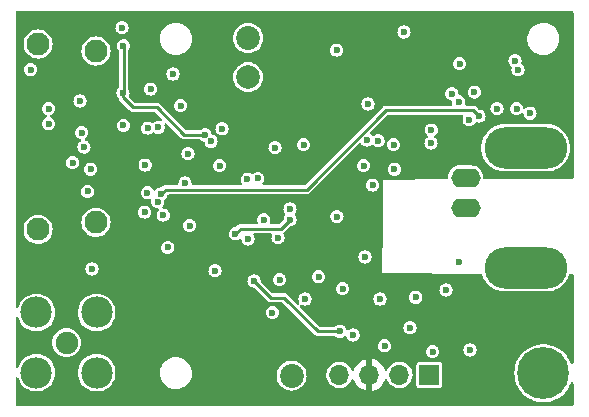
<source format=gbr>
%TF.GenerationSoftware,KiCad,Pcbnew,(6.0.11)*%
%TF.CreationDate,2024-01-26T14:49:33-06:00*%
%TF.ProjectId,voltage_sense,766f6c74-6167-4655-9f73-656e73652e6b,rev?*%
%TF.SameCoordinates,Original*%
%TF.FileFunction,Copper,L4,Inr*%
%TF.FilePolarity,Positive*%
%FSLAX46Y46*%
G04 Gerber Fmt 4.6, Leading zero omitted, Abs format (unit mm)*
G04 Created by KiCad (PCBNEW (6.0.11)) date 2024-01-26 14:49:33*
%MOMM*%
%LPD*%
G01*
G04 APERTURE LIST*
%TA.AperFunction,ComponentPad*%
%ADD10R,1.700000X1.700000*%
%TD*%
%TA.AperFunction,ComponentPad*%
%ADD11O,1.700000X1.700000*%
%TD*%
%TA.AperFunction,ComponentPad*%
%ADD12C,2.020000*%
%TD*%
%TA.AperFunction,ComponentPad*%
%ADD13C,2.000000*%
%TD*%
%TA.AperFunction,ComponentPad*%
%ADD14O,2.500000X1.600000*%
%TD*%
%TA.AperFunction,ComponentPad*%
%ADD15O,7.000000X3.500000*%
%TD*%
%TA.AperFunction,ComponentPad*%
%ADD16C,1.950000*%
%TD*%
%TA.AperFunction,ComponentPad*%
%ADD17C,4.400000*%
%TD*%
%TA.AperFunction,ComponentPad*%
%ADD18C,1.905000*%
%TD*%
%TA.AperFunction,ComponentPad*%
%ADD19C,2.667000*%
%TD*%
%TA.AperFunction,ViaPad*%
%ADD20C,0.600000*%
%TD*%
%TA.AperFunction,Conductor*%
%ADD21C,0.254000*%
%TD*%
%TA.AperFunction,Conductor*%
%ADD22C,0.152400*%
%TD*%
G04 APERTURE END LIST*
D10*
%TO.N,+5V*%
%TO.C,J2*%
X35550000Y3168500D03*
D11*
%TO.N,-15V*%
X33010000Y3168500D03*
%TO.N,+15V*%
X30470000Y3168500D03*
%TO.N,GND*%
X27930000Y3168500D03*
%TD*%
D12*
%TO.N,Net-(C13-Pad2)*%
%TO.C,TP1*%
X23876000Y3111500D03*
%TD*%
D13*
%TO.N,GND*%
%TO.C,TP9*%
X20193000Y28384500D03*
%TD*%
D14*
%TO.N,Net-(J5-Pad1)*%
%TO.C,J5*%
X38608000Y17317500D03*
D15*
%TO.N,GND*%
X43688000Y22397500D03*
D14*
X38608000Y19857500D03*
D15*
X43688000Y12237500D03*
%TD*%
D16*
%TO.N,Net-(FB1-Pad1)*%
%TO.C,J4*%
X7318000Y16085500D03*
X7318000Y30585500D03*
X2418000Y31185500D03*
X2418000Y15485500D03*
%TD*%
D17*
%TO.N,Net-(H3-Pad1)*%
%TO.C,H3*%
X45200000Y3317500D03*
%TD*%
D12*
%TO.N,Net-(C1-Pad2)*%
%TO.C,TP2*%
X20193000Y31686500D03*
%TD*%
D18*
%TO.N,/vsense/SMA_OUT*%
%TO.C,J1*%
X4826000Y5905500D03*
D19*
%TO.N,GND*%
X7375900Y3355600D03*
%TO.N,N/C*%
X2276100Y3355600D03*
X2276100Y8455400D03*
X7375900Y8455400D03*
%TD*%
D20*
%TO.N,GND*%
X22479000Y22415500D03*
X6604000Y18697850D03*
X6299585Y22453676D03*
X33909000Y7175500D03*
X31206302Y23010217D03*
X44069000Y25330500D03*
X13399000Y13970500D03*
X29083000Y6540500D03*
X6858000Y20585500D03*
X6096000Y23685500D03*
X22860000Y11239500D03*
X17780000Y20891500D03*
X26162000Y11493500D03*
X21526200Y16301500D03*
X35687000Y22796500D03*
X36957000Y10350500D03*
X43053000Y29019500D03*
X38989000Y5270500D03*
X21018000Y19811500D03*
X6985000Y12128500D03*
X20193000Y14668500D03*
X11938000Y27368500D03*
X9525000Y32575500D03*
X29972000Y20891500D03*
X22250500Y8445500D03*
X24892000Y22669500D03*
X5969000Y26352500D03*
X17399000Y12001500D03*
X38100000Y29527500D03*
X39359593Y27119765D03*
X33401000Y32194500D03*
X14478000Y25971500D03*
%TO.N,Net-(C1-Pad2)*%
X13843000Y28638500D03*
X11483116Y20944616D03*
%TO.N,SCL*%
X12555000Y17843500D03*
X12827000Y18478500D03*
X39751000Y25077829D03*
X3302000Y24447500D03*
%TO.N,SDA*%
X41275000Y25717500D03*
X11684000Y24066500D03*
X15240000Y15811500D03*
X11679583Y18603701D03*
X3302000Y25717500D03*
%TO.N,+5V*%
X9603565Y27036642D03*
X27978592Y6865656D03*
X9639000Y31038500D03*
X16557715Y23490017D03*
X20701000Y11112500D03*
%TO.N,+15V*%
X22352000Y24086600D03*
X32385000Y29273500D03*
X34798000Y20891500D03*
X6893000Y23060600D03*
X29967611Y17103299D03*
X31094898Y12622500D03*
X23749000Y18224500D03*
%TO.N,-15V*%
X35709568Y23909302D03*
X17992250Y24005500D03*
X9646200Y24289900D03*
X30261701Y23050500D03*
X34397825Y9751186D03*
X42926000Y25717500D03*
X23749000Y17208500D03*
X35814000Y5143500D03*
X20142030Y19736000D03*
%TO.N,+3V3*%
X1778000Y29019500D03*
X31750000Y5651500D03*
X38918933Y24771567D03*
X25019000Y9588500D03*
X32587682Y20588705D03*
X5334000Y21145500D03*
%TO.N,Net-(C12-Pad1)*%
X37452537Y26975037D03*
X27686000Y30670500D03*
%TO.N,Net-(C21-Pad2)*%
X23749000Y16301500D03*
X19113500Y15113000D03*
%TO.N,/vsense/STG1_OUT*%
X27718000Y16573500D03*
X12583936Y24133000D03*
X30353000Y26098500D03*
%TO.N,Net-(C12-Pad2)*%
X38026116Y26299384D03*
%TO.N,Net-(R11-Pad2)*%
X42799000Y29781500D03*
%TO.N,/vsense/gain_adjust_2/OUT*%
X38067993Y12731493D03*
X30089498Y13149986D03*
%TO.N,+4V*%
X11434661Y16955403D03*
X14859000Y19413000D03*
X13011600Y16700500D03*
%TO.N,/vsense/SW3*%
X22733000Y14795500D03*
X32512000Y22669500D03*
%TO.N,Net-(C24-Pad2)*%
X15113000Y21907500D03*
X17053155Y22958655D03*
%TO.N,/vsense/-IN_A*%
X31369000Y9588500D03*
X28194000Y10477500D03*
%TO.N,/vsense/-IN_B*%
X30734000Y19240500D03*
%TD*%
D21*
%TO.N,SCL*%
X39751000Y25077829D02*
X39238329Y25590500D01*
X13208000Y18859500D02*
X12827000Y18478500D01*
X31877000Y25590500D02*
X25146000Y18859500D01*
X25146000Y18859500D02*
X13208000Y18859500D01*
X39238329Y25590500D02*
X31877000Y25590500D01*
%TO.N,+5V*%
X9603565Y27036642D02*
X9652000Y27085077D01*
X20701000Y11112500D02*
X22098000Y9715500D01*
X9603565Y26654935D02*
X10414000Y25844500D01*
X14800483Y23490017D02*
X16557715Y23490017D01*
X22098000Y9715500D02*
X23241000Y9715500D01*
X23241000Y9715500D02*
X26090844Y6865656D01*
X10414000Y25844500D02*
X12446000Y25844500D01*
X9603565Y27036642D02*
X9603565Y26654935D01*
X26090844Y6865656D02*
X27978592Y6865656D01*
X9652000Y27085077D02*
X9652000Y31025500D01*
X12446000Y25844500D02*
X14800483Y23490017D01*
D22*
X9652000Y31025500D02*
X9639000Y31038500D01*
D21*
%TO.N,Net-(C21-Pad2)*%
X19558000Y15557500D02*
X23005000Y15557500D01*
X19113500Y15113000D02*
X19558000Y15557500D01*
X23005000Y15557500D02*
X23749000Y16301500D01*
%TD*%
%TA.AperFunction,Conductor*%
%TO.N,+15V*%
G36*
X47694121Y33952498D02*
G01*
X47740614Y33898842D01*
X47752000Y33846500D01*
X47752000Y19904370D01*
X47731998Y19836249D01*
X47678342Y19789756D01*
X47626534Y19778371D01*
X44013389Y19763048D01*
X40242541Y19747057D01*
X40174336Y19766770D01*
X40127616Y19820228D01*
X40116526Y19861637D01*
X40116230Y19864897D01*
X40106169Y19975450D01*
X40099393Y20049910D01*
X40099393Y20049912D01*
X40098834Y20056050D01*
X40040446Y20254434D01*
X40016987Y20299307D01*
X39947492Y20432239D01*
X39947489Y20432243D01*
X39944637Y20437699D01*
X39939089Y20444600D01*
X39829809Y20580517D01*
X39815057Y20598865D01*
X39656640Y20731792D01*
X39475422Y20831418D01*
X39278304Y20893947D01*
X39272187Y20894633D01*
X39272183Y20894634D01*
X39196163Y20903161D01*
X39117360Y20912000D01*
X38105966Y20912000D01*
X37952189Y20896922D01*
X37754217Y20837151D01*
X37684087Y20799862D01*
X37577067Y20742959D01*
X37577064Y20742957D01*
X37571625Y20740065D01*
X37566855Y20736174D01*
X37566851Y20736172D01*
X37416143Y20613258D01*
X37416140Y20613255D01*
X37411368Y20609363D01*
X37407441Y20604616D01*
X37407439Y20604614D01*
X37283478Y20454771D01*
X37283475Y20454766D01*
X37279550Y20450022D01*
X37276620Y20444603D01*
X37276618Y20444600D01*
X37184122Y20273532D01*
X37184120Y20273527D01*
X37181192Y20268112D01*
X37120040Y20070563D01*
X37119396Y20064438D01*
X37119396Y20064437D01*
X37100091Y19880754D01*
X37098424Y19864897D01*
X37098983Y19858754D01*
X37098980Y19858318D01*
X37078506Y19790338D01*
X37024529Y19744219D01*
X36973517Y19733194D01*
X31641114Y19710581D01*
X31641113Y19710581D01*
X31623000Y19710504D01*
X31622921Y19697284D01*
X31622921Y19697282D01*
X31600607Y15942622D01*
X31575880Y11782098D01*
X31589471Y11782037D01*
X31589473Y11782037D01*
X39897587Y11745044D01*
X39965618Y11724739D01*
X40011872Y11670876D01*
X40015908Y11660795D01*
X40093662Y11439384D01*
X40095715Y11435433D01*
X40095717Y11435427D01*
X40197493Y11239500D01*
X40224517Y11187476D01*
X40227100Y11183861D01*
X40227104Y11183855D01*
X40315972Y11059497D01*
X40389561Y10956520D01*
X40585501Y10751123D01*
X40588997Y10748367D01*
X40588998Y10748366D01*
X40759353Y10614068D01*
X40808426Y10575382D01*
X40891586Y10527079D01*
X41050042Y10435040D01*
X41050048Y10435037D01*
X41053889Y10432806D01*
X41058012Y10431136D01*
X41312861Y10327911D01*
X41312869Y10327908D01*
X41316993Y10326238D01*
X41592488Y10257805D01*
X41834586Y10233000D01*
X45510311Y10233000D01*
X45721158Y10247929D01*
X45725513Y10248867D01*
X45725516Y10248867D01*
X45994319Y10306739D01*
X45994321Y10306739D01*
X45998666Y10307675D01*
X46264987Y10405926D01*
X46514808Y10540722D01*
X46743144Y10709373D01*
X46750919Y10717026D01*
X46879929Y10844026D01*
X46945438Y10908514D01*
X47029610Y11018806D01*
X47114950Y11130628D01*
X47114953Y11130632D01*
X47117655Y11134173D01*
X47256359Y11381845D01*
X47260242Y11391880D01*
X47302622Y11501428D01*
X47352667Y11630787D01*
X47395900Y11687101D01*
X47462716Y11711103D01*
X47470731Y11711323D01*
X47626562Y11710629D01*
X47694592Y11690323D01*
X47740846Y11636461D01*
X47752000Y11584630D01*
X47752000Y4201714D01*
X47731998Y4133593D01*
X47678342Y4087100D01*
X47608068Y4076996D01*
X47543488Y4106490D01*
X47506167Y4162778D01*
X47496413Y4192797D01*
X47486649Y4222848D01*
X47355147Y4502302D01*
X47325580Y4548893D01*
X47191780Y4759727D01*
X47189658Y4763071D01*
X46992791Y5001043D01*
X46767651Y5212464D01*
X46653788Y5295190D01*
X46520996Y5391669D01*
X46520991Y5391672D01*
X46517787Y5394000D01*
X46350217Y5486123D01*
X46250604Y5540886D01*
X46250601Y5540888D01*
X46247142Y5542789D01*
X45959982Y5656484D01*
X45660837Y5733291D01*
X45354424Y5772000D01*
X45045576Y5772000D01*
X44739163Y5733291D01*
X44440018Y5656484D01*
X44152858Y5542789D01*
X44149399Y5540888D01*
X44149396Y5540886D01*
X44049783Y5486123D01*
X43882213Y5394000D01*
X43879009Y5391672D01*
X43879004Y5391669D01*
X43746212Y5295190D01*
X43632349Y5212464D01*
X43407209Y5001043D01*
X43210342Y4763071D01*
X43208220Y4759727D01*
X43074421Y4548893D01*
X43044853Y4502302D01*
X42913351Y4222848D01*
X42817912Y3929116D01*
X42760040Y3625739D01*
X42740647Y3317500D01*
X42760040Y3009261D01*
X42817912Y2705884D01*
X42913351Y2412152D01*
X43044853Y2132698D01*
X43046971Y2129360D01*
X43046973Y2129357D01*
X43140515Y1981959D01*
X43210342Y1871929D01*
X43407209Y1633957D01*
X43632349Y1422536D01*
X43635551Y1420209D01*
X43635553Y1420208D01*
X43879004Y1243331D01*
X43879009Y1243328D01*
X43882213Y1241000D01*
X44152858Y1092211D01*
X44440018Y978516D01*
X44739163Y901709D01*
X45045576Y863000D01*
X45354424Y863000D01*
X45660837Y901709D01*
X45959982Y978516D01*
X46247142Y1092211D01*
X46517787Y1241000D01*
X46520991Y1243328D01*
X46520996Y1243331D01*
X46764447Y1420208D01*
X46764449Y1420209D01*
X46767651Y1422536D01*
X46992791Y1633957D01*
X47189658Y1871929D01*
X47259485Y1981959D01*
X47353027Y2129357D01*
X47353029Y2129360D01*
X47355147Y2132698D01*
X47486649Y2412152D01*
X47506167Y2472222D01*
X47546241Y2530828D01*
X47611637Y2558465D01*
X47681594Y2546358D01*
X47733900Y2498352D01*
X47752000Y2433286D01*
X47752000Y698000D01*
X47731998Y629879D01*
X47678342Y583386D01*
X47626000Y572000D01*
X634500Y572000D01*
X566379Y592002D01*
X519886Y645658D01*
X508500Y698000D01*
X508500Y2851168D01*
X528502Y2919289D01*
X582158Y2965782D01*
X652432Y2975886D01*
X717012Y2946392D01*
X757018Y2880583D01*
X759995Y2868181D01*
X759999Y2868169D01*
X761153Y2863364D01*
X763043Y2858801D01*
X763045Y2858795D01*
X848592Y2652266D01*
X856807Y2632434D01*
X987409Y2419311D01*
X1149743Y2229243D01*
X1339811Y2066909D01*
X1552934Y1936307D01*
X1557504Y1934414D01*
X1557508Y1934412D01*
X1779295Y1842545D01*
X1779301Y1842543D01*
X1783864Y1840653D01*
X1788664Y1839501D01*
X1788669Y1839499D01*
X1899932Y1812787D01*
X2026914Y1782301D01*
X2276100Y1762690D01*
X2525286Y1782301D01*
X2652268Y1812787D01*
X2763531Y1839499D01*
X2763536Y1839501D01*
X2768336Y1840653D01*
X2772899Y1842543D01*
X2772905Y1842545D01*
X2994692Y1934412D01*
X2994696Y1934414D01*
X2999266Y1936307D01*
X3212389Y2066909D01*
X3402457Y2229243D01*
X3564791Y2419311D01*
X3695393Y2632434D01*
X3703608Y2652266D01*
X3789155Y2858795D01*
X3789157Y2858801D01*
X3791047Y2863364D01*
X3792204Y2868181D01*
X3840963Y3071278D01*
X3849399Y3106414D01*
X3869010Y3355600D01*
X5782990Y3355600D01*
X5802601Y3106414D01*
X5811037Y3071278D01*
X5859797Y2868181D01*
X5860953Y2863364D01*
X5862843Y2858801D01*
X5862845Y2858795D01*
X5948392Y2652266D01*
X5956607Y2632434D01*
X6087209Y2419311D01*
X6249543Y2229243D01*
X6439611Y2066909D01*
X6652734Y1936307D01*
X6657304Y1934414D01*
X6657308Y1934412D01*
X6879095Y1842545D01*
X6879101Y1842543D01*
X6883664Y1840653D01*
X6888464Y1839501D01*
X6888469Y1839499D01*
X6999732Y1812787D01*
X7126714Y1782301D01*
X7375900Y1762690D01*
X7625086Y1782301D01*
X7752068Y1812787D01*
X7863331Y1839499D01*
X7863336Y1839501D01*
X7868136Y1840653D01*
X7872699Y1842543D01*
X7872705Y1842545D01*
X8094492Y1934412D01*
X8094496Y1934414D01*
X8099066Y1936307D01*
X8312189Y2066909D01*
X8502257Y2229243D01*
X8664591Y2419311D01*
X8795193Y2632434D01*
X8803408Y2652266D01*
X8888955Y2858795D01*
X8888957Y2858801D01*
X8890847Y2863364D01*
X8892004Y2868181D01*
X8940763Y3071278D01*
X8949199Y3106414D01*
X8968810Y3355600D01*
X8966769Y3381536D01*
X12742112Y3381536D01*
X12742312Y3376208D01*
X12742312Y3376206D01*
X12744464Y3318901D01*
X12743705Y3318872D01*
X12744034Y3317484D01*
X12744340Y3317511D01*
X12744374Y3317123D01*
X12744465Y3315662D01*
X12744523Y3315415D01*
X12744648Y3313993D01*
X12750736Y3151831D01*
X12751831Y3146612D01*
X12764628Y3085621D01*
X12763861Y3085460D01*
X12764841Y3083184D01*
X12764937Y3082092D01*
X12766361Y3076778D01*
X12766464Y3076193D01*
X12767635Y3071290D01*
X12797939Y2926863D01*
X12821113Y2868181D01*
X12823975Y2860934D01*
X12824724Y2858959D01*
X12826097Y2853837D01*
X12828422Y2848851D01*
X12828423Y2848849D01*
X12828947Y2847725D01*
X12831934Y2840783D01*
X12882372Y2713064D01*
X12919273Y2652254D01*
X12920811Y2649374D01*
X12920890Y2649420D01*
X12923639Y2644659D01*
X12925965Y2639671D01*
X12929122Y2635163D01*
X12929124Y2635159D01*
X12930674Y2632945D01*
X12935181Y2626038D01*
X12992956Y2530828D01*
X13001621Y2516548D01*
X13005116Y2512521D01*
X13005117Y2512519D01*
X13051993Y2458500D01*
X13055555Y2453937D01*
X13058347Y2450610D01*
X13061505Y2446099D01*
X13067791Y2439813D01*
X13073861Y2433299D01*
X13137640Y2359801D01*
X13152276Y2342934D01*
X13196753Y2306465D01*
X13216309Y2290430D01*
X13223574Y2283848D01*
X13224706Y2282898D01*
X13228599Y2279005D01*
X13233103Y2275851D01*
X13233108Y2275847D01*
X13235936Y2273867D01*
X13243554Y2268090D01*
X13325901Y2200569D01*
X13325907Y2200565D01*
X13330029Y2197185D01*
X13339811Y2191617D01*
X13407355Y2153169D01*
X13417296Y2146878D01*
X13417660Y2146623D01*
X13417667Y2146619D01*
X13422171Y2143465D01*
X13427155Y2141141D01*
X13427160Y2141138D01*
X13429875Y2139872D01*
X13438952Y2135182D01*
X13457353Y2124708D01*
X13529798Y2083470D01*
X13619498Y2050910D01*
X13629753Y2046667D01*
X13631348Y2045923D01*
X13631350Y2045922D01*
X13636337Y2043597D01*
X13641653Y2042173D01*
X13641655Y2042172D01*
X13642719Y2041887D01*
X13643702Y2041624D01*
X13654081Y2038357D01*
X13745871Y2005039D01*
X13846443Y1986852D01*
X13856616Y1984574D01*
X13864592Y1982437D01*
X13870990Y1981877D01*
X13882412Y1980348D01*
X13972069Y1964136D01*
X13976208Y1963941D01*
X13976215Y1963940D01*
X13994670Y1963070D01*
X13994677Y1963070D01*
X13996158Y1963000D01*
X14157712Y1963000D01*
X14237444Y1969765D01*
X14323733Y1977087D01*
X14323737Y1977088D01*
X14329044Y1977538D01*
X14334199Y1978876D01*
X14334205Y1978877D01*
X14546368Y2033944D01*
X14546367Y2033944D01*
X14551539Y2035286D01*
X14698412Y2101448D01*
X14756262Y2127507D01*
X14756265Y2127508D01*
X14761123Y2129697D01*
X14951803Y2258070D01*
X14978826Y2283848D01*
X15109560Y2408563D01*
X15118128Y2416736D01*
X15144984Y2452831D01*
X15252156Y2596876D01*
X15255342Y2601158D01*
X15259415Y2609168D01*
X15357102Y2801306D01*
X15357102Y2801307D01*
X15359520Y2806062D01*
X15427685Y3025589D01*
X15439072Y3111500D01*
X22606670Y3111500D01*
X22625954Y2891083D01*
X22627378Y2885770D01*
X22627378Y2885768D01*
X22671044Y2722807D01*
X22683220Y2677364D01*
X22685543Y2672383D01*
X22685543Y2672382D01*
X22774402Y2481822D01*
X22774405Y2481817D01*
X22776728Y2476835D01*
X22779884Y2472328D01*
X22779885Y2472326D01*
X22852857Y2368112D01*
X22903637Y2295590D01*
X23060090Y2139137D01*
X23064598Y2135980D01*
X23064601Y2135978D01*
X23210321Y2033944D01*
X23241335Y2012228D01*
X23246317Y2009905D01*
X23246322Y2009902D01*
X23404148Y1936307D01*
X23441864Y1918720D01*
X23447172Y1917298D01*
X23447174Y1917297D01*
X23650268Y1862878D01*
X23650270Y1862878D01*
X23655583Y1861454D01*
X23876000Y1842170D01*
X24096417Y1861454D01*
X24101730Y1862878D01*
X24101732Y1862878D01*
X24304826Y1917297D01*
X24304828Y1917298D01*
X24310136Y1918720D01*
X24347852Y1936307D01*
X24505678Y2009902D01*
X24505683Y2009905D01*
X24510665Y2012228D01*
X24541679Y2033944D01*
X24687399Y2135978D01*
X24687402Y2135980D01*
X24691910Y2139137D01*
X24848363Y2295590D01*
X24899144Y2368112D01*
X24972115Y2472326D01*
X24972116Y2472328D01*
X24975272Y2476835D01*
X24977595Y2481817D01*
X24977598Y2481822D01*
X25066457Y2672382D01*
X25066457Y2672383D01*
X25068780Y2677364D01*
X25080957Y2722807D01*
X25124622Y2885768D01*
X25124622Y2885770D01*
X25126046Y2891083D01*
X25145330Y3111500D01*
X25137803Y3197536D01*
X26821148Y3197536D01*
X26834424Y2994978D01*
X26835845Y2989382D01*
X26835846Y2989377D01*
X26871822Y2847725D01*
X26884392Y2798231D01*
X26886809Y2792988D01*
X26923654Y2713064D01*
X26969377Y2613884D01*
X26972710Y2609168D01*
X27082688Y2453552D01*
X27086533Y2448111D01*
X27090675Y2444076D01*
X27147637Y2388587D01*
X27231938Y2306465D01*
X27236742Y2303255D01*
X27251440Y2293434D01*
X27400720Y2193688D01*
X27406023Y2191410D01*
X27406026Y2191408D01*
X27581921Y2115838D01*
X27587228Y2113558D01*
X27660244Y2097036D01*
X27779579Y2070033D01*
X27779584Y2070032D01*
X27785216Y2068758D01*
X27790987Y2068531D01*
X27790989Y2068531D01*
X27850756Y2066183D01*
X27988053Y2060788D01*
X28095348Y2076345D01*
X28183231Y2089087D01*
X28183236Y2089088D01*
X28188945Y2089916D01*
X28194409Y2091771D01*
X28194414Y2091772D01*
X28375693Y2153308D01*
X28375698Y2153310D01*
X28381165Y2155166D01*
X28558276Y2254353D01*
X28562746Y2258070D01*
X28685696Y2360328D01*
X28714345Y2384155D01*
X28740769Y2415926D01*
X28840453Y2535782D01*
X28840455Y2535785D01*
X28844147Y2540224D01*
X28923923Y2682674D01*
X28940510Y2712292D01*
X28940511Y2712294D01*
X28943334Y2717335D01*
X28945720Y2724365D01*
X28946170Y2725004D01*
X28947541Y2728084D01*
X28948146Y2727815D01*
X28986553Y2782441D01*
X29052305Y2809222D01*
X29122098Y2796205D01*
X29173773Y2747520D01*
X29181777Y2731271D01*
X29251770Y2558897D01*
X29256413Y2549706D01*
X29367694Y2368112D01*
X29373777Y2359801D01*
X29513213Y2198833D01*
X29520580Y2191617D01*
X29684434Y2055584D01*
X29692881Y2049669D01*
X29876756Y1942221D01*
X29886042Y1937771D01*
X30085001Y1861797D01*
X30094899Y1858921D01*
X30198250Y1837894D01*
X30212299Y1839090D01*
X30216000Y1849435D01*
X30216000Y1849983D01*
X30724000Y1849983D01*
X30728064Y1836141D01*
X30741478Y1834107D01*
X30748184Y1834966D01*
X30758262Y1837108D01*
X30962255Y1898309D01*
X30971842Y1902067D01*
X31163095Y1995761D01*
X31171945Y2001036D01*
X31345328Y2124708D01*
X31353200Y2131361D01*
X31504052Y2281688D01*
X31510730Y2289535D01*
X31635003Y2462480D01*
X31640313Y2471317D01*
X31734670Y2662233D01*
X31738469Y2671828D01*
X31755066Y2726453D01*
X31794007Y2785817D01*
X31858862Y2814704D01*
X31929038Y2803942D01*
X31982256Y2756949D01*
X31990048Y2742578D01*
X32049377Y2613884D01*
X32052710Y2609168D01*
X32162688Y2453552D01*
X32166533Y2448111D01*
X32170675Y2444076D01*
X32227637Y2388587D01*
X32311938Y2306465D01*
X32316742Y2303255D01*
X32331440Y2293434D01*
X32480720Y2193688D01*
X32486023Y2191410D01*
X32486026Y2191408D01*
X32661921Y2115838D01*
X32667228Y2113558D01*
X32740244Y2097036D01*
X32859579Y2070033D01*
X32859584Y2070032D01*
X32865216Y2068758D01*
X32870987Y2068531D01*
X32870989Y2068531D01*
X32930756Y2066183D01*
X33068053Y2060788D01*
X33175348Y2076345D01*
X33263231Y2089087D01*
X33263236Y2089088D01*
X33268945Y2089916D01*
X33274409Y2091771D01*
X33274414Y2091772D01*
X33455693Y2153308D01*
X33455698Y2153310D01*
X33461165Y2155166D01*
X33638276Y2254353D01*
X33642746Y2258070D01*
X33765696Y2360328D01*
X33794345Y2384155D01*
X33820769Y2415926D01*
X33920453Y2535782D01*
X33920455Y2535785D01*
X33924147Y2540224D01*
X34003923Y2682674D01*
X34020510Y2712292D01*
X34020511Y2712294D01*
X34023334Y2717335D01*
X34025190Y2722802D01*
X34025192Y2722807D01*
X34086728Y2904086D01*
X34086729Y2904091D01*
X34088584Y2909555D01*
X34089412Y2915264D01*
X34089413Y2915269D01*
X34112745Y3076193D01*
X34117712Y3110447D01*
X34119232Y3168500D01*
X34105576Y3317123D01*
X34101187Y3364887D01*
X34101186Y3364890D01*
X34100658Y3370641D01*
X34099090Y3376201D01*
X34047125Y3560454D01*
X34047124Y3560456D01*
X34045557Y3566013D01*
X34034978Y3587467D01*
X33958331Y3742891D01*
X33955776Y3748072D01*
X33940113Y3769048D01*
X33895390Y3828938D01*
X33834320Y3910721D01*
X33690609Y4043567D01*
X34445500Y4043567D01*
X34445501Y2293434D01*
X34460266Y2219199D01*
X34467161Y2208880D01*
X34467162Y2208878D01*
X34504386Y2153169D01*
X34516516Y2135016D01*
X34600699Y2078766D01*
X34674933Y2064000D01*
X35549858Y2064000D01*
X36425066Y2064001D01*
X36460818Y2071112D01*
X36487126Y2076344D01*
X36487128Y2076345D01*
X36499301Y2078766D01*
X36509621Y2085661D01*
X36509622Y2085662D01*
X36573168Y2128123D01*
X36583484Y2135016D01*
X36639734Y2219199D01*
X36654500Y2293433D01*
X36654499Y4043566D01*
X36639734Y4117801D01*
X36613654Y4156833D01*
X36590377Y4191668D01*
X36583484Y4201984D01*
X36499301Y4258234D01*
X36425067Y4273000D01*
X35550142Y4273000D01*
X34674934Y4272999D01*
X34639182Y4265888D01*
X34612874Y4260656D01*
X34612872Y4260655D01*
X34600699Y4258234D01*
X34590379Y4251339D01*
X34590378Y4251338D01*
X34553112Y4226437D01*
X34516516Y4201984D01*
X34460266Y4117801D01*
X34445500Y4043567D01*
X33690609Y4043567D01*
X33685258Y4048513D01*
X33680375Y4051594D01*
X33680371Y4051597D01*
X33518464Y4153752D01*
X33513581Y4156833D01*
X33325039Y4232054D01*
X33319379Y4233180D01*
X33319375Y4233181D01*
X33131613Y4270529D01*
X33131610Y4270529D01*
X33125946Y4271656D01*
X33120171Y4271732D01*
X33120167Y4271732D01*
X33018793Y4273059D01*
X32922971Y4274313D01*
X32917274Y4273334D01*
X32917273Y4273334D01*
X32829397Y4258234D01*
X32722910Y4239936D01*
X32532463Y4169676D01*
X32358010Y4065888D01*
X32353670Y4062082D01*
X32353666Y4062079D01*
X32263191Y3982734D01*
X32205392Y3932045D01*
X32201817Y3927510D01*
X32201816Y3927509D01*
X32191675Y3914645D01*
X32079720Y3772631D01*
X32077031Y3767520D01*
X32077029Y3767517D01*
X31987589Y3597520D01*
X31938170Y3546548D01*
X31869037Y3530385D01*
X31802141Y3554164D01*
X31762003Y3608527D01*
X31759955Y3607637D01*
X31672972Y3807686D01*
X31668105Y3816761D01*
X31552426Y3995574D01*
X31546136Y4003743D01*
X31402806Y4161260D01*
X31395273Y4168285D01*
X31228139Y4300278D01*
X31219552Y4305983D01*
X31033117Y4408901D01*
X31023705Y4413131D01*
X30822959Y4484220D01*
X30812988Y4486854D01*
X30741837Y4499528D01*
X30728540Y4498068D01*
X30724000Y4483511D01*
X30724000Y1849983D01*
X30216000Y1849983D01*
X30216000Y4485398D01*
X30212082Y4498742D01*
X30197806Y4500729D01*
X30159324Y4494840D01*
X30149288Y4492449D01*
X29946868Y4426288D01*
X29937359Y4422291D01*
X29748463Y4323958D01*
X29739738Y4318464D01*
X29569433Y4190595D01*
X29561726Y4183752D01*
X29414590Y4029783D01*
X29408104Y4021773D01*
X29288098Y3845851D01*
X29283000Y3836877D01*
X29193338Y3643717D01*
X29189777Y3634036D01*
X29185291Y3617860D01*
X29147813Y3557561D01*
X29083684Y3527097D01*
X29013266Y3536140D01*
X28958915Y3581818D01*
X28950867Y3595802D01*
X28878331Y3742891D01*
X28875776Y3748072D01*
X28860113Y3769048D01*
X28815390Y3828938D01*
X28754320Y3910721D01*
X28605258Y4048513D01*
X28600375Y4051594D01*
X28600371Y4051597D01*
X28438464Y4153752D01*
X28433581Y4156833D01*
X28245039Y4232054D01*
X28239379Y4233180D01*
X28239375Y4233181D01*
X28051613Y4270529D01*
X28051610Y4270529D01*
X28045946Y4271656D01*
X28040171Y4271732D01*
X28040167Y4271732D01*
X27938793Y4273059D01*
X27842971Y4274313D01*
X27837274Y4273334D01*
X27837273Y4273334D01*
X27749397Y4258234D01*
X27642910Y4239936D01*
X27452463Y4169676D01*
X27278010Y4065888D01*
X27273670Y4062082D01*
X27273666Y4062079D01*
X27183191Y3982734D01*
X27125392Y3932045D01*
X27121817Y3927510D01*
X27121816Y3927509D01*
X27111675Y3914645D01*
X26999720Y3772631D01*
X26997031Y3767520D01*
X26997029Y3767517D01*
X26980640Y3736366D01*
X26905203Y3592985D01*
X26845007Y3399122D01*
X26821148Y3197536D01*
X25137803Y3197536D01*
X25126046Y3331917D01*
X25109576Y3393385D01*
X25070203Y3540326D01*
X25070202Y3540328D01*
X25068780Y3545636D01*
X25061870Y3560454D01*
X24977598Y3741178D01*
X24977595Y3741183D01*
X24975272Y3746165D01*
X24959249Y3769048D01*
X24851522Y3922899D01*
X24851520Y3922902D01*
X24848363Y3927410D01*
X24691910Y4083863D01*
X24687402Y4087020D01*
X24687399Y4087022D01*
X24515174Y4207615D01*
X24515172Y4207616D01*
X24510665Y4210772D01*
X24505683Y4213095D01*
X24505678Y4213098D01*
X24315118Y4301957D01*
X24315117Y4301957D01*
X24310136Y4304280D01*
X24304828Y4305702D01*
X24304826Y4305703D01*
X24101732Y4360122D01*
X24101730Y4360122D01*
X24096417Y4361546D01*
X23876000Y4380830D01*
X23655583Y4361546D01*
X23650270Y4360122D01*
X23650268Y4360122D01*
X23447174Y4305703D01*
X23447172Y4305702D01*
X23441864Y4304280D01*
X23436883Y4301957D01*
X23436882Y4301957D01*
X23246322Y4213098D01*
X23246317Y4213095D01*
X23241335Y4210772D01*
X23236828Y4207616D01*
X23236826Y4207615D01*
X23064601Y4087022D01*
X23064598Y4087020D01*
X23060090Y4083863D01*
X22903637Y3927410D01*
X22900480Y3922902D01*
X22900478Y3922899D01*
X22792751Y3769048D01*
X22776728Y3746165D01*
X22774405Y3741183D01*
X22774402Y3741178D01*
X22690130Y3560454D01*
X22683220Y3545636D01*
X22681798Y3540328D01*
X22681797Y3540326D01*
X22642424Y3393385D01*
X22625954Y3331917D01*
X22606670Y3111500D01*
X15439072Y3111500D01*
X15439424Y3114156D01*
X15457188Y3248181D01*
X15457188Y3248184D01*
X15457888Y3253464D01*
X15455536Y3316099D01*
X15456295Y3316128D01*
X15455966Y3317516D01*
X15455660Y3317489D01*
X15455626Y3317877D01*
X15455535Y3319338D01*
X15455477Y3319585D01*
X15455352Y3321007D01*
X15449264Y3483169D01*
X15435372Y3549379D01*
X15436139Y3549540D01*
X15435159Y3551816D01*
X15435063Y3552908D01*
X15433639Y3558222D01*
X15433536Y3558807D01*
X15432362Y3563722D01*
X15431882Y3566013D01*
X15402061Y3708137D01*
X15376025Y3774066D01*
X15375276Y3776041D01*
X15373903Y3781163D01*
X15371577Y3786151D01*
X15371053Y3787275D01*
X15368066Y3794217D01*
X15317628Y3921936D01*
X15280727Y3982746D01*
X15279189Y3985626D01*
X15279110Y3985580D01*
X15276361Y3990341D01*
X15274035Y3995329D01*
X15270876Y3999841D01*
X15269326Y4002055D01*
X15264819Y4008962D01*
X15201147Y4113891D01*
X15201145Y4113894D01*
X15198379Y4118452D01*
X15194883Y4122481D01*
X15148007Y4176500D01*
X15144445Y4181063D01*
X15141653Y4184390D01*
X15138495Y4188901D01*
X15132209Y4195187D01*
X15126139Y4201701D01*
X15051224Y4288033D01*
X15051222Y4288035D01*
X15047724Y4292066D01*
X14983692Y4344570D01*
X14976426Y4351152D01*
X14975294Y4352102D01*
X14971401Y4355995D01*
X14966897Y4359149D01*
X14966892Y4359153D01*
X14964064Y4361133D01*
X14956446Y4366910D01*
X14874099Y4434431D01*
X14874093Y4434435D01*
X14869971Y4437815D01*
X14792645Y4481831D01*
X14782704Y4488122D01*
X14782340Y4488377D01*
X14782333Y4488381D01*
X14777829Y4491535D01*
X14772845Y4493859D01*
X14772840Y4493862D01*
X14770125Y4495128D01*
X14761048Y4499818D01*
X14716939Y4524926D01*
X14670202Y4551530D01*
X14580502Y4584090D01*
X14570247Y4588333D01*
X14568652Y4589077D01*
X14568650Y4589078D01*
X14563663Y4591403D01*
X14558347Y4592827D01*
X14558345Y4592828D01*
X14557281Y4593113D01*
X14556298Y4593376D01*
X14545919Y4596643D01*
X14454129Y4629961D01*
X14353557Y4648148D01*
X14343384Y4650426D01*
X14335408Y4652563D01*
X14329010Y4653123D01*
X14317588Y4654652D01*
X14227931Y4670864D01*
X14223792Y4671059D01*
X14223785Y4671060D01*
X14205330Y4671930D01*
X14205323Y4671930D01*
X14203842Y4672000D01*
X14042288Y4672000D01*
X13962556Y4665235D01*
X13876267Y4657913D01*
X13876263Y4657912D01*
X13870956Y4657462D01*
X13865801Y4656124D01*
X13865795Y4656123D01*
X13693058Y4611289D01*
X13648461Y4599714D01*
X13541497Y4551530D01*
X13443738Y4507493D01*
X13443735Y4507492D01*
X13438877Y4505303D01*
X13434453Y4502324D01*
X13434452Y4502324D01*
X13429106Y4498725D01*
X13248197Y4376930D01*
X13244340Y4373251D01*
X13244338Y4373249D01*
X13218404Y4348509D01*
X13081872Y4218264D01*
X12944658Y4033842D01*
X12942242Y4029091D01*
X12942240Y4029087D01*
X12884055Y3914645D01*
X12840480Y3828938D01*
X12772315Y3609411D01*
X12771614Y3604122D01*
X12762604Y3536140D01*
X12742112Y3381536D01*
X8966769Y3381536D01*
X8949199Y3604786D01*
X8909763Y3769048D01*
X8892001Y3843031D01*
X8891999Y3843036D01*
X8890847Y3847836D01*
X8888957Y3852399D01*
X8888955Y3852405D01*
X8797088Y4074192D01*
X8797086Y4074196D01*
X8795193Y4078766D01*
X8664591Y4291889D01*
X8502257Y4481957D01*
X8489973Y4492449D01*
X8382675Y4584090D01*
X8312189Y4644291D01*
X8099066Y4774893D01*
X8094496Y4776786D01*
X8094492Y4776788D01*
X7872705Y4868655D01*
X7872699Y4868657D01*
X7868136Y4870547D01*
X7863336Y4871699D01*
X7863331Y4871701D01*
X7752068Y4898413D01*
X7625086Y4928899D01*
X7375900Y4948510D01*
X7126714Y4928899D01*
X6999732Y4898413D01*
X6888469Y4871701D01*
X6888464Y4871699D01*
X6883664Y4870547D01*
X6879101Y4868657D01*
X6879095Y4868655D01*
X6657308Y4776788D01*
X6657304Y4776786D01*
X6652734Y4774893D01*
X6439611Y4644291D01*
X6369125Y4584090D01*
X6261828Y4492449D01*
X6249543Y4481957D01*
X6087209Y4291889D01*
X5956607Y4078766D01*
X5954714Y4074196D01*
X5954712Y4074192D01*
X5862845Y3852405D01*
X5862843Y3852399D01*
X5860953Y3847836D01*
X5859801Y3843036D01*
X5859799Y3843031D01*
X5842037Y3769048D01*
X5802601Y3604786D01*
X5782990Y3355600D01*
X3869010Y3355600D01*
X3849399Y3604786D01*
X3809963Y3769048D01*
X3792201Y3843031D01*
X3792199Y3843036D01*
X3791047Y3847836D01*
X3789157Y3852399D01*
X3789155Y3852405D01*
X3697288Y4074192D01*
X3697286Y4074196D01*
X3695393Y4078766D01*
X3564791Y4291889D01*
X3402457Y4481957D01*
X3390173Y4492449D01*
X3282875Y4584090D01*
X3212389Y4644291D01*
X2999266Y4774893D01*
X2994696Y4776786D01*
X2994692Y4776788D01*
X2772905Y4868655D01*
X2772899Y4868657D01*
X2768336Y4870547D01*
X2763536Y4871699D01*
X2763531Y4871701D01*
X2652268Y4898413D01*
X2525286Y4928899D01*
X2276100Y4948510D01*
X2026914Y4928899D01*
X1899932Y4898413D01*
X1788669Y4871701D01*
X1788664Y4871699D01*
X1783864Y4870547D01*
X1779301Y4868657D01*
X1779295Y4868655D01*
X1557508Y4776788D01*
X1557504Y4776786D01*
X1552934Y4774893D01*
X1339811Y4644291D01*
X1269325Y4584090D01*
X1162028Y4492449D01*
X1149743Y4481957D01*
X987409Y4291889D01*
X856807Y4078766D01*
X854914Y4074196D01*
X854912Y4074192D01*
X763045Y3852405D01*
X763043Y3852399D01*
X761153Y3847836D01*
X760001Y3843037D01*
X759995Y3843019D01*
X757018Y3830617D01*
X721666Y3769048D01*
X658639Y3736366D01*
X587949Y3742947D01*
X532037Y3786701D01*
X508500Y3860032D01*
X508500Y5905500D01*
X3614389Y5905500D01*
X3632796Y5695106D01*
X3634220Y5689793D01*
X3634220Y5689791D01*
X3681074Y5514932D01*
X3687458Y5491105D01*
X3689780Y5486124D01*
X3689781Y5486123D01*
X3746119Y5365307D01*
X3776714Y5299695D01*
X3897852Y5126691D01*
X4047191Y4977352D01*
X4051699Y4974195D01*
X4051702Y4974193D01*
X4202426Y4868655D01*
X4220194Y4856214D01*
X4225176Y4853891D01*
X4225181Y4853888D01*
X4390524Y4776788D01*
X4411605Y4766958D01*
X4416913Y4765536D01*
X4416915Y4765535D01*
X4610291Y4713720D01*
X4610293Y4713720D01*
X4615606Y4712296D01*
X4826000Y4693889D01*
X5036394Y4712296D01*
X5041707Y4713720D01*
X5041709Y4713720D01*
X5235085Y4765535D01*
X5235087Y4765536D01*
X5240395Y4766958D01*
X5261476Y4776788D01*
X5426819Y4853888D01*
X5426824Y4853891D01*
X5431806Y4856214D01*
X5449574Y4868655D01*
X5600298Y4974193D01*
X5600301Y4974195D01*
X5604809Y4977352D01*
X5754148Y5126691D01*
X5875286Y5299695D01*
X5905882Y5365307D01*
X5962219Y5486123D01*
X5962220Y5486124D01*
X5964542Y5491105D01*
X5970927Y5514932D01*
X6007520Y5651500D01*
X31190715Y5651500D01*
X31191793Y5643312D01*
X31206392Y5532423D01*
X31209772Y5506746D01*
X31229578Y5458930D01*
X31255683Y5395909D01*
X31265645Y5371858D01*
X31270672Y5365307D01*
X31329797Y5288254D01*
X31354526Y5256026D01*
X31361076Y5251000D01*
X31361079Y5250997D01*
X31463804Y5172173D01*
X31470357Y5167145D01*
X31570303Y5125746D01*
X31588714Y5118120D01*
X31605246Y5111272D01*
X31750000Y5092215D01*
X31758188Y5093293D01*
X31886566Y5110194D01*
X31894754Y5111272D01*
X31911287Y5118120D01*
X31929697Y5125746D01*
X31972559Y5143500D01*
X35254715Y5143500D01*
X35273772Y4998746D01*
X35329645Y4863858D01*
X35337295Y4853888D01*
X35409548Y4759727D01*
X35418526Y4748026D01*
X35425076Y4743000D01*
X35425079Y4742997D01*
X35527804Y4664173D01*
X35534357Y4659145D01*
X35669246Y4603272D01*
X35814000Y4584215D01*
X35822188Y4585293D01*
X35845280Y4588333D01*
X35958754Y4603272D01*
X36093643Y4659145D01*
X36100196Y4664173D01*
X36202921Y4742997D01*
X36202924Y4743000D01*
X36209474Y4748026D01*
X36218453Y4759727D01*
X36290705Y4853888D01*
X36298355Y4863858D01*
X36354228Y4998746D01*
X36373285Y5143500D01*
X36358471Y5256026D01*
X36356566Y5270500D01*
X38429715Y5270500D01*
X38430793Y5262312D01*
X38447513Y5135312D01*
X38448772Y5125746D01*
X38455214Y5110194D01*
X38501378Y4998746D01*
X38504645Y4990858D01*
X38593526Y4875026D01*
X38600076Y4870000D01*
X38600079Y4869997D01*
X38621073Y4853888D01*
X38709357Y4786145D01*
X38844246Y4730272D01*
X38989000Y4711215D01*
X38997188Y4712293D01*
X39008028Y4713720D01*
X39133754Y4730272D01*
X39268643Y4786145D01*
X39356927Y4853888D01*
X39377921Y4869997D01*
X39377924Y4870000D01*
X39384474Y4875026D01*
X39473355Y4990858D01*
X39476623Y4998746D01*
X39522786Y5110194D01*
X39529228Y5125746D01*
X39530488Y5135312D01*
X39547207Y5262312D01*
X39548285Y5270500D01*
X39529228Y5415254D01*
X39494489Y5499120D01*
X39476515Y5542514D01*
X39476514Y5542516D01*
X39473355Y5550142D01*
X39384474Y5665974D01*
X39377924Y5671000D01*
X39377921Y5671003D01*
X39275196Y5749827D01*
X39275194Y5749828D01*
X39268643Y5754855D01*
X39151779Y5803262D01*
X39141383Y5807568D01*
X39133754Y5810728D01*
X38989000Y5829785D01*
X38980812Y5828707D01*
X38852432Y5811806D01*
X38852430Y5811805D01*
X38844246Y5810728D01*
X38827714Y5803880D01*
X38716986Y5758015D01*
X38716984Y5758014D01*
X38709358Y5754855D01*
X38593526Y5665974D01*
X38504645Y5550142D01*
X38501486Y5542516D01*
X38501485Y5542514D01*
X38483511Y5499120D01*
X38448772Y5415254D01*
X38429715Y5270500D01*
X36356566Y5270500D01*
X36355306Y5280068D01*
X36355305Y5280070D01*
X36354228Y5288254D01*
X36310426Y5394000D01*
X36301515Y5415514D01*
X36301514Y5415516D01*
X36298355Y5423142D01*
X36240055Y5499120D01*
X36214501Y5532423D01*
X36214500Y5532424D01*
X36209474Y5538974D01*
X36202924Y5544000D01*
X36202921Y5544003D01*
X36100196Y5622827D01*
X36100194Y5622828D01*
X36093643Y5627855D01*
X35958754Y5683728D01*
X35912701Y5689791D01*
X35822188Y5701707D01*
X35814000Y5702785D01*
X35805812Y5701707D01*
X35677432Y5684806D01*
X35677430Y5684805D01*
X35669246Y5683728D01*
X35621430Y5663922D01*
X35541986Y5631015D01*
X35541984Y5631014D01*
X35534358Y5627855D01*
X35418526Y5538974D01*
X35329645Y5423142D01*
X35326486Y5415516D01*
X35326485Y5415514D01*
X35317574Y5394000D01*
X35273772Y5288254D01*
X35272695Y5280070D01*
X35272694Y5280068D01*
X35269529Y5256026D01*
X35254715Y5143500D01*
X31972559Y5143500D01*
X32029643Y5167145D01*
X32036196Y5172173D01*
X32138921Y5250997D01*
X32138924Y5251000D01*
X32145474Y5256026D01*
X32170204Y5288254D01*
X32229328Y5365307D01*
X32234355Y5371858D01*
X32244318Y5395909D01*
X32270422Y5458930D01*
X32290228Y5506746D01*
X32293609Y5532423D01*
X32308207Y5643312D01*
X32309285Y5651500D01*
X32295262Y5758015D01*
X32291306Y5788068D01*
X32291305Y5788070D01*
X32290228Y5796254D01*
X32247244Y5900025D01*
X32237515Y5923514D01*
X32237514Y5923516D01*
X32234355Y5931142D01*
X32145474Y6046974D01*
X32138924Y6052000D01*
X32138921Y6052003D01*
X32036196Y6130827D01*
X32036194Y6130828D01*
X32029643Y6135855D01*
X31894754Y6191728D01*
X31750000Y6210785D01*
X31741812Y6209707D01*
X31613432Y6192806D01*
X31613430Y6192805D01*
X31605246Y6191728D01*
X31557430Y6171922D01*
X31477986Y6139015D01*
X31477984Y6139014D01*
X31470358Y6135855D01*
X31437203Y6110414D01*
X31373031Y6061173D01*
X31354526Y6046974D01*
X31265645Y5931142D01*
X31262486Y5923516D01*
X31262485Y5923514D01*
X31252756Y5900025D01*
X31209772Y5796254D01*
X31208695Y5788070D01*
X31208694Y5788068D01*
X31204738Y5758015D01*
X31190715Y5651500D01*
X6007520Y5651500D01*
X6017780Y5689791D01*
X6017780Y5689793D01*
X6019204Y5695106D01*
X6037611Y5905500D01*
X6019204Y6115894D01*
X6015203Y6130827D01*
X5965965Y6314585D01*
X5965964Y6314587D01*
X5964542Y6319895D01*
X5961962Y6325428D01*
X5877609Y6506324D01*
X5877607Y6506327D01*
X5875286Y6511305D01*
X5754148Y6684309D01*
X5604809Y6833648D01*
X5600301Y6836805D01*
X5600298Y6836807D01*
X5436315Y6951629D01*
X5436312Y6951631D01*
X5431806Y6954786D01*
X5426824Y6957109D01*
X5426819Y6957112D01*
X5245377Y7041719D01*
X5245376Y7041719D01*
X5240395Y7044042D01*
X5235087Y7045464D01*
X5235085Y7045465D01*
X5041709Y7097280D01*
X5041707Y7097280D01*
X5036394Y7098704D01*
X4826000Y7117111D01*
X4615606Y7098704D01*
X4610293Y7097280D01*
X4610291Y7097280D01*
X4416915Y7045465D01*
X4416913Y7045464D01*
X4411605Y7044042D01*
X4406624Y7041720D01*
X4406623Y7041719D01*
X4225176Y6957109D01*
X4225173Y6957107D01*
X4220195Y6954786D01*
X4047191Y6833648D01*
X3897852Y6684309D01*
X3776714Y6511305D01*
X3774393Y6506327D01*
X3774391Y6506324D01*
X3690038Y6325428D01*
X3687458Y6319895D01*
X3686036Y6314587D01*
X3686035Y6314585D01*
X3636797Y6130827D01*
X3632796Y6115894D01*
X3614389Y5905500D01*
X508500Y5905500D01*
X508500Y7950968D01*
X528502Y8019089D01*
X582158Y8065582D01*
X652432Y8075686D01*
X717012Y8046192D01*
X757018Y7980383D01*
X759995Y7967981D01*
X759999Y7967969D01*
X761153Y7963164D01*
X763043Y7958601D01*
X763045Y7958595D01*
X793026Y7886215D01*
X856807Y7732234D01*
X987409Y7519111D01*
X1149743Y7329043D01*
X1339811Y7166709D01*
X1552934Y7036107D01*
X1557504Y7034214D01*
X1557508Y7034212D01*
X1779295Y6942345D01*
X1779301Y6942343D01*
X1783864Y6940453D01*
X1788664Y6939301D01*
X1788669Y6939299D01*
X1899932Y6912587D01*
X2026914Y6882101D01*
X2276100Y6862490D01*
X2525286Y6882101D01*
X2652268Y6912587D01*
X2763531Y6939299D01*
X2763536Y6939301D01*
X2768336Y6940453D01*
X2772899Y6942343D01*
X2772905Y6942345D01*
X2994692Y7034212D01*
X2994696Y7034214D01*
X2999266Y7036107D01*
X3212389Y7166709D01*
X3402457Y7329043D01*
X3564791Y7519111D01*
X3695393Y7732234D01*
X3759174Y7886215D01*
X3789155Y7958595D01*
X3789157Y7958601D01*
X3791047Y7963164D01*
X3792204Y7967981D01*
X3839710Y8165858D01*
X3849399Y8206214D01*
X3869010Y8455400D01*
X5782990Y8455400D01*
X5802601Y8206214D01*
X5812290Y8165858D01*
X5859797Y7967981D01*
X5860953Y7963164D01*
X5862843Y7958601D01*
X5862845Y7958595D01*
X5892826Y7886215D01*
X5956607Y7732234D01*
X6087209Y7519111D01*
X6249543Y7329043D01*
X6439611Y7166709D01*
X6652734Y7036107D01*
X6657304Y7034214D01*
X6657308Y7034212D01*
X6879095Y6942345D01*
X6879101Y6942343D01*
X6883664Y6940453D01*
X6888464Y6939301D01*
X6888469Y6939299D01*
X6999732Y6912587D01*
X7126714Y6882101D01*
X7375900Y6862490D01*
X7625086Y6882101D01*
X7752068Y6912587D01*
X7863331Y6939299D01*
X7863336Y6939301D01*
X7868136Y6940453D01*
X7872699Y6942343D01*
X7872705Y6942345D01*
X8094492Y7034212D01*
X8094496Y7034214D01*
X8099066Y7036107D01*
X8312189Y7166709D01*
X8502257Y7329043D01*
X8664591Y7519111D01*
X8795193Y7732234D01*
X8858974Y7886215D01*
X8888955Y7958595D01*
X8888957Y7958601D01*
X8890847Y7963164D01*
X8892004Y7967981D01*
X8939510Y8165858D01*
X8949199Y8206214D01*
X8968031Y8445500D01*
X21691215Y8445500D01*
X21710272Y8300746D01*
X21766145Y8165858D01*
X21855026Y8050026D01*
X21861576Y8045000D01*
X21861579Y8044997D01*
X21964304Y7966173D01*
X21970857Y7961145D01*
X22105746Y7905272D01*
X22250500Y7886215D01*
X22258688Y7887293D01*
X22387066Y7904194D01*
X22395254Y7905272D01*
X22530143Y7961145D01*
X22536696Y7966173D01*
X22639421Y8044997D01*
X22639424Y8045000D01*
X22645974Y8050026D01*
X22734855Y8165858D01*
X22790728Y8300746D01*
X22809785Y8445500D01*
X22790728Y8590254D01*
X22734855Y8725142D01*
X22645974Y8840974D01*
X22639424Y8846000D01*
X22639421Y8846003D01*
X22536696Y8924827D01*
X22536694Y8924828D01*
X22530143Y8929855D01*
X22395254Y8985728D01*
X22250500Y9004785D01*
X22242312Y9003707D01*
X22113932Y8986806D01*
X22113930Y8986805D01*
X22105746Y8985728D01*
X22061310Y8967322D01*
X21978486Y8933015D01*
X21978484Y8933014D01*
X21970858Y8929855D01*
X21855026Y8840974D01*
X21766145Y8725142D01*
X21710272Y8590254D01*
X21691215Y8445500D01*
X8968031Y8445500D01*
X8968810Y8455400D01*
X8949199Y8704586D01*
X8909763Y8868848D01*
X8892001Y8942831D01*
X8891999Y8942836D01*
X8890847Y8947636D01*
X8888957Y8952199D01*
X8888955Y8952205D01*
X8797088Y9173992D01*
X8797086Y9173996D01*
X8795193Y9178566D01*
X8664591Y9391689D01*
X8502257Y9581757D01*
X8312189Y9744091D01*
X8099066Y9874693D01*
X8094496Y9876586D01*
X8094492Y9876588D01*
X7872705Y9968455D01*
X7872699Y9968457D01*
X7868136Y9970347D01*
X7863336Y9971499D01*
X7863331Y9971501D01*
X7741979Y10000635D01*
X7625086Y10028699D01*
X7375900Y10048310D01*
X7126714Y10028699D01*
X7009821Y10000635D01*
X6888469Y9971501D01*
X6888464Y9971499D01*
X6883664Y9970347D01*
X6879101Y9968457D01*
X6879095Y9968455D01*
X6657308Y9876588D01*
X6657304Y9876586D01*
X6652734Y9874693D01*
X6439611Y9744091D01*
X6249543Y9581757D01*
X6087209Y9391689D01*
X5956607Y9178566D01*
X5954714Y9173996D01*
X5954712Y9173992D01*
X5862845Y8952205D01*
X5862843Y8952199D01*
X5860953Y8947636D01*
X5859801Y8942836D01*
X5859799Y8942831D01*
X5842037Y8868848D01*
X5802601Y8704586D01*
X5782990Y8455400D01*
X3869010Y8455400D01*
X3849399Y8704586D01*
X3809963Y8868848D01*
X3792201Y8942831D01*
X3792199Y8942836D01*
X3791047Y8947636D01*
X3789157Y8952199D01*
X3789155Y8952205D01*
X3697288Y9173992D01*
X3697286Y9173996D01*
X3695393Y9178566D01*
X3564791Y9391689D01*
X3402457Y9581757D01*
X3212389Y9744091D01*
X2999266Y9874693D01*
X2994696Y9876586D01*
X2994692Y9876588D01*
X2772905Y9968455D01*
X2772899Y9968457D01*
X2768336Y9970347D01*
X2763536Y9971499D01*
X2763531Y9971501D01*
X2642179Y10000635D01*
X2525286Y10028699D01*
X2276100Y10048310D01*
X2026914Y10028699D01*
X1910021Y10000635D01*
X1788669Y9971501D01*
X1788664Y9971499D01*
X1783864Y9970347D01*
X1779301Y9968457D01*
X1779295Y9968455D01*
X1557508Y9876588D01*
X1557504Y9876586D01*
X1552934Y9874693D01*
X1339811Y9744091D01*
X1149743Y9581757D01*
X987409Y9391689D01*
X856807Y9178566D01*
X854914Y9173996D01*
X854912Y9173992D01*
X763045Y8952205D01*
X763043Y8952199D01*
X761153Y8947636D01*
X760001Y8942837D01*
X759995Y8942819D01*
X757018Y8930417D01*
X721666Y8868848D01*
X658639Y8836166D01*
X587949Y8842747D01*
X532037Y8886501D01*
X508500Y8959832D01*
X508500Y11112500D01*
X20141715Y11112500D01*
X20160772Y10967746D01*
X20167214Y10952194D01*
X20202740Y10866428D01*
X20216645Y10832858D01*
X20221672Y10826307D01*
X20279455Y10751003D01*
X20305526Y10717026D01*
X20312076Y10712000D01*
X20312079Y10711997D01*
X20410217Y10636693D01*
X20421357Y10628145D01*
X20556246Y10572272D01*
X20592559Y10567491D01*
X20681355Y10555801D01*
X20746283Y10527079D01*
X20754004Y10519974D01*
X21789958Y9484020D01*
X21805311Y9465011D01*
X21806278Y9463948D01*
X21811929Y9455196D01*
X21836127Y9436120D01*
X21838472Y9434271D01*
X21842950Y9430292D01*
X21843010Y9430363D01*
X21846967Y9427010D01*
X21850648Y9423329D01*
X21854880Y9420305D01*
X21854882Y9420303D01*
X21866457Y9412031D01*
X21871202Y9408468D01*
X21911670Y9376566D01*
X21920355Y9373516D01*
X21927842Y9368166D01*
X21977247Y9353391D01*
X21982842Y9351573D01*
X22031502Y9334484D01*
X22037091Y9334000D01*
X22039804Y9334000D01*
X22042469Y9333885D01*
X22042532Y9333866D01*
X22042525Y9333692D01*
X22043271Y9333645D01*
X22049524Y9331775D01*
X22099383Y9333734D01*
X22103678Y9333903D01*
X22108625Y9334000D01*
X23030788Y9334000D01*
X23098909Y9313998D01*
X23119883Y9297095D01*
X24453813Y7963164D01*
X25782800Y6634177D01*
X25798159Y6615161D01*
X25799125Y6614100D01*
X25804773Y6605352D01*
X25812950Y6598906D01*
X25831316Y6584427D01*
X25835791Y6580450D01*
X25835852Y6580521D01*
X25839809Y6577168D01*
X25843492Y6573485D01*
X25847727Y6570459D01*
X25847729Y6570457D01*
X25859280Y6562203D01*
X25864026Y6558640D01*
X25904514Y6526722D01*
X25913201Y6523671D01*
X25920687Y6518322D01*
X25930663Y6515339D01*
X25930664Y6515338D01*
X25970055Y6503558D01*
X25975687Y6501728D01*
X26024346Y6484640D01*
X26029935Y6484156D01*
X26032646Y6484156D01*
X26035313Y6484041D01*
X26035376Y6484022D01*
X26035369Y6483848D01*
X26036115Y6483801D01*
X26042368Y6481931D01*
X26092227Y6483890D01*
X26096522Y6484059D01*
X26101469Y6484156D01*
X27522136Y6484156D01*
X27590257Y6464154D01*
X27598840Y6458118D01*
X27680402Y6395533D01*
X27698949Y6381301D01*
X27833838Y6325428D01*
X27978592Y6306371D01*
X27986780Y6307449D01*
X28115158Y6324350D01*
X28123346Y6325428D01*
X28258235Y6381301D01*
X28348780Y6450779D01*
X28414998Y6476379D01*
X28484546Y6462115D01*
X28535343Y6412514D01*
X28542258Y6395533D01*
X28542772Y6395746D01*
X28579793Y6306371D01*
X28598645Y6260858D01*
X28687526Y6145026D01*
X28694076Y6140000D01*
X28694079Y6139997D01*
X28796804Y6061173D01*
X28803357Y6056145D01*
X28938246Y6000272D01*
X29083000Y5981215D01*
X29091188Y5982293D01*
X29219566Y5999194D01*
X29227754Y6000272D01*
X29362643Y6056145D01*
X29369196Y6061173D01*
X29471921Y6139997D01*
X29471924Y6140000D01*
X29478474Y6145026D01*
X29567355Y6260858D01*
X29623228Y6395746D01*
X29633844Y6476379D01*
X29641207Y6532312D01*
X29642285Y6540500D01*
X29638341Y6570457D01*
X29624306Y6677068D01*
X29624305Y6677070D01*
X29623228Y6685254D01*
X29567355Y6820142D01*
X29478474Y6935974D01*
X29471924Y6941000D01*
X29471921Y6941003D01*
X29369196Y7019827D01*
X29369194Y7019828D01*
X29362643Y7024855D01*
X29227754Y7080728D01*
X29083000Y7099785D01*
X29059255Y7096659D01*
X28946432Y7081806D01*
X28946430Y7081805D01*
X28938246Y7080728D01*
X28890430Y7060922D01*
X28810986Y7028015D01*
X28810984Y7028014D01*
X28803358Y7024855D01*
X28796805Y7019827D01*
X28796802Y7019825D01*
X28712814Y6955379D01*
X28646594Y6929778D01*
X28577045Y6944043D01*
X28526249Y6993644D01*
X28519334Y7010623D01*
X28518820Y7010410D01*
X28466107Y7137670D01*
X28466106Y7137672D01*
X28462947Y7145298D01*
X28439772Y7175500D01*
X33349715Y7175500D01*
X33350793Y7167312D01*
X33367022Y7044042D01*
X33368772Y7030746D01*
X33371931Y7023120D01*
X33399273Y6957112D01*
X33424645Y6895858D01*
X33513526Y6780026D01*
X33520076Y6775000D01*
X33520079Y6774997D01*
X33590577Y6720902D01*
X33629357Y6691145D01*
X33764246Y6635272D01*
X33909000Y6616215D01*
X33917188Y6617293D01*
X34045566Y6634194D01*
X34053754Y6635272D01*
X34188643Y6691145D01*
X34227423Y6720902D01*
X34297921Y6774997D01*
X34297924Y6775000D01*
X34304474Y6780026D01*
X34393355Y6895858D01*
X34418728Y6957112D01*
X34446069Y7023120D01*
X34449228Y7030746D01*
X34450979Y7044042D01*
X34467207Y7167312D01*
X34468285Y7175500D01*
X34465159Y7199245D01*
X34450306Y7312068D01*
X34450305Y7312070D01*
X34449228Y7320254D01*
X34429422Y7368070D01*
X34396515Y7447514D01*
X34396514Y7447516D01*
X34393355Y7455142D01*
X34304474Y7570974D01*
X34297924Y7576000D01*
X34297921Y7576003D01*
X34195196Y7654827D01*
X34195194Y7654828D01*
X34188643Y7659855D01*
X34053754Y7715728D01*
X33909000Y7734785D01*
X33900812Y7733707D01*
X33772432Y7716806D01*
X33772430Y7716805D01*
X33764246Y7715728D01*
X33716430Y7695922D01*
X33636986Y7663015D01*
X33636984Y7663014D01*
X33629358Y7659855D01*
X33513526Y7570974D01*
X33424645Y7455142D01*
X33421486Y7447516D01*
X33421485Y7447514D01*
X33388578Y7368070D01*
X33368772Y7320254D01*
X33367695Y7312070D01*
X33367694Y7312068D01*
X33352841Y7199245D01*
X33349715Y7175500D01*
X28439772Y7175500D01*
X28384789Y7247156D01*
X28379093Y7254579D01*
X28379092Y7254580D01*
X28374066Y7261130D01*
X28367516Y7266156D01*
X28367513Y7266159D01*
X28264788Y7344983D01*
X28264786Y7344984D01*
X28258235Y7350011D01*
X28123346Y7405884D01*
X27978592Y7424941D01*
X27970404Y7423863D01*
X27842024Y7406962D01*
X27842022Y7406961D01*
X27833838Y7405884D01*
X27786022Y7386078D01*
X27706578Y7353171D01*
X27706576Y7353170D01*
X27698950Y7350011D01*
X27692397Y7344983D01*
X27692394Y7344981D01*
X27598839Y7273194D01*
X27532619Y7247593D01*
X27522135Y7247156D01*
X26301056Y7247156D01*
X26232935Y7267158D01*
X26211961Y7284061D01*
X24591011Y8905011D01*
X24556986Y8967322D01*
X24562051Y9038137D01*
X24604598Y9094973D01*
X24671118Y9119784D01*
X24739335Y9104093D01*
X24739357Y9104145D01*
X24874246Y9048272D01*
X25019000Y9029215D01*
X25027188Y9030293D01*
X25155566Y9047194D01*
X25163754Y9048272D01*
X25298643Y9104145D01*
X25326975Y9125885D01*
X25407921Y9187997D01*
X25407924Y9188000D01*
X25414474Y9193026D01*
X25430659Y9214118D01*
X25468682Y9263671D01*
X25503355Y9308858D01*
X25513721Y9333882D01*
X25550771Y9423329D01*
X25559228Y9443746D01*
X25560736Y9455196D01*
X25577207Y9580312D01*
X25578285Y9588500D01*
X30809715Y9588500D01*
X30810793Y9580312D01*
X30827265Y9455196D01*
X30828772Y9443746D01*
X30837229Y9423329D01*
X30874280Y9333882D01*
X30884645Y9308858D01*
X30919318Y9263671D01*
X30957342Y9214118D01*
X30973526Y9193026D01*
X30980076Y9188000D01*
X30980079Y9187997D01*
X31061025Y9125885D01*
X31089357Y9104145D01*
X31224246Y9048272D01*
X31369000Y9029215D01*
X31377188Y9030293D01*
X31505566Y9047194D01*
X31513754Y9048272D01*
X31648643Y9104145D01*
X31676975Y9125885D01*
X31757921Y9187997D01*
X31757924Y9188000D01*
X31764474Y9193026D01*
X31780659Y9214118D01*
X31818682Y9263671D01*
X31853355Y9308858D01*
X31863721Y9333882D01*
X31900771Y9423329D01*
X31909228Y9443746D01*
X31910736Y9455196D01*
X31927207Y9580312D01*
X31928285Y9588500D01*
X31909228Y9733254D01*
X31901800Y9751186D01*
X33838540Y9751186D01*
X33857597Y9606432D01*
X33913470Y9471544D01*
X33918497Y9464993D01*
X33992795Y9368166D01*
X34002351Y9355712D01*
X34008901Y9350686D01*
X34008904Y9350683D01*
X34111629Y9271859D01*
X34118182Y9266831D01*
X34253071Y9210958D01*
X34397825Y9191901D01*
X34406013Y9192979D01*
X34534391Y9209880D01*
X34542579Y9210958D01*
X34677468Y9266831D01*
X34684021Y9271859D01*
X34786746Y9350683D01*
X34786749Y9350686D01*
X34793299Y9355712D01*
X34802856Y9368166D01*
X34877153Y9464993D01*
X34882180Y9471544D01*
X34938053Y9606432D01*
X34957110Y9751186D01*
X34938053Y9895940D01*
X34913579Y9955026D01*
X34885340Y10023200D01*
X34885339Y10023202D01*
X34882180Y10030828D01*
X34829697Y10099225D01*
X34798326Y10140109D01*
X34798325Y10140110D01*
X34793299Y10146660D01*
X34786749Y10151686D01*
X34786746Y10151689D01*
X34684021Y10230513D01*
X34684019Y10230514D01*
X34677468Y10235541D01*
X34542579Y10291414D01*
X34397825Y10310471D01*
X34389637Y10309393D01*
X34261257Y10292492D01*
X34261255Y10292491D01*
X34253071Y10291414D01*
X34205255Y10271608D01*
X34125811Y10238701D01*
X34125809Y10238700D01*
X34118183Y10235541D01*
X34002351Y10146660D01*
X33913470Y10030828D01*
X33910311Y10023202D01*
X33910310Y10023200D01*
X33882071Y9955026D01*
X33857597Y9895940D01*
X33838540Y9751186D01*
X31901800Y9751186D01*
X31853355Y9868142D01*
X31792861Y9946979D01*
X31769501Y9977423D01*
X31769500Y9977424D01*
X31764474Y9983974D01*
X31757924Y9989000D01*
X31757921Y9989003D01*
X31655196Y10067827D01*
X31655194Y10067828D01*
X31648643Y10072855D01*
X31513754Y10128728D01*
X31369000Y10147785D01*
X31360812Y10146707D01*
X31232432Y10129806D01*
X31232430Y10129805D01*
X31224246Y10128728D01*
X31195937Y10117002D01*
X31096986Y10076015D01*
X31096984Y10076014D01*
X31089358Y10072855D01*
X31031813Y10028699D01*
X30992031Y9998173D01*
X30973526Y9983974D01*
X30884645Y9868142D01*
X30828772Y9733254D01*
X30809715Y9588500D01*
X25578285Y9588500D01*
X25559228Y9733254D01*
X25503355Y9868142D01*
X25442861Y9946979D01*
X25419501Y9977423D01*
X25419500Y9977424D01*
X25414474Y9983974D01*
X25407924Y9989000D01*
X25407921Y9989003D01*
X25305196Y10067827D01*
X25305194Y10067828D01*
X25298643Y10072855D01*
X25163754Y10128728D01*
X25019000Y10147785D01*
X25010812Y10146707D01*
X24882432Y10129806D01*
X24882430Y10129805D01*
X24874246Y10128728D01*
X24845937Y10117002D01*
X24746986Y10076015D01*
X24746984Y10076014D01*
X24739358Y10072855D01*
X24681813Y10028699D01*
X24642031Y9998173D01*
X24623526Y9983974D01*
X24534645Y9868142D01*
X24478772Y9733254D01*
X24459715Y9588500D01*
X24460793Y9580312D01*
X24477265Y9455196D01*
X24478772Y9443746D01*
X24534617Y9308926D01*
X24534645Y9308858D01*
X24534634Y9308854D01*
X24550462Y9243615D01*
X24527243Y9176523D01*
X24471436Y9132634D01*
X24400761Y9125885D01*
X24335510Y9160513D01*
X23549044Y9946979D01*
X23533685Y9965995D01*
X23532719Y9967056D01*
X23527071Y9975804D01*
X23500528Y9996729D01*
X23496053Y10000706D01*
X23495992Y10000635D01*
X23492035Y10003988D01*
X23488352Y10007671D01*
X23472561Y10018955D01*
X23467815Y10022518D01*
X23435507Y10047988D01*
X23435506Y10047989D01*
X23427330Y10054434D01*
X23418643Y10057485D01*
X23411157Y10062834D01*
X23401181Y10065817D01*
X23401180Y10065818D01*
X23361789Y10077598D01*
X23356157Y10079428D01*
X23307498Y10096516D01*
X23301909Y10097000D01*
X23299198Y10097000D01*
X23296531Y10097115D01*
X23296468Y10097134D01*
X23296475Y10097308D01*
X23295729Y10097355D01*
X23289476Y10099225D01*
X23240692Y10097308D01*
X23235322Y10097097D01*
X23230375Y10097000D01*
X22308212Y10097000D01*
X22240091Y10117002D01*
X22219121Y10133901D01*
X21875522Y10477500D01*
X27634715Y10477500D01*
X27635793Y10469312D01*
X27652513Y10342312D01*
X27653772Y10332746D01*
X27656931Y10325120D01*
X27706378Y10205746D01*
X27709645Y10197858D01*
X27714672Y10191307D01*
X27786962Y10097097D01*
X27798526Y10082026D01*
X27805076Y10077000D01*
X27805079Y10076997D01*
X27907804Y9998173D01*
X27914357Y9993145D01*
X28049246Y9937272D01*
X28194000Y9918215D01*
X28202188Y9919293D01*
X28330566Y9936194D01*
X28338754Y9937272D01*
X28473643Y9993145D01*
X28480196Y9998173D01*
X28582921Y10076997D01*
X28582924Y10077000D01*
X28589474Y10082026D01*
X28601039Y10097097D01*
X28673328Y10191307D01*
X28678355Y10197858D01*
X28681623Y10205746D01*
X28731069Y10325120D01*
X28734228Y10332746D01*
X28735488Y10342312D01*
X28736566Y10350500D01*
X36397715Y10350500D01*
X36398793Y10342312D01*
X36411219Y10247929D01*
X36416772Y10205746D01*
X36422753Y10191307D01*
X36463105Y10093890D01*
X36472645Y10070858D01*
X36498334Y10037379D01*
X36551222Y9968455D01*
X36561526Y9955026D01*
X36568076Y9950000D01*
X36568079Y9949997D01*
X36666217Y9874693D01*
X36677357Y9866145D01*
X36812246Y9810272D01*
X36957000Y9791215D01*
X36965188Y9792293D01*
X37093566Y9809194D01*
X37101754Y9810272D01*
X37236643Y9866145D01*
X37247783Y9874693D01*
X37345921Y9949997D01*
X37345924Y9950000D01*
X37352474Y9955026D01*
X37362779Y9968455D01*
X37415666Y10037379D01*
X37441355Y10070858D01*
X37450896Y10093890D01*
X37491247Y10191307D01*
X37497228Y10205746D01*
X37502782Y10247929D01*
X37515207Y10342312D01*
X37516285Y10350500D01*
X37505155Y10435040D01*
X37498306Y10487068D01*
X37498305Y10487070D01*
X37497228Y10495254D01*
X37448013Y10614068D01*
X37444515Y10622514D01*
X37444514Y10622516D01*
X37441355Y10630142D01*
X37380559Y10709373D01*
X37357501Y10739423D01*
X37357500Y10739424D01*
X37352474Y10745974D01*
X37345924Y10751000D01*
X37345921Y10751003D01*
X37243196Y10829827D01*
X37243194Y10829828D01*
X37236643Y10834855D01*
X37101754Y10890728D01*
X36957000Y10909785D01*
X36948812Y10908707D01*
X36820432Y10891806D01*
X36820430Y10891805D01*
X36812246Y10890728D01*
X36764430Y10870922D01*
X36684986Y10838015D01*
X36684984Y10838014D01*
X36677358Y10834855D01*
X36666218Y10826307D01*
X36580031Y10760173D01*
X36561526Y10745974D01*
X36472645Y10630142D01*
X36469486Y10622516D01*
X36469485Y10622514D01*
X36465987Y10614068D01*
X36416772Y10495254D01*
X36415695Y10487070D01*
X36415694Y10487068D01*
X36408845Y10435040D01*
X36397715Y10350500D01*
X28736566Y10350500D01*
X28752207Y10469312D01*
X28753285Y10477500D01*
X28744962Y10540722D01*
X28735306Y10614068D01*
X28735305Y10614070D01*
X28734228Y10622254D01*
X28697055Y10711997D01*
X28681515Y10749514D01*
X28681514Y10749516D01*
X28678355Y10757142D01*
X28616299Y10838015D01*
X28594501Y10866423D01*
X28594500Y10866424D01*
X28589474Y10872974D01*
X28582924Y10878000D01*
X28582921Y10878003D01*
X28480196Y10956827D01*
X28480194Y10956828D01*
X28473643Y10961855D01*
X28338754Y11017728D01*
X28194000Y11036785D01*
X28185812Y11035707D01*
X28057432Y11018806D01*
X28057430Y11018805D01*
X28049246Y11017728D01*
X28040664Y11014173D01*
X27921986Y10965015D01*
X27921984Y10965014D01*
X27914358Y10961855D01*
X27798526Y10872974D01*
X27709645Y10757142D01*
X27706486Y10749516D01*
X27706485Y10749514D01*
X27690945Y10711997D01*
X27653772Y10622254D01*
X27652695Y10614070D01*
X27652694Y10614068D01*
X27643038Y10540722D01*
X27634715Y10477500D01*
X21875522Y10477500D01*
X21293524Y11059499D01*
X21259500Y11121809D01*
X21257699Y11132145D01*
X21249894Y11191426D01*
X21243565Y11239500D01*
X22300715Y11239500D01*
X22301793Y11231312D01*
X22318513Y11104312D01*
X22319772Y11094746D01*
X22322931Y11087120D01*
X22372378Y10967746D01*
X22375645Y10959858D01*
X22395322Y10934215D01*
X22438455Y10878003D01*
X22464526Y10844026D01*
X22471076Y10839000D01*
X22471079Y10838997D01*
X22569217Y10763693D01*
X22580357Y10755145D01*
X22715246Y10699272D01*
X22860000Y10680215D01*
X22868188Y10681293D01*
X22996566Y10698194D01*
X23004754Y10699272D01*
X23139643Y10755145D01*
X23150783Y10763693D01*
X23248921Y10838997D01*
X23248924Y10839000D01*
X23255474Y10844026D01*
X23281546Y10878003D01*
X23324678Y10934215D01*
X23344355Y10959858D01*
X23347623Y10967746D01*
X23397069Y11087120D01*
X23400228Y11094746D01*
X23401488Y11104312D01*
X23418207Y11231312D01*
X23419285Y11239500D01*
X23400228Y11384254D01*
X23358368Y11485312D01*
X23354976Y11493500D01*
X25602715Y11493500D01*
X25621772Y11348746D01*
X25624931Y11341120D01*
X25667024Y11239500D01*
X25677645Y11213858D01*
X25682672Y11207307D01*
X25741510Y11130628D01*
X25766526Y11098026D01*
X25773076Y11093000D01*
X25773079Y11092997D01*
X25875804Y11014173D01*
X25882357Y11009145D01*
X25988896Y10965015D01*
X26000714Y10960120D01*
X26017246Y10953272D01*
X26162000Y10934215D01*
X26170188Y10935293D01*
X26298566Y10952194D01*
X26306754Y10953272D01*
X26323287Y10960120D01*
X26335104Y10965015D01*
X26441643Y11009145D01*
X26448196Y11014173D01*
X26550921Y11092997D01*
X26550924Y11093000D01*
X26557474Y11098026D01*
X26582491Y11130628D01*
X26641328Y11207307D01*
X26646355Y11213858D01*
X26656977Y11239500D01*
X26699069Y11341120D01*
X26702228Y11348746D01*
X26721285Y11493500D01*
X26706471Y11606026D01*
X26703306Y11630068D01*
X26703305Y11630070D01*
X26702228Y11638254D01*
X26666771Y11723855D01*
X26649515Y11765514D01*
X26649514Y11765516D01*
X26646355Y11773142D01*
X26582403Y11856486D01*
X26562501Y11882423D01*
X26562500Y11882424D01*
X26557474Y11888974D01*
X26550924Y11894000D01*
X26550921Y11894003D01*
X26448196Y11972827D01*
X26448194Y11972828D01*
X26441643Y11977855D01*
X26306754Y12033728D01*
X26162000Y12052785D01*
X26153812Y12051707D01*
X26025432Y12034806D01*
X26025430Y12034805D01*
X26017246Y12033728D01*
X25969430Y12013922D01*
X25889986Y11981015D01*
X25889984Y11981014D01*
X25882358Y11977855D01*
X25766526Y11888974D01*
X25677645Y11773142D01*
X25674486Y11765516D01*
X25674485Y11765514D01*
X25657229Y11723855D01*
X25621772Y11638254D01*
X25620695Y11630070D01*
X25620694Y11630068D01*
X25617529Y11606026D01*
X25602715Y11493500D01*
X23354976Y11493500D01*
X23347515Y11511514D01*
X23347514Y11511516D01*
X23344355Y11519142D01*
X23282299Y11600015D01*
X23260501Y11628423D01*
X23260500Y11628424D01*
X23255474Y11634974D01*
X23248924Y11640000D01*
X23248921Y11640003D01*
X23146196Y11718827D01*
X23146194Y11718828D01*
X23139643Y11723855D01*
X23004754Y11779728D01*
X22974075Y11783767D01*
X22868188Y11797707D01*
X22860000Y11798785D01*
X22851812Y11797707D01*
X22723432Y11780806D01*
X22723430Y11780805D01*
X22715246Y11779728D01*
X22699346Y11773142D01*
X22587986Y11727015D01*
X22587984Y11727014D01*
X22580358Y11723855D01*
X22536658Y11690323D01*
X22483031Y11649173D01*
X22464526Y11634974D01*
X22375645Y11519142D01*
X22372486Y11511516D01*
X22372485Y11511514D01*
X22361632Y11485312D01*
X22319772Y11384254D01*
X22300715Y11239500D01*
X21243565Y11239500D01*
X21241228Y11257254D01*
X21206489Y11341120D01*
X21188515Y11384514D01*
X21188514Y11384516D01*
X21185355Y11392142D01*
X21096474Y11507974D01*
X21089924Y11513000D01*
X21089921Y11513003D01*
X20987196Y11591827D01*
X20987194Y11591828D01*
X20980643Y11596855D01*
X20863779Y11645262D01*
X20853383Y11649568D01*
X20845754Y11652728D01*
X20701000Y11671785D01*
X20692812Y11670707D01*
X20564432Y11653806D01*
X20564430Y11653805D01*
X20556246Y11652728D01*
X20508430Y11632922D01*
X20428986Y11600015D01*
X20428984Y11600014D01*
X20421358Y11596855D01*
X20408768Y11587194D01*
X20324031Y11522173D01*
X20305526Y11507974D01*
X20216645Y11392142D01*
X20213486Y11384516D01*
X20213485Y11384514D01*
X20195511Y11341120D01*
X20160772Y11257254D01*
X20159695Y11249070D01*
X20159694Y11249068D01*
X20156063Y11221486D01*
X20141715Y11112500D01*
X508500Y11112500D01*
X508500Y12128500D01*
X6425715Y12128500D01*
X6426793Y12120312D01*
X6443513Y11993312D01*
X6444772Y11983746D01*
X6449295Y11972827D01*
X6497378Y11856746D01*
X6500645Y11848858D01*
X6589526Y11733026D01*
X6596076Y11728000D01*
X6596079Y11727997D01*
X6698804Y11649173D01*
X6705357Y11644145D01*
X6840246Y11588272D01*
X6985000Y11569215D01*
X6993188Y11570293D01*
X7121566Y11587194D01*
X7129754Y11588272D01*
X7264643Y11644145D01*
X7271196Y11649173D01*
X7373921Y11727997D01*
X7373924Y11728000D01*
X7380474Y11733026D01*
X7469355Y11848858D01*
X7472623Y11856746D01*
X7520705Y11972827D01*
X7525228Y11983746D01*
X7526488Y11993312D01*
X7527566Y12001500D01*
X16839715Y12001500D01*
X16840793Y11993312D01*
X16855392Y11882423D01*
X16858772Y11856746D01*
X16864753Y11842307D01*
X16889693Y11782098D01*
X16914645Y11721858D01*
X16924125Y11709504D01*
X16978797Y11638254D01*
X17003526Y11606026D01*
X17010076Y11601000D01*
X17010079Y11600997D01*
X17108217Y11525693D01*
X17119357Y11517145D01*
X17254246Y11461272D01*
X17399000Y11442215D01*
X17407188Y11443293D01*
X17535566Y11460194D01*
X17543754Y11461272D01*
X17678643Y11517145D01*
X17689783Y11525693D01*
X17787921Y11600997D01*
X17787924Y11601000D01*
X17794474Y11606026D01*
X17819204Y11638254D01*
X17873875Y11709504D01*
X17883355Y11721858D01*
X17908308Y11782098D01*
X17933247Y11842307D01*
X17939228Y11856746D01*
X17942609Y11882423D01*
X17957207Y11993312D01*
X17958285Y12001500D01*
X17951533Y12052785D01*
X17940306Y12138068D01*
X17940305Y12138070D01*
X17939228Y12146254D01*
X17890013Y12265068D01*
X17886515Y12273514D01*
X17886514Y12273516D01*
X17883355Y12281142D01*
X17794474Y12396974D01*
X17787924Y12402000D01*
X17787921Y12402003D01*
X17685196Y12480827D01*
X17685194Y12480828D01*
X17678643Y12485855D01*
X17543754Y12541728D01*
X17399000Y12560785D01*
X17390812Y12559707D01*
X17262432Y12542806D01*
X17262430Y12542805D01*
X17254246Y12541728D01*
X17206430Y12521922D01*
X17126986Y12489015D01*
X17126984Y12489014D01*
X17119358Y12485855D01*
X17003526Y12396974D01*
X16914645Y12281142D01*
X16911486Y12273516D01*
X16911485Y12273514D01*
X16907987Y12265068D01*
X16858772Y12146254D01*
X16857695Y12138070D01*
X16857694Y12138068D01*
X16846467Y12052785D01*
X16839715Y12001500D01*
X7527566Y12001500D01*
X7543207Y12120312D01*
X7544285Y12128500D01*
X7525228Y12273254D01*
X7476695Y12390423D01*
X7472515Y12400514D01*
X7472514Y12400516D01*
X7469355Y12408142D01*
X7380474Y12523974D01*
X7373924Y12529000D01*
X7373921Y12529003D01*
X7271196Y12607827D01*
X7271194Y12607828D01*
X7264643Y12612855D01*
X7129754Y12668728D01*
X7115087Y12670659D01*
X6993188Y12686707D01*
X6985000Y12687785D01*
X6976812Y12686707D01*
X6848432Y12669806D01*
X6848430Y12669805D01*
X6840246Y12668728D01*
X6792430Y12648922D01*
X6712986Y12616015D01*
X6712984Y12616014D01*
X6705358Y12612855D01*
X6589526Y12523974D01*
X6500645Y12408142D01*
X6497486Y12400516D01*
X6497485Y12400514D01*
X6493305Y12390423D01*
X6444772Y12273254D01*
X6425715Y12128500D01*
X508500Y12128500D01*
X508500Y13149986D01*
X29530213Y13149986D01*
X29549270Y13005232D01*
X29605143Y12870344D01*
X29694024Y12754512D01*
X29700574Y12749486D01*
X29700577Y12749483D01*
X29782388Y12686707D01*
X29809855Y12665631D01*
X29944744Y12609758D01*
X29952932Y12608680D01*
X30017121Y12600230D01*
X30089498Y12590701D01*
X30097686Y12591779D01*
X30226064Y12608680D01*
X30234252Y12609758D01*
X30369141Y12665631D01*
X30396608Y12686707D01*
X30478419Y12749483D01*
X30478422Y12749486D01*
X30484972Y12754512D01*
X30573853Y12870344D01*
X30629726Y13005232D01*
X30648783Y13149986D01*
X30629726Y13294740D01*
X30581480Y13411215D01*
X30577013Y13422000D01*
X30577012Y13422002D01*
X30573853Y13429628D01*
X30484972Y13545460D01*
X30478422Y13550486D01*
X30478419Y13550489D01*
X30375694Y13629313D01*
X30375692Y13629314D01*
X30369141Y13634341D01*
X30234252Y13690214D01*
X30089498Y13709271D01*
X30081310Y13708193D01*
X29952930Y13691292D01*
X29952928Y13691291D01*
X29944744Y13690214D01*
X29896928Y13670408D01*
X29817484Y13637501D01*
X29817482Y13637500D01*
X29809856Y13634341D01*
X29694024Y13545460D01*
X29605143Y13429628D01*
X29601984Y13422002D01*
X29601983Y13422000D01*
X29597516Y13411215D01*
X29549270Y13294740D01*
X29530213Y13149986D01*
X508500Y13149986D01*
X508500Y13970500D01*
X12839715Y13970500D01*
X12858772Y13825746D01*
X12861931Y13818120D01*
X12907465Y13708193D01*
X12914645Y13690858D01*
X13003526Y13575026D01*
X13010076Y13570000D01*
X13010079Y13569997D01*
X13112804Y13491173D01*
X13119357Y13486145D01*
X13254246Y13430272D01*
X13399000Y13411215D01*
X13407188Y13412293D01*
X13535566Y13429194D01*
X13543754Y13430272D01*
X13678643Y13486145D01*
X13685196Y13491173D01*
X13787921Y13569997D01*
X13787924Y13570000D01*
X13794474Y13575026D01*
X13883355Y13690858D01*
X13890536Y13708193D01*
X13936069Y13818120D01*
X13939228Y13825746D01*
X13958285Y13970500D01*
X13939228Y14115254D01*
X13910692Y14184145D01*
X13886515Y14242514D01*
X13886514Y14242516D01*
X13883355Y14250142D01*
X13826442Y14324312D01*
X13799501Y14359423D01*
X13799500Y14359424D01*
X13794474Y14365974D01*
X13787924Y14371000D01*
X13787921Y14371003D01*
X13685196Y14449827D01*
X13685194Y14449828D01*
X13678643Y14454855D01*
X13543754Y14510728D01*
X13399000Y14529785D01*
X13390812Y14528707D01*
X13262432Y14511806D01*
X13262430Y14511805D01*
X13254246Y14510728D01*
X13206430Y14490922D01*
X13126986Y14458015D01*
X13126984Y14458014D01*
X13119358Y14454855D01*
X13003526Y14365974D01*
X12914645Y14250142D01*
X12911486Y14242516D01*
X12911485Y14242514D01*
X12887308Y14184145D01*
X12858772Y14115254D01*
X12839715Y13970500D01*
X508500Y13970500D01*
X508500Y15485500D01*
X1183804Y15485500D01*
X1202554Y15271184D01*
X1223980Y15191223D01*
X1250941Y15090603D01*
X1258235Y15063380D01*
X1260557Y15058399D01*
X1260558Y15058398D01*
X1346829Y14873389D01*
X1346832Y14873384D01*
X1349155Y14868402D01*
X1352311Y14863895D01*
X1352312Y14863893D01*
X1458321Y14712497D01*
X1472551Y14692174D01*
X1624674Y14540051D01*
X1629182Y14536894D01*
X1629185Y14536892D01*
X1753526Y14449828D01*
X1800902Y14416655D01*
X1805884Y14414332D01*
X1805889Y14414329D01*
X1990898Y14328058D01*
X1995880Y14325735D01*
X2001188Y14324313D01*
X2001190Y14324312D01*
X2062124Y14307985D01*
X2203684Y14270054D01*
X2418000Y14251304D01*
X2632316Y14270054D01*
X2773876Y14307985D01*
X2834810Y14324312D01*
X2834812Y14324313D01*
X2840120Y14325735D01*
X2845102Y14328058D01*
X3030111Y14414329D01*
X3030116Y14414332D01*
X3035098Y14416655D01*
X3082474Y14449828D01*
X3206815Y14536892D01*
X3206818Y14536894D01*
X3211326Y14540051D01*
X3363449Y14692174D01*
X3377680Y14712497D01*
X3483688Y14863893D01*
X3483689Y14863895D01*
X3486845Y14868402D01*
X3489168Y14873384D01*
X3489171Y14873389D01*
X3575442Y15058398D01*
X3575443Y15058399D01*
X3577765Y15063380D01*
X3585060Y15090603D01*
X3612020Y15191223D01*
X3633446Y15271184D01*
X3652196Y15485500D01*
X3633446Y15699816D01*
X3580809Y15896261D01*
X3579188Y15902310D01*
X3579187Y15902312D01*
X3577765Y15907620D01*
X3571156Y15921793D01*
X3494818Y16085500D01*
X6083804Y16085500D01*
X6102554Y15871184D01*
X6120740Y15803312D01*
X6155140Y15674932D01*
X6158235Y15663380D01*
X6160557Y15658399D01*
X6160558Y15658398D01*
X6246829Y15473389D01*
X6246832Y15473384D01*
X6249155Y15468402D01*
X6252311Y15463895D01*
X6252312Y15463893D01*
X6350277Y15323985D01*
X6372551Y15292174D01*
X6524674Y15140051D01*
X6529182Y15136894D01*
X6529185Y15136892D01*
X6678890Y15032068D01*
X6700902Y15016655D01*
X6705884Y15014332D01*
X6705889Y15014329D01*
X6847828Y14948142D01*
X6895880Y14925735D01*
X6901188Y14924313D01*
X6901190Y14924312D01*
X6965932Y14906965D01*
X7103684Y14870054D01*
X7318000Y14851304D01*
X7532316Y14870054D01*
X7670068Y14906965D01*
X7734810Y14924312D01*
X7734812Y14924313D01*
X7740120Y14925735D01*
X7788172Y14948142D01*
X7930111Y15014329D01*
X7930116Y15014332D01*
X7935098Y15016655D01*
X7957110Y15032068D01*
X8072694Y15113000D01*
X18554215Y15113000D01*
X18555293Y15104812D01*
X18560748Y15063380D01*
X18573272Y14968246D01*
X18629145Y14833358D01*
X18718026Y14717526D01*
X18724576Y14712500D01*
X18724579Y14712497D01*
X18827304Y14633673D01*
X18833857Y14628645D01*
X18968746Y14572772D01*
X19113500Y14553715D01*
X19121688Y14554793D01*
X19250066Y14571694D01*
X19258254Y14572772D01*
X19393143Y14628645D01*
X19443268Y14667108D01*
X19509487Y14692708D01*
X19579035Y14678444D01*
X19629832Y14628843D01*
X19644893Y14583592D01*
X19648827Y14553715D01*
X19652772Y14523746D01*
X19657718Y14511806D01*
X19683391Y14449827D01*
X19708645Y14388858D01*
X19797526Y14273026D01*
X19804076Y14268000D01*
X19804079Y14267997D01*
X19906804Y14189173D01*
X19913357Y14184145D01*
X20048246Y14128272D01*
X20193000Y14109215D01*
X20201188Y14110293D01*
X20329566Y14127194D01*
X20337754Y14128272D01*
X20472643Y14184145D01*
X20479196Y14189173D01*
X20581921Y14267997D01*
X20581924Y14268000D01*
X20588474Y14273026D01*
X20677355Y14388858D01*
X20702610Y14449827D01*
X20728282Y14511806D01*
X20733228Y14523746D01*
X20737174Y14553715D01*
X20751207Y14660312D01*
X20752285Y14668500D01*
X20744968Y14724077D01*
X20734306Y14805068D01*
X20734305Y14805070D01*
X20733228Y14813254D01*
X20687226Y14924312D01*
X20680515Y14940514D01*
X20680514Y14940516D01*
X20677355Y14948142D01*
X20672329Y14954693D01*
X20672326Y14954697D01*
X20658054Y14973297D01*
X20632454Y15039517D01*
X20646719Y15109066D01*
X20696321Y15159862D01*
X20758017Y15176000D01*
X22101849Y15176000D01*
X22169970Y15155998D01*
X22216463Y15102342D01*
X22226567Y15032068D01*
X22218257Y15001781D01*
X22195933Y14947887D01*
X22195932Y14947882D01*
X22192772Y14940254D01*
X22191695Y14932070D01*
X22191694Y14932068D01*
X22182719Y14863893D01*
X22173715Y14795500D01*
X22174793Y14787312D01*
X22191513Y14660312D01*
X22192772Y14650746D01*
X22195931Y14643120D01*
X22245378Y14523746D01*
X22248645Y14515858D01*
X22255006Y14507568D01*
X22322344Y14419812D01*
X22337526Y14400026D01*
X22344076Y14395000D01*
X22344079Y14394997D01*
X22446804Y14316173D01*
X22453357Y14311145D01*
X22588246Y14255272D01*
X22733000Y14236215D01*
X22741188Y14237293D01*
X22869566Y14254194D01*
X22877754Y14255272D01*
X23012643Y14311145D01*
X23019196Y14316173D01*
X23121921Y14394997D01*
X23121924Y14395000D01*
X23128474Y14400026D01*
X23143657Y14419812D01*
X23210994Y14507568D01*
X23217355Y14515858D01*
X23220623Y14523746D01*
X23270069Y14643120D01*
X23273228Y14650746D01*
X23274488Y14660312D01*
X23291207Y14787312D01*
X23292285Y14795500D01*
X23283281Y14863893D01*
X23274306Y14932068D01*
X23274305Y14932070D01*
X23273228Y14940254D01*
X23217355Y15075142D01*
X23212329Y15081692D01*
X23208199Y15088845D01*
X23211244Y15090603D01*
X23191503Y15141760D01*
X23205810Y15211300D01*
X23231510Y15244517D01*
X23231692Y15244670D01*
X23233614Y15246592D01*
X23235574Y15248390D01*
X23235620Y15248415D01*
X23235740Y15248283D01*
X23236314Y15248789D01*
X23242057Y15251888D01*
X23278854Y15291695D01*
X23282284Y15295262D01*
X23695999Y15708976D01*
X23758311Y15743001D01*
X23768640Y15744801D01*
X23893754Y15761272D01*
X24028643Y15817145D01*
X24035196Y15822173D01*
X24137921Y15900997D01*
X24137924Y15901000D01*
X24144474Y15906026D01*
X24156573Y15921793D01*
X24200578Y15979142D01*
X24233355Y16021858D01*
X24237637Y16032194D01*
X24286069Y16149120D01*
X24289228Y16156746D01*
X24291368Y16172997D01*
X24307207Y16293312D01*
X24308285Y16301500D01*
X24305159Y16325245D01*
X24290306Y16438068D01*
X24290305Y16438070D01*
X24289228Y16446254D01*
X24263809Y16507620D01*
X24236521Y16573500D01*
X27158715Y16573500D01*
X27159793Y16565312D01*
X27176545Y16438068D01*
X27177772Y16428746D01*
X27183393Y16415175D01*
X27230480Y16301500D01*
X27233645Y16293858D01*
X27268451Y16248498D01*
X27296455Y16212003D01*
X27322526Y16178026D01*
X27329076Y16173000D01*
X27329079Y16172997D01*
X27427217Y16097693D01*
X27438357Y16089145D01*
X27573246Y16033272D01*
X27718000Y16014215D01*
X27726188Y16015293D01*
X27726295Y16015307D01*
X27862754Y16033272D01*
X27997643Y16089145D01*
X28008783Y16097693D01*
X28106921Y16172997D01*
X28106924Y16173000D01*
X28113474Y16178026D01*
X28139546Y16212003D01*
X28167549Y16248498D01*
X28202355Y16293858D01*
X28205521Y16301500D01*
X28252607Y16415175D01*
X28258228Y16428746D01*
X28259456Y16438068D01*
X28276207Y16565312D01*
X28277285Y16573500D01*
X28261892Y16690423D01*
X28259306Y16710068D01*
X28259305Y16710070D01*
X28258228Y16718254D01*
X28232309Y16780828D01*
X28205515Y16845514D01*
X28205514Y16845516D01*
X28202355Y16853142D01*
X28130170Y16947215D01*
X28118501Y16962423D01*
X28118500Y16962424D01*
X28113474Y16968974D01*
X28106924Y16974000D01*
X28106921Y16974003D01*
X28004196Y17052827D01*
X28004194Y17052828D01*
X27997643Y17057855D01*
X27862754Y17113728D01*
X27718000Y17132785D01*
X27709812Y17131707D01*
X27581432Y17114806D01*
X27581430Y17114805D01*
X27573246Y17113728D01*
X27525430Y17093922D01*
X27445986Y17061015D01*
X27445984Y17061014D01*
X27438358Y17057855D01*
X27322526Y16968974D01*
X27233645Y16853142D01*
X27230486Y16845516D01*
X27230485Y16845514D01*
X27203691Y16780828D01*
X27177772Y16718254D01*
X27176695Y16710070D01*
X27176694Y16710068D01*
X27174108Y16690423D01*
X27158715Y16573500D01*
X24236521Y16573500D01*
X24236515Y16573514D01*
X24236514Y16573516D01*
X24233355Y16581142D01*
X24228327Y16587695D01*
X24228325Y16587698D01*
X24158807Y16678296D01*
X24133206Y16744516D01*
X24147471Y16814065D01*
X24158807Y16831704D01*
X24228325Y16922302D01*
X24228327Y16922305D01*
X24233355Y16928858D01*
X24244351Y16955403D01*
X24284705Y17052827D01*
X24289228Y17063746D01*
X24292609Y17089423D01*
X24307207Y17200312D01*
X24308285Y17208500D01*
X24296302Y17299522D01*
X24290306Y17345068D01*
X24290305Y17345070D01*
X24289228Y17353254D01*
X24233355Y17488142D01*
X24144474Y17603974D01*
X24137924Y17609000D01*
X24137921Y17609003D01*
X24035196Y17687827D01*
X24035194Y17687828D01*
X24028643Y17692855D01*
X23893754Y17748728D01*
X23749000Y17767785D01*
X23740812Y17766707D01*
X23612432Y17749806D01*
X23612430Y17749805D01*
X23604246Y17748728D01*
X23556430Y17728922D01*
X23476986Y17696015D01*
X23476984Y17696014D01*
X23469358Y17692855D01*
X23353526Y17603974D01*
X23264645Y17488142D01*
X23208772Y17353254D01*
X23207695Y17345070D01*
X23207694Y17345068D01*
X23201698Y17299522D01*
X23189715Y17208500D01*
X23190793Y17200312D01*
X23205392Y17089423D01*
X23208772Y17063746D01*
X23213295Y17052827D01*
X23253650Y16955403D01*
X23264645Y16928858D01*
X23269673Y16922305D01*
X23269675Y16922302D01*
X23339193Y16831704D01*
X23364794Y16765484D01*
X23350529Y16695935D01*
X23339193Y16678296D01*
X23269675Y16587698D01*
X23269673Y16587695D01*
X23264645Y16581142D01*
X23261486Y16573516D01*
X23261485Y16573514D01*
X23234191Y16507620D01*
X23208772Y16446254D01*
X23202172Y16396118D01*
X23192301Y16321146D01*
X23163578Y16256219D01*
X23156474Y16248498D01*
X22883881Y15975905D01*
X22821569Y15941879D01*
X22794786Y15939000D01*
X22164807Y15939000D01*
X22096686Y15959002D01*
X22050193Y16012658D01*
X22040089Y16082932D01*
X22048399Y16113219D01*
X22063267Y16149114D01*
X22063269Y16149120D01*
X22066428Y16156746D01*
X22068568Y16172997D01*
X22084407Y16293312D01*
X22085485Y16301500D01*
X22082359Y16325245D01*
X22067506Y16438068D01*
X22067505Y16438070D01*
X22066428Y16446254D01*
X22041009Y16507620D01*
X22013715Y16573514D01*
X22013714Y16573516D01*
X22010555Y16581142D01*
X21921674Y16696974D01*
X21915124Y16702000D01*
X21915121Y16702003D01*
X21812396Y16780827D01*
X21812394Y16780828D01*
X21805843Y16785855D01*
X21670954Y16841728D01*
X21526200Y16860785D01*
X21502455Y16857659D01*
X21389632Y16842806D01*
X21389630Y16842805D01*
X21381446Y16841728D01*
X21370196Y16837068D01*
X21254186Y16789015D01*
X21254184Y16789014D01*
X21246558Y16785855D01*
X21130726Y16696974D01*
X21041845Y16581142D01*
X21038686Y16573516D01*
X21038685Y16573514D01*
X21011391Y16507620D01*
X20985972Y16446254D01*
X20984895Y16438070D01*
X20984894Y16438068D01*
X20970041Y16325245D01*
X20966915Y16301500D01*
X20967993Y16293312D01*
X20983833Y16172997D01*
X20985972Y16156746D01*
X20989131Y16149120D01*
X20989133Y16149114D01*
X21004001Y16113219D01*
X21011591Y16042630D01*
X20979813Y15979142D01*
X20918755Y15942914D01*
X20887593Y15939000D01*
X19612140Y15939000D01*
X19587824Y15941587D01*
X19586401Y15941654D01*
X19576220Y15943846D01*
X19542681Y15939876D01*
X19542652Y15939873D01*
X19536678Y15939521D01*
X19536686Y15939428D01*
X19531508Y15939000D01*
X19526308Y15939000D01*
X19521179Y15938146D01*
X19521176Y15938146D01*
X19507165Y15935814D01*
X19501286Y15934977D01*
X19460433Y15930142D01*
X19460432Y15930142D01*
X19450093Y15928918D01*
X19441794Y15924933D01*
X19432717Y15923422D01*
X19387349Y15898942D01*
X19382086Y15896261D01*
X19342750Y15877373D01*
X19342746Y15877370D01*
X19335602Y15873940D01*
X19331308Y15870330D01*
X19329376Y15868398D01*
X19327427Y15866611D01*
X19327374Y15866582D01*
X19327255Y15866712D01*
X19326687Y15866211D01*
X19320943Y15863112D01*
X19284135Y15823293D01*
X19280705Y15819727D01*
X19166504Y15705526D01*
X19104192Y15671500D01*
X19093855Y15669699D01*
X18976932Y15654306D01*
X18976930Y15654305D01*
X18968746Y15653228D01*
X18961119Y15650069D01*
X18961120Y15650069D01*
X18841486Y15600515D01*
X18841484Y15600514D01*
X18833858Y15597355D01*
X18718026Y15508474D01*
X18629145Y15392642D01*
X18573272Y15257754D01*
X18572195Y15249570D01*
X18572194Y15249568D01*
X18572025Y15248283D01*
X18554215Y15113000D01*
X8072694Y15113000D01*
X8106815Y15136892D01*
X8106818Y15136894D01*
X8111326Y15140051D01*
X8263449Y15292174D01*
X8285724Y15323985D01*
X8383688Y15463893D01*
X8383689Y15463895D01*
X8386845Y15468402D01*
X8389168Y15473384D01*
X8389171Y15473389D01*
X8475442Y15658398D01*
X8475443Y15658399D01*
X8477765Y15663380D01*
X8480861Y15674932D01*
X8515260Y15803312D01*
X8517454Y15811500D01*
X14680715Y15811500D01*
X14681793Y15803312D01*
X14696140Y15694336D01*
X14699772Y15666746D01*
X14755645Y15531858D01*
X14844526Y15416026D01*
X14851076Y15411000D01*
X14851079Y15410997D01*
X14875000Y15392642D01*
X14960357Y15327145D01*
X15095246Y15271272D01*
X15240000Y15252215D01*
X15248188Y15253293D01*
X15376566Y15270194D01*
X15384754Y15271272D01*
X15519643Y15327145D01*
X15605000Y15392642D01*
X15628921Y15410997D01*
X15628924Y15411000D01*
X15635474Y15416026D01*
X15724355Y15531858D01*
X15780228Y15666746D01*
X15783861Y15694336D01*
X15798207Y15803312D01*
X15799285Y15811500D01*
X15788126Y15896261D01*
X15781306Y15948068D01*
X15781305Y15948070D01*
X15780228Y15956254D01*
X15760422Y16004070D01*
X15727515Y16083514D01*
X15727514Y16083516D01*
X15724355Y16091142D01*
X15667734Y16164932D01*
X15640501Y16200423D01*
X15640500Y16200424D01*
X15635474Y16206974D01*
X15628924Y16212000D01*
X15628921Y16212003D01*
X15526196Y16290827D01*
X15526194Y16290828D01*
X15519643Y16295855D01*
X15384754Y16351728D01*
X15240000Y16370785D01*
X15231812Y16369707D01*
X15103432Y16352806D01*
X15103430Y16352805D01*
X15095246Y16351728D01*
X15047430Y16331922D01*
X14967986Y16299015D01*
X14967984Y16299014D01*
X14960358Y16295855D01*
X14932287Y16274315D01*
X14863031Y16221173D01*
X14844526Y16206974D01*
X14755645Y16091142D01*
X14752486Y16083516D01*
X14752485Y16083514D01*
X14719578Y16004070D01*
X14699772Y15956254D01*
X14698695Y15948070D01*
X14698694Y15948068D01*
X14691874Y15896261D01*
X14680715Y15811500D01*
X8517454Y15811500D01*
X8533446Y15871184D01*
X8552196Y16085500D01*
X8533446Y16299816D01*
X8488411Y16467888D01*
X8479188Y16502310D01*
X8479187Y16502312D01*
X8477765Y16507620D01*
X8475442Y16512602D01*
X8389171Y16697611D01*
X8389168Y16697616D01*
X8386845Y16702598D01*
X8382581Y16708688D01*
X8266608Y16874315D01*
X8266606Y16874318D01*
X8263449Y16878826D01*
X8186872Y16955403D01*
X10875376Y16955403D01*
X10876454Y16947215D01*
X10890200Y16842806D01*
X10894433Y16810649D01*
X10897592Y16803023D01*
X10944233Y16690423D01*
X10950306Y16675761D01*
X10975489Y16642942D01*
X11028774Y16573500D01*
X11039187Y16559929D01*
X11045737Y16554903D01*
X11045740Y16554900D01*
X11148465Y16476076D01*
X11155018Y16471048D01*
X11289907Y16415175D01*
X11434661Y16396118D01*
X11442849Y16397196D01*
X11571227Y16414097D01*
X11579415Y16415175D01*
X11714304Y16471048D01*
X11720857Y16476076D01*
X11823582Y16554900D01*
X11823585Y16554903D01*
X11830135Y16559929D01*
X11840549Y16573500D01*
X11893833Y16642942D01*
X11919016Y16675761D01*
X11925090Y16690423D01*
X11971730Y16803023D01*
X11974889Y16810649D01*
X11979123Y16842806D01*
X11992868Y16947215D01*
X11993946Y16955403D01*
X11984000Y17030949D01*
X11975967Y17091971D01*
X11975966Y17091973D01*
X11974889Y17100157D01*
X11933403Y17200312D01*
X11922176Y17227417D01*
X11922175Y17227419D01*
X11919016Y17235045D01*
X11830135Y17350877D01*
X11823585Y17355903D01*
X11823582Y17355906D01*
X11720857Y17434730D01*
X11720855Y17434731D01*
X11714304Y17439758D01*
X11579415Y17495631D01*
X11434661Y17514688D01*
X11426473Y17513610D01*
X11298093Y17496709D01*
X11298091Y17496708D01*
X11289907Y17495631D01*
X11271827Y17488142D01*
X11162647Y17442918D01*
X11162645Y17442917D01*
X11155019Y17439758D01*
X11039187Y17350877D01*
X10950306Y17235045D01*
X10947147Y17227419D01*
X10947146Y17227417D01*
X10935919Y17200312D01*
X10894433Y17100157D01*
X10893356Y17091973D01*
X10893355Y17091971D01*
X10885322Y17030949D01*
X10875376Y16955403D01*
X8186872Y16955403D01*
X8111326Y17030949D01*
X8106818Y17034106D01*
X8106815Y17034108D01*
X7939607Y17151188D01*
X7939605Y17151189D01*
X7935098Y17154345D01*
X7930116Y17156668D01*
X7930111Y17156671D01*
X7745102Y17242942D01*
X7745101Y17242943D01*
X7740120Y17245265D01*
X7734812Y17246687D01*
X7734810Y17246688D01*
X7670068Y17264035D01*
X7532316Y17300946D01*
X7318000Y17319696D01*
X7103684Y17300946D01*
X6965932Y17264035D01*
X6901190Y17246688D01*
X6901188Y17246687D01*
X6895880Y17245265D01*
X6890899Y17242943D01*
X6890898Y17242942D01*
X6705889Y17156671D01*
X6705884Y17156668D01*
X6700902Y17154345D01*
X6696395Y17151189D01*
X6696393Y17151188D01*
X6529185Y17034108D01*
X6529182Y17034106D01*
X6524674Y17030949D01*
X6372551Y16878826D01*
X6369394Y16874318D01*
X6369392Y16874315D01*
X6253419Y16708688D01*
X6249155Y16702598D01*
X6246832Y16697616D01*
X6246829Y16697611D01*
X6160558Y16512602D01*
X6158235Y16507620D01*
X6156813Y16502312D01*
X6156812Y16502310D01*
X6147589Y16467888D01*
X6102554Y16299816D01*
X6083804Y16085500D01*
X3494818Y16085500D01*
X3489171Y16097611D01*
X3489168Y16097616D01*
X3486845Y16102598D01*
X3459805Y16141215D01*
X3366608Y16274315D01*
X3366606Y16274318D01*
X3363449Y16278826D01*
X3211326Y16430949D01*
X3206818Y16434106D01*
X3206815Y16434108D01*
X3039607Y16551188D01*
X3039605Y16551189D01*
X3035098Y16554345D01*
X3030116Y16556668D01*
X3030111Y16556671D01*
X2845102Y16642942D01*
X2845101Y16642943D01*
X2840120Y16645265D01*
X2834812Y16646687D01*
X2834810Y16646688D01*
X2750756Y16669210D01*
X2632316Y16700946D01*
X2418000Y16719696D01*
X2203684Y16700946D01*
X2085244Y16669210D01*
X2001190Y16646688D01*
X2001188Y16646687D01*
X1995880Y16645265D01*
X1990899Y16642943D01*
X1990898Y16642942D01*
X1805889Y16556671D01*
X1805884Y16556668D01*
X1800902Y16554345D01*
X1796395Y16551189D01*
X1796393Y16551188D01*
X1629185Y16434108D01*
X1629182Y16434106D01*
X1624674Y16430949D01*
X1472551Y16278826D01*
X1469394Y16274318D01*
X1469392Y16274315D01*
X1376195Y16141215D01*
X1349155Y16102598D01*
X1346832Y16097616D01*
X1346829Y16097611D01*
X1264844Y15921793D01*
X1258235Y15907620D01*
X1256813Y15902312D01*
X1256812Y15902310D01*
X1255191Y15896261D01*
X1202554Y15699816D01*
X1183804Y15485500D01*
X508500Y15485500D01*
X508500Y18697850D01*
X6044715Y18697850D01*
X6045793Y18689662D01*
X6054536Y18623254D01*
X6063772Y18553096D01*
X6078292Y18518043D01*
X6089374Y18491289D01*
X6119645Y18418208D01*
X6164086Y18360292D01*
X6190307Y18326120D01*
X6208526Y18302376D01*
X6215076Y18297350D01*
X6215079Y18297347D01*
X6291152Y18238974D01*
X6324357Y18213495D01*
X6459246Y18157622D01*
X6604000Y18138565D01*
X6612188Y18139643D01*
X6740566Y18156544D01*
X6748754Y18157622D01*
X6883643Y18213495D01*
X6916848Y18238974D01*
X6992921Y18297347D01*
X6992924Y18297350D01*
X6999474Y18302376D01*
X7017694Y18326120D01*
X7043915Y18360292D01*
X7088355Y18418208D01*
X7118627Y18491289D01*
X7129708Y18518043D01*
X7144228Y18553096D01*
X7150891Y18603701D01*
X11120298Y18603701D01*
X11121376Y18595513D01*
X11137485Y18473155D01*
X11139355Y18458947D01*
X11142514Y18451321D01*
X11191627Y18332753D01*
X11195228Y18324059D01*
X11200255Y18317508D01*
X11276209Y18218523D01*
X11284109Y18208227D01*
X11290659Y18203201D01*
X11290662Y18203198D01*
X11393387Y18124374D01*
X11399940Y18119346D01*
X11506238Y18075316D01*
X11523939Y18067984D01*
X11534829Y18063473D01*
X11679583Y18044416D01*
X11687771Y18045494D01*
X11816149Y18062395D01*
X11824337Y18063473D01*
X11834603Y18067725D01*
X11837007Y18067984D01*
X11839945Y18068771D01*
X11840068Y18068313D01*
X11905191Y18075316D01*
X11968679Y18043538D01*
X12004907Y17982480D01*
X12007744Y17934871D01*
X11995715Y17843500D01*
X12014772Y17698746D01*
X12019295Y17687827D01*
X12056740Y17597428D01*
X12070645Y17563858D01*
X12159526Y17448026D01*
X12166076Y17443000D01*
X12166079Y17442997D01*
X12268804Y17364173D01*
X12275357Y17359145D01*
X12410246Y17303272D01*
X12418434Y17302194D01*
X12525336Y17288120D01*
X12590263Y17259397D01*
X12629354Y17200132D01*
X12630199Y17129141D01*
X12608851Y17086494D01*
X12532275Y16986698D01*
X12532273Y16986695D01*
X12527245Y16980142D01*
X12524086Y16972516D01*
X12524085Y16972514D01*
X12513606Y16947215D01*
X12471372Y16845254D01*
X12452315Y16700500D01*
X12453393Y16692312D01*
X12470113Y16565312D01*
X12471372Y16555746D01*
X12474531Y16548120D01*
X12523978Y16428746D01*
X12527245Y16420858D01*
X12546229Y16396118D01*
X12603757Y16321146D01*
X12616126Y16305026D01*
X12622676Y16300000D01*
X12622679Y16299997D01*
X12689794Y16248498D01*
X12731957Y16216145D01*
X12866846Y16160272D01*
X13011600Y16141215D01*
X13019788Y16142293D01*
X13148166Y16159194D01*
X13156354Y16160272D01*
X13291243Y16216145D01*
X13333406Y16248498D01*
X13400521Y16299997D01*
X13400524Y16300000D01*
X13407074Y16305026D01*
X13419444Y16321146D01*
X13476971Y16396118D01*
X13495955Y16420858D01*
X13499223Y16428746D01*
X13548669Y16548120D01*
X13551828Y16555746D01*
X13553088Y16565312D01*
X13569807Y16692312D01*
X13570885Y16700500D01*
X13551828Y16845254D01*
X13509594Y16947215D01*
X13499115Y16972514D01*
X13499114Y16972516D01*
X13495955Y16980142D01*
X13433899Y17061015D01*
X13412101Y17089423D01*
X13412100Y17089424D01*
X13407074Y17095974D01*
X13400524Y17101000D01*
X13400521Y17101003D01*
X13297796Y17179827D01*
X13297794Y17179828D01*
X13291243Y17184855D01*
X13156354Y17240728D01*
X13121892Y17245265D01*
X13041264Y17255880D01*
X12976337Y17284603D01*
X12937246Y17343868D01*
X12936401Y17414859D01*
X12957749Y17457506D01*
X13034325Y17557302D01*
X13034328Y17557307D01*
X13039355Y17563858D01*
X13053261Y17597428D01*
X13090705Y17687827D01*
X13095228Y17698746D01*
X13114285Y17843500D01*
X13105066Y17913526D01*
X13116005Y17983675D01*
X13153282Y18029933D01*
X13222474Y18083026D01*
X13254202Y18124374D01*
X13278886Y18156544D01*
X13311355Y18198858D01*
X13317950Y18214778D01*
X13354234Y18302376D01*
X13367228Y18333746D01*
X13371796Y18368445D01*
X13400518Y18433373D01*
X13459782Y18472465D01*
X13496718Y18478000D01*
X25091865Y18478000D01*
X25116164Y18475414D01*
X25117602Y18475346D01*
X25127780Y18473155D01*
X25161341Y18477127D01*
X25167320Y18477479D01*
X25167312Y18477572D01*
X25172490Y18478000D01*
X25177692Y18478000D01*
X25196846Y18481188D01*
X25202704Y18482022D01*
X25219318Y18483988D01*
X25243567Y18486858D01*
X25243568Y18486858D01*
X25253907Y18488082D01*
X25262206Y18492067D01*
X25271283Y18493578D01*
X25316651Y18518058D01*
X25321914Y18520739D01*
X25361250Y18539627D01*
X25361254Y18539630D01*
X25368398Y18543060D01*
X25372692Y18546670D01*
X25374624Y18548602D01*
X25376573Y18550389D01*
X25376626Y18550418D01*
X25376745Y18550288D01*
X25377313Y18550789D01*
X25383057Y18553888D01*
X25419868Y18593710D01*
X25423297Y18597275D01*
X26066522Y19240500D01*
X30174715Y19240500D01*
X30176501Y19226933D01*
X30190352Y19121727D01*
X30193772Y19095746D01*
X30213578Y19047930D01*
X30245915Y18969864D01*
X30249645Y18960858D01*
X30254672Y18954307D01*
X30314978Y18875715D01*
X30338526Y18845026D01*
X30345076Y18840000D01*
X30345079Y18839997D01*
X30447804Y18761173D01*
X30454357Y18756145D01*
X30589246Y18700272D01*
X30734000Y18681215D01*
X30742188Y18682293D01*
X30870566Y18699194D01*
X30878754Y18700272D01*
X31013643Y18756145D01*
X31020196Y18761173D01*
X31122921Y18839997D01*
X31122924Y18840000D01*
X31129474Y18845026D01*
X31153023Y18875715D01*
X31213328Y18954307D01*
X31218355Y18960858D01*
X31222086Y18969864D01*
X31254422Y19047930D01*
X31274228Y19095746D01*
X31277649Y19121727D01*
X31291499Y19226933D01*
X31293285Y19240500D01*
X31281878Y19327145D01*
X31275306Y19377068D01*
X31275305Y19377070D01*
X31274228Y19385254D01*
X31247489Y19449807D01*
X31221515Y19512514D01*
X31221514Y19512516D01*
X31218355Y19520142D01*
X31129474Y19635974D01*
X31122924Y19641000D01*
X31122921Y19641003D01*
X31020196Y19719827D01*
X31020194Y19719828D01*
X31013643Y19724855D01*
X30878754Y19780728D01*
X30734000Y19799785D01*
X30725812Y19798707D01*
X30597432Y19781806D01*
X30597430Y19781805D01*
X30589246Y19780728D01*
X30555549Y19766770D01*
X30461986Y19728015D01*
X30461984Y19728014D01*
X30454358Y19724855D01*
X30338526Y19635974D01*
X30249645Y19520142D01*
X30246486Y19512516D01*
X30246485Y19512514D01*
X30220511Y19449807D01*
X30193772Y19385254D01*
X30192695Y19377070D01*
X30192694Y19377068D01*
X30186122Y19327145D01*
X30174715Y19240500D01*
X26066522Y19240500D01*
X27717523Y20891500D01*
X29412715Y20891500D01*
X29413793Y20883312D01*
X29430478Y20756577D01*
X29431772Y20746746D01*
X29487645Y20611858D01*
X29576526Y20496026D01*
X29583076Y20491000D01*
X29583079Y20490997D01*
X29679056Y20417351D01*
X29692357Y20407145D01*
X29827246Y20351272D01*
X29835434Y20350194D01*
X29847785Y20348568D01*
X29972000Y20332215D01*
X29980188Y20333293D01*
X30108566Y20350194D01*
X30116754Y20351272D01*
X30251643Y20407145D01*
X30264944Y20417351D01*
X30360921Y20490997D01*
X30360924Y20491000D01*
X30367474Y20496026D01*
X30438589Y20588705D01*
X32028397Y20588705D01*
X32029475Y20580517D01*
X32046030Y20454771D01*
X32047454Y20443951D01*
X32052305Y20432239D01*
X32093291Y20333293D01*
X32103327Y20309063D01*
X32117319Y20290828D01*
X32183319Y20204816D01*
X32192208Y20193231D01*
X32198758Y20188205D01*
X32198761Y20188202D01*
X32301486Y20109378D01*
X32308039Y20104350D01*
X32442928Y20048477D01*
X32451116Y20047399D01*
X32475461Y20044194D01*
X32587682Y20029420D01*
X32595870Y20030498D01*
X32724248Y20047399D01*
X32732436Y20048477D01*
X32867325Y20104350D01*
X32873878Y20109378D01*
X32976603Y20188202D01*
X32976606Y20188205D01*
X32983156Y20193231D01*
X32992046Y20204816D01*
X33058045Y20290828D01*
X33072037Y20309063D01*
X33082074Y20333293D01*
X33123059Y20432239D01*
X33127910Y20443951D01*
X33129335Y20454771D01*
X33145889Y20580517D01*
X33146967Y20588705D01*
X33127910Y20733459D01*
X33097014Y20808048D01*
X33075197Y20860719D01*
X33075196Y20860721D01*
X33072037Y20868347D01*
X32983156Y20984179D01*
X32976606Y20989205D01*
X32976603Y20989208D01*
X32873878Y21068032D01*
X32873876Y21068033D01*
X32867325Y21073060D01*
X32732436Y21128933D01*
X32587682Y21147990D01*
X32579494Y21146912D01*
X32451114Y21130011D01*
X32451112Y21130010D01*
X32442928Y21128933D01*
X32435191Y21125728D01*
X32315668Y21076220D01*
X32315666Y21076219D01*
X32308040Y21073060D01*
X32249405Y21028068D01*
X32213799Y21000746D01*
X32192208Y20984179D01*
X32103327Y20868347D01*
X32100168Y20860721D01*
X32100167Y20860719D01*
X32078350Y20808048D01*
X32047454Y20733459D01*
X32028397Y20588705D01*
X30438589Y20588705D01*
X30456355Y20611858D01*
X30512228Y20746746D01*
X30513523Y20756577D01*
X30530207Y20883312D01*
X30531285Y20891500D01*
X30520368Y20974423D01*
X30513306Y21028068D01*
X30513305Y21028070D01*
X30512228Y21036254D01*
X30480314Y21113300D01*
X30459515Y21163514D01*
X30459514Y21163516D01*
X30456355Y21171142D01*
X30367474Y21286974D01*
X30360924Y21292000D01*
X30360921Y21292003D01*
X30258196Y21370827D01*
X30258194Y21370828D01*
X30251643Y21375855D01*
X30116754Y21431728D01*
X29972000Y21450785D01*
X29963812Y21449707D01*
X29835432Y21432806D01*
X29835430Y21432805D01*
X29827246Y21431728D01*
X29818664Y21428173D01*
X29699986Y21379015D01*
X29699984Y21379014D01*
X29692358Y21375855D01*
X29576526Y21286974D01*
X29487645Y21171142D01*
X29484486Y21163516D01*
X29484485Y21163514D01*
X29463686Y21113300D01*
X29431772Y21036254D01*
X29430695Y21028070D01*
X29430694Y21028068D01*
X29423632Y20974423D01*
X29412715Y20891500D01*
X27717523Y20891500D01*
X29597399Y22771376D01*
X29659711Y22805402D01*
X29730527Y22800337D01*
X29786456Y22758986D01*
X29866227Y22655026D01*
X29872777Y22650000D01*
X29872780Y22649997D01*
X29975505Y22571173D01*
X29982058Y22566145D01*
X30098922Y22517738D01*
X30100415Y22517120D01*
X30116947Y22510272D01*
X30261701Y22491215D01*
X30269889Y22492293D01*
X30398267Y22509194D01*
X30406455Y22510272D01*
X30422988Y22517120D01*
X30424480Y22517738D01*
X30541344Y22566145D01*
X30583419Y22598430D01*
X30634520Y22637642D01*
X30700740Y22663243D01*
X30770289Y22648979D01*
X30800318Y22626777D01*
X30805801Y22621294D01*
X30810828Y22614743D01*
X30817378Y22609717D01*
X30817381Y22609714D01*
X30917445Y22532932D01*
X30926659Y22525862D01*
X31061548Y22469989D01*
X31206302Y22450932D01*
X31214490Y22452010D01*
X31342868Y22468911D01*
X31351056Y22469989D01*
X31485945Y22525862D01*
X31495159Y22532932D01*
X31595223Y22609714D01*
X31595226Y22609717D01*
X31601776Y22614743D01*
X31690657Y22730575D01*
X31707343Y22770858D01*
X31720348Y22802254D01*
X31733354Y22818393D01*
X31942021Y22818393D01*
X31949429Y22810436D01*
X31961679Y22737590D01*
X31960112Y22725690D01*
X31952715Y22669500D01*
X31953793Y22661312D01*
X31965850Y22569732D01*
X31971772Y22524746D01*
X31978214Y22509194D01*
X32017024Y22415500D01*
X32027645Y22389858D01*
X32046003Y22365934D01*
X32090455Y22308003D01*
X32116526Y22274026D01*
X32123076Y22269000D01*
X32123079Y22268997D01*
X32221217Y22193693D01*
X32232357Y22185145D01*
X32367246Y22129272D01*
X32512000Y22110215D01*
X32520188Y22111293D01*
X32648566Y22128194D01*
X32656754Y22129272D01*
X32791643Y22185145D01*
X32802783Y22193693D01*
X32900921Y22268997D01*
X32900924Y22269000D01*
X32907474Y22274026D01*
X32933546Y22308003D01*
X32977997Y22365934D01*
X32996355Y22389858D01*
X33006977Y22415500D01*
X33045786Y22509194D01*
X33052228Y22524746D01*
X33058151Y22569732D01*
X33070207Y22661312D01*
X33071285Y22669500D01*
X33063888Y22725690D01*
X33054566Y22796500D01*
X35127715Y22796500D01*
X35128793Y22788312D01*
X35145513Y22661312D01*
X35146772Y22651746D01*
X35149931Y22644120D01*
X35199378Y22524746D01*
X35202645Y22516858D01*
X35291526Y22401026D01*
X35298076Y22396000D01*
X35298079Y22395997D01*
X35331473Y22370373D01*
X35407357Y22312145D01*
X35483569Y22280577D01*
X35525714Y22263120D01*
X35542246Y22256272D01*
X35687000Y22237215D01*
X35695188Y22238293D01*
X35823566Y22255194D01*
X35831754Y22256272D01*
X35848287Y22263120D01*
X35890431Y22280577D01*
X35966643Y22312145D01*
X36042527Y22370373D01*
X36075921Y22395997D01*
X36075924Y22396000D01*
X36082474Y22401026D01*
X36103990Y22429066D01*
X39928628Y22429066D01*
X39928872Y22424631D01*
X39928872Y22424627D01*
X39930952Y22386828D01*
X39944226Y22145628D01*
X39945093Y22141268D01*
X39945094Y22141262D01*
X39967907Y22026577D01*
X39999606Y21867215D01*
X40093662Y21599384D01*
X40095715Y21595433D01*
X40095717Y21595427D01*
X40212387Y21370827D01*
X40224517Y21347476D01*
X40227100Y21343861D01*
X40227104Y21343855D01*
X40267752Y21286974D01*
X40389561Y21116520D01*
X40585501Y20911123D01*
X40588997Y20908367D01*
X40588998Y20908366D01*
X40798815Y20742959D01*
X40808426Y20735382D01*
X40916510Y20672602D01*
X41050042Y20595040D01*
X41050048Y20595037D01*
X41053889Y20592806D01*
X41058012Y20591136D01*
X41312861Y20487911D01*
X41312869Y20487908D01*
X41316993Y20486238D01*
X41592488Y20417805D01*
X41834586Y20393000D01*
X45510311Y20393000D01*
X45721158Y20407929D01*
X45725513Y20408867D01*
X45725516Y20408867D01*
X45994319Y20466739D01*
X45994321Y20466739D01*
X45998666Y20467675D01*
X46264987Y20565926D01*
X46335910Y20604194D01*
X46510892Y20698609D01*
X46514808Y20700722D01*
X46743144Y20869373D01*
X46747323Y20873486D01*
X46859768Y20984179D01*
X46945438Y21068514D01*
X47010441Y21153688D01*
X47114950Y21290628D01*
X47114953Y21290632D01*
X47117655Y21294173D01*
X47256359Y21541845D01*
X47257964Y21545994D01*
X47257966Y21545998D01*
X47357178Y21802448D01*
X47358781Y21806591D01*
X47359783Y21810912D01*
X47359785Y21810920D01*
X47421872Y22078787D01*
X47422878Y22083126D01*
X47447372Y22365934D01*
X47446056Y22389858D01*
X47436354Y22566145D01*
X47431774Y22649372D01*
X47430650Y22655026D01*
X47398629Y22816003D01*
X47376394Y22927785D01*
X47371358Y22942127D01*
X47314719Y23103409D01*
X47282338Y23195616D01*
X47277886Y23204188D01*
X47153535Y23443574D01*
X47153534Y23443576D01*
X47151483Y23447524D01*
X47148900Y23451139D01*
X47148896Y23451145D01*
X47012224Y23642397D01*
X46986439Y23678480D01*
X46790499Y23883877D01*
X46784997Y23888215D01*
X46571070Y24056862D01*
X46567574Y24059618D01*
X46455334Y24124812D01*
X46325958Y24199960D01*
X46325952Y24199963D01*
X46322111Y24202194D01*
X46297205Y24212282D01*
X46063139Y24307089D01*
X46063131Y24307092D01*
X46059007Y24308762D01*
X45783512Y24377195D01*
X45541414Y24402000D01*
X41865689Y24402000D01*
X41654842Y24387071D01*
X41650487Y24386133D01*
X41650484Y24386133D01*
X41381681Y24328261D01*
X41381679Y24328261D01*
X41377334Y24327325D01*
X41220777Y24269568D01*
X41117153Y24231339D01*
X41111013Y24229074D01*
X41107095Y24226960D01*
X40932957Y24133000D01*
X40861192Y24094278D01*
X40632856Y23925627D01*
X40629677Y23922498D01*
X40629674Y23922495D01*
X40566948Y23860746D01*
X40430562Y23726486D01*
X40402235Y23689368D01*
X40264043Y23508293D01*
X40258345Y23500827D01*
X40119641Y23253155D01*
X40118036Y23249006D01*
X40118034Y23249002D01*
X40062982Y23106701D01*
X40017219Y22988409D01*
X40016217Y22984088D01*
X40016215Y22984080D01*
X39974635Y22804688D01*
X39953122Y22711874D01*
X39928628Y22429066D01*
X36103990Y22429066D01*
X36171355Y22516858D01*
X36174623Y22524746D01*
X36224069Y22644120D01*
X36227228Y22651746D01*
X36228488Y22661312D01*
X36245207Y22788312D01*
X36246285Y22796500D01*
X36230949Y22912990D01*
X36228306Y22933068D01*
X36228305Y22933070D01*
X36227228Y22941254D01*
X36178695Y23058423D01*
X36174515Y23068514D01*
X36174514Y23068516D01*
X36171355Y23076142D01*
X36082474Y23191974D01*
X36075923Y23197001D01*
X36075921Y23197003D01*
X36014308Y23244280D01*
X35972441Y23301618D01*
X35968219Y23372489D01*
X36002983Y23434392D01*
X36014307Y23444204D01*
X36098492Y23508802D01*
X36105042Y23513828D01*
X36113764Y23525194D01*
X36165618Y23592772D01*
X36193923Y23629660D01*
X36208975Y23665997D01*
X36236520Y23732497D01*
X36249796Y23764548D01*
X36251332Y23776210D01*
X36267775Y23901114D01*
X36268853Y23909302D01*
X36260949Y23969342D01*
X36250874Y24045870D01*
X36250873Y24045872D01*
X36249796Y24054056D01*
X36215224Y24137520D01*
X36197083Y24181316D01*
X36197082Y24181318D01*
X36193923Y24188944D01*
X36120108Y24285142D01*
X36110069Y24298225D01*
X36110068Y24298226D01*
X36105042Y24304776D01*
X36098492Y24309802D01*
X36098489Y24309805D01*
X35995764Y24388629D01*
X35995762Y24388630D01*
X35989211Y24393657D01*
X35854322Y24449530D01*
X35803795Y24456182D01*
X35717756Y24467509D01*
X35709568Y24468587D01*
X35701380Y24467509D01*
X35573000Y24450608D01*
X35572998Y24450607D01*
X35564814Y24449530D01*
X35547311Y24442280D01*
X35437554Y24396817D01*
X35437552Y24396816D01*
X35429926Y24393657D01*
X35314094Y24304776D01*
X35309071Y24298230D01*
X35299028Y24285142D01*
X35225213Y24188944D01*
X35222054Y24181318D01*
X35222053Y24181316D01*
X35203912Y24137520D01*
X35169340Y24054056D01*
X35168263Y24045872D01*
X35168262Y24045870D01*
X35158187Y23969342D01*
X35150283Y23909302D01*
X35151361Y23901114D01*
X35167805Y23776210D01*
X35169340Y23764548D01*
X35182616Y23732497D01*
X35210162Y23665997D01*
X35225213Y23629660D01*
X35253518Y23592772D01*
X35305373Y23525194D01*
X35314094Y23513828D01*
X35320644Y23508802D01*
X35320647Y23508799D01*
X35382260Y23461522D01*
X35424127Y23404184D01*
X35428349Y23333313D01*
X35393585Y23271410D01*
X35382260Y23261598D01*
X35298076Y23197001D01*
X35298072Y23196997D01*
X35291526Y23191974D01*
X35202645Y23076142D01*
X35199486Y23068516D01*
X35199485Y23068514D01*
X35195305Y23058423D01*
X35146772Y22941254D01*
X35145695Y22933070D01*
X35145694Y22933068D01*
X35143051Y22912990D01*
X35127715Y22796500D01*
X33054566Y22796500D01*
X33053306Y22806068D01*
X33053305Y22806070D01*
X33052228Y22814254D01*
X33007014Y22923409D01*
X32999515Y22941514D01*
X32999514Y22941516D01*
X32996355Y22949142D01*
X32907474Y23064974D01*
X32900924Y23070000D01*
X32900921Y23070003D01*
X32798196Y23148827D01*
X32798194Y23148828D01*
X32791643Y23153855D01*
X32656754Y23209728D01*
X32512000Y23228785D01*
X32503812Y23227707D01*
X32375432Y23210806D01*
X32375430Y23210805D01*
X32367246Y23209728D01*
X32323016Y23191407D01*
X32239986Y23157015D01*
X32239984Y23157014D01*
X32232358Y23153855D01*
X32116526Y23064974D01*
X32027645Y22949142D01*
X32024484Y22941512D01*
X32024484Y22941511D01*
X31997954Y22877463D01*
X31953405Y22822182D01*
X31942021Y22818393D01*
X31733354Y22818393D01*
X31764897Y22857535D01*
X31776281Y22861324D01*
X31768873Y22869281D01*
X31756623Y22942127D01*
X31764509Y23002029D01*
X31765587Y23010217D01*
X31756074Y23082479D01*
X31747608Y23146785D01*
X31747607Y23146787D01*
X31746530Y23154971D01*
X31718242Y23223263D01*
X31693817Y23282231D01*
X31693816Y23282233D01*
X31690657Y23289859D01*
X31601776Y23405691D01*
X31595226Y23410717D01*
X31595223Y23410720D01*
X31492498Y23489544D01*
X31492496Y23489545D01*
X31485945Y23494572D01*
X31351056Y23550445D01*
X31206302Y23569502D01*
X31198114Y23568424D01*
X31069734Y23551523D01*
X31069732Y23551522D01*
X31061548Y23550445D01*
X31038133Y23540746D01*
X30934288Y23497732D01*
X30934286Y23497731D01*
X30926660Y23494572D01*
X30920107Y23489544D01*
X30920104Y23489542D01*
X30833483Y23423075D01*
X30767263Y23397474D01*
X30697714Y23411738D01*
X30667685Y23433940D01*
X30662201Y23439424D01*
X30657175Y23445974D01*
X30650625Y23451000D01*
X30650622Y23451003D01*
X30553216Y23525745D01*
X30511349Y23583083D01*
X30507127Y23653954D01*
X30540825Y23714802D01*
X31998118Y25172095D01*
X32060430Y25206121D01*
X32087213Y25209000D01*
X38311364Y25209000D01*
X38379485Y25188998D01*
X38425978Y25135342D01*
X38436082Y25065068D01*
X38427773Y25034782D01*
X38386453Y24935026D01*
X38378705Y24916321D01*
X38377628Y24908137D01*
X38377627Y24908135D01*
X38367358Y24830128D01*
X38359648Y24771567D01*
X38360726Y24763379D01*
X38373282Y24668008D01*
X38378705Y24626813D01*
X38389861Y24599880D01*
X38430675Y24501348D01*
X38434578Y24491925D01*
X38469533Y24446371D01*
X38514794Y24387386D01*
X38523459Y24376093D01*
X38530009Y24371067D01*
X38530012Y24371064D01*
X38632737Y24292240D01*
X38639290Y24287212D01*
X38774179Y24231339D01*
X38782367Y24230261D01*
X38807441Y24226960D01*
X38918933Y24212282D01*
X38927121Y24213360D01*
X39055499Y24230261D01*
X39063687Y24231339D01*
X39198576Y24287212D01*
X39205129Y24292240D01*
X39307854Y24371064D01*
X39307857Y24371067D01*
X39314407Y24376093D01*
X39323073Y24387386D01*
X39359342Y24434654D01*
X39403288Y24491925D01*
X39406448Y24499553D01*
X39407484Y24501348D01*
X39458866Y24550342D01*
X39528579Y24563780D01*
X39564821Y24554759D01*
X39598613Y24540762D01*
X39598618Y24540761D01*
X39606246Y24537601D01*
X39751000Y24518544D01*
X39759188Y24519622D01*
X39769671Y24521002D01*
X39895754Y24537601D01*
X40030643Y24593474D01*
X40037196Y24598502D01*
X40139921Y24677326D01*
X40139924Y24677329D01*
X40146474Y24682355D01*
X40152650Y24690403D01*
X40219416Y24777415D01*
X40235355Y24798187D01*
X40291228Y24933075D01*
X40292348Y24941577D01*
X40309207Y25069641D01*
X40310285Y25077829D01*
X40296078Y25185746D01*
X40292306Y25214397D01*
X40292305Y25214399D01*
X40291228Y25222583D01*
X40250037Y25322026D01*
X40238515Y25349843D01*
X40238514Y25349845D01*
X40235355Y25357471D01*
X40155773Y25461184D01*
X40151501Y25466752D01*
X40151500Y25466753D01*
X40146474Y25473303D01*
X40139924Y25478329D01*
X40139921Y25478332D01*
X40037196Y25557156D01*
X40037194Y25557157D01*
X40030643Y25562184D01*
X39895754Y25618057D01*
X39887277Y25619173D01*
X39770645Y25634528D01*
X39705718Y25663251D01*
X39697997Y25670355D01*
X39650852Y25717500D01*
X40715715Y25717500D01*
X40716793Y25709312D01*
X40733478Y25582577D01*
X40734772Y25572746D01*
X40741214Y25557194D01*
X40780280Y25462882D01*
X40790645Y25437858D01*
X40810322Y25412215D01*
X40873024Y25330500D01*
X40879526Y25322026D01*
X40886076Y25317000D01*
X40886079Y25316997D01*
X40988803Y25238174D01*
X40995357Y25233145D01*
X41130246Y25177272D01*
X41275000Y25158215D01*
X41283188Y25159293D01*
X41411566Y25176194D01*
X41419754Y25177272D01*
X41554643Y25233145D01*
X41561197Y25238174D01*
X41663921Y25316997D01*
X41663924Y25317000D01*
X41670474Y25322026D01*
X41676977Y25330500D01*
X41739678Y25412215D01*
X41759355Y25437858D01*
X41769721Y25462882D01*
X41808786Y25557194D01*
X41815228Y25572746D01*
X41816523Y25582577D01*
X41833207Y25709312D01*
X41834285Y25717500D01*
X42366715Y25717500D01*
X42367793Y25709312D01*
X42384478Y25582577D01*
X42385772Y25572746D01*
X42392214Y25557194D01*
X42431280Y25462882D01*
X42441645Y25437858D01*
X42461322Y25412215D01*
X42524024Y25330500D01*
X42530526Y25322026D01*
X42537076Y25317000D01*
X42537079Y25316997D01*
X42639803Y25238174D01*
X42646357Y25233145D01*
X42781246Y25177272D01*
X42926000Y25158215D01*
X42934188Y25159293D01*
X43062566Y25176194D01*
X43070754Y25177272D01*
X43205643Y25233145D01*
X43320316Y25321138D01*
X43386537Y25346739D01*
X43456086Y25332474D01*
X43506882Y25282873D01*
X43521942Y25237623D01*
X43528772Y25185746D01*
X43536520Y25167041D01*
X43576865Y25069641D01*
X43584645Y25050858D01*
X43673526Y24935026D01*
X43680076Y24930000D01*
X43680079Y24929997D01*
X43782804Y24851173D01*
X43789357Y24846145D01*
X43924246Y24790272D01*
X44069000Y24771215D01*
X44077188Y24772293D01*
X44133869Y24779755D01*
X44213754Y24790272D01*
X44348643Y24846145D01*
X44355196Y24851173D01*
X44457921Y24929997D01*
X44457924Y24930000D01*
X44464474Y24935026D01*
X44553355Y25050858D01*
X44561136Y25069641D01*
X44601480Y25167041D01*
X44609228Y25185746D01*
X44611911Y25206121D01*
X44627207Y25322312D01*
X44628285Y25330500D01*
X44611134Y25460775D01*
X44610306Y25467068D01*
X44610305Y25467070D01*
X44609228Y25475254D01*
X44575287Y25557194D01*
X44556515Y25602514D01*
X44556514Y25602516D01*
X44553355Y25610142D01*
X44472490Y25715527D01*
X44469501Y25719423D01*
X44469500Y25719424D01*
X44464474Y25725974D01*
X44457924Y25731000D01*
X44457921Y25731003D01*
X44355196Y25809827D01*
X44355194Y25809828D01*
X44348643Y25814855D01*
X44213754Y25870728D01*
X44069000Y25889785D01*
X44060812Y25888707D01*
X43932432Y25871806D01*
X43932430Y25871805D01*
X43924246Y25870728D01*
X43903788Y25862254D01*
X43796986Y25818015D01*
X43796984Y25818014D01*
X43789358Y25814855D01*
X43723988Y25764695D01*
X43674683Y25726862D01*
X43608462Y25701262D01*
X43538914Y25715527D01*
X43488118Y25765128D01*
X43473057Y25810380D01*
X43472804Y25812307D01*
X43469027Y25840996D01*
X43467306Y25854068D01*
X43467305Y25854070D01*
X43466228Y25862254D01*
X43435551Y25936314D01*
X43413515Y25989514D01*
X43413514Y25989516D01*
X43410355Y25997142D01*
X43346403Y26080486D01*
X43326501Y26106423D01*
X43326500Y26106424D01*
X43321474Y26112974D01*
X43314924Y26118000D01*
X43314921Y26118003D01*
X43212196Y26196827D01*
X43212194Y26196828D01*
X43205643Y26201855D01*
X43088779Y26250262D01*
X43078383Y26254568D01*
X43070754Y26257728D01*
X42926000Y26276785D01*
X42917812Y26275707D01*
X42789432Y26258806D01*
X42789430Y26258805D01*
X42781246Y26257728D01*
X42765346Y26251142D01*
X42653986Y26205015D01*
X42653984Y26205014D01*
X42646358Y26201855D01*
X42530526Y26112974D01*
X42441645Y25997142D01*
X42438486Y25989516D01*
X42438485Y25989514D01*
X42416449Y25936314D01*
X42385772Y25862254D01*
X42384695Y25854070D01*
X42384694Y25854068D01*
X42382973Y25840996D01*
X42366715Y25717500D01*
X41834285Y25717500D01*
X41818027Y25840996D01*
X41816306Y25854068D01*
X41816305Y25854070D01*
X41815228Y25862254D01*
X41784551Y25936314D01*
X41762515Y25989514D01*
X41762514Y25989516D01*
X41759355Y25997142D01*
X41695403Y26080486D01*
X41675501Y26106423D01*
X41675500Y26106424D01*
X41670474Y26112974D01*
X41663924Y26118000D01*
X41663921Y26118003D01*
X41561196Y26196827D01*
X41561194Y26196828D01*
X41554643Y26201855D01*
X41437779Y26250262D01*
X41427383Y26254568D01*
X41419754Y26257728D01*
X41275000Y26276785D01*
X41266812Y26275707D01*
X41138432Y26258806D01*
X41138430Y26258805D01*
X41130246Y26257728D01*
X41114346Y26251142D01*
X41002986Y26205015D01*
X41002984Y26205014D01*
X40995358Y26201855D01*
X40879526Y26112974D01*
X40790645Y25997142D01*
X40787486Y25989516D01*
X40787485Y25989514D01*
X40765449Y25936314D01*
X40734772Y25862254D01*
X40733695Y25854070D01*
X40733694Y25854068D01*
X40731973Y25840996D01*
X40715715Y25717500D01*
X39650852Y25717500D01*
X39546372Y25821980D01*
X39531013Y25840996D01*
X39530049Y25842056D01*
X39524400Y25850804D01*
X39516225Y25857248D01*
X39516223Y25857251D01*
X39497857Y25871729D01*
X39493382Y25875706D01*
X39493321Y25875635D01*
X39489364Y25878988D01*
X39485681Y25882671D01*
X39469890Y25893955D01*
X39465144Y25897518D01*
X39432836Y25922988D01*
X39432835Y25922989D01*
X39424659Y25929434D01*
X39415972Y25932485D01*
X39408486Y25937834D01*
X39398510Y25940817D01*
X39398509Y25940818D01*
X39367127Y25950203D01*
X39359115Y25952599D01*
X39353486Y25954428D01*
X39304827Y25971516D01*
X39299238Y25972000D01*
X39296527Y25972000D01*
X39293860Y25972115D01*
X39293797Y25972134D01*
X39293804Y25972308D01*
X39293058Y25972355D01*
X39286805Y25974225D01*
X39241075Y25972428D01*
X39232651Y25972097D01*
X39227704Y25972000D01*
X38679269Y25972000D01*
X38611148Y25992002D01*
X38564655Y26045658D01*
X38554551Y26115932D01*
X38562860Y26146219D01*
X38563185Y26147004D01*
X38566344Y26154630D01*
X38569288Y26176988D01*
X38584323Y26291196D01*
X38585401Y26299384D01*
X38576037Y26370514D01*
X38567422Y26435952D01*
X38567421Y26435954D01*
X38566344Y26444138D01*
X38538347Y26511728D01*
X38513631Y26571398D01*
X38513630Y26571400D01*
X38510471Y26579026D01*
X38421590Y26694858D01*
X38415040Y26699884D01*
X38415037Y26699887D01*
X38312312Y26778711D01*
X38312310Y26778712D01*
X38305759Y26783739D01*
X38170870Y26839612D01*
X38146753Y26842787D01*
X38120298Y26846270D01*
X38055370Y26874993D01*
X38016279Y26934258D01*
X38011048Y26969161D01*
X38011822Y26975037D01*
X37997700Y27082307D01*
X37993843Y27111605D01*
X37993842Y27111607D01*
X37992768Y27119765D01*
X38800308Y27119765D01*
X38801386Y27111577D01*
X38818284Y26983225D01*
X38819365Y26975011D01*
X38822524Y26967385D01*
X38854921Y26889173D01*
X38875238Y26840123D01*
X38884332Y26828272D01*
X38942088Y26753003D01*
X38964119Y26724291D01*
X38970669Y26719265D01*
X38970672Y26719262D01*
X39052195Y26656707D01*
X39079950Y26635410D01*
X39214839Y26579537D01*
X39359593Y26560480D01*
X39367781Y26561558D01*
X39496159Y26578459D01*
X39504347Y26579537D01*
X39639236Y26635410D01*
X39666991Y26656707D01*
X39748514Y26719262D01*
X39748517Y26719265D01*
X39755067Y26724291D01*
X39777099Y26753003D01*
X39834854Y26828272D01*
X39843948Y26840123D01*
X39864266Y26889173D01*
X39896662Y26967385D01*
X39899821Y26975011D01*
X39900903Y26983225D01*
X39917800Y27111577D01*
X39918878Y27119765D01*
X39902121Y27247051D01*
X39900899Y27256333D01*
X39900898Y27256335D01*
X39899821Y27264519D01*
X39878379Y27316284D01*
X39847108Y27391779D01*
X39847107Y27391781D01*
X39843948Y27399407D01*
X39795495Y27462552D01*
X39760094Y27508688D01*
X39760093Y27508689D01*
X39755067Y27515239D01*
X39748517Y27520265D01*
X39748514Y27520268D01*
X39645789Y27599092D01*
X39645787Y27599093D01*
X39639236Y27604120D01*
X39522372Y27652527D01*
X39511976Y27656833D01*
X39504347Y27659993D01*
X39359593Y27679050D01*
X39351405Y27677972D01*
X39223025Y27661071D01*
X39223023Y27661070D01*
X39214839Y27659993D01*
X39167813Y27640514D01*
X39087579Y27607280D01*
X39087577Y27607279D01*
X39079951Y27604120D01*
X38964119Y27515239D01*
X38959096Y27508693D01*
X38939761Y27483495D01*
X38875238Y27399407D01*
X38872079Y27391781D01*
X38872078Y27391779D01*
X38840807Y27316284D01*
X38819365Y27264519D01*
X38818288Y27256335D01*
X38818287Y27256333D01*
X38817065Y27247051D01*
X38800308Y27119765D01*
X37992768Y27119765D01*
X37992765Y27119791D01*
X37959653Y27199730D01*
X37940052Y27247051D01*
X37940051Y27247053D01*
X37936892Y27254679D01*
X37848011Y27370511D01*
X37841461Y27375537D01*
X37841458Y27375540D01*
X37738733Y27454364D01*
X37738731Y27454365D01*
X37732180Y27459392D01*
X37597291Y27515265D01*
X37452537Y27534322D01*
X37444349Y27533244D01*
X37315969Y27516343D01*
X37315967Y27516342D01*
X37307783Y27515265D01*
X37291917Y27508693D01*
X37180523Y27462552D01*
X37180521Y27462551D01*
X37172895Y27459392D01*
X37057063Y27370511D01*
X36968182Y27254679D01*
X36965023Y27247053D01*
X36965022Y27247051D01*
X36945421Y27199730D01*
X36912309Y27119791D01*
X36911232Y27111607D01*
X36911231Y27111605D01*
X36907374Y27082307D01*
X36893252Y26975037D01*
X36894330Y26966849D01*
X36911028Y26840015D01*
X36912309Y26830283D01*
X36968182Y26695395D01*
X37057063Y26579563D01*
X37063613Y26574537D01*
X37063616Y26574534D01*
X37164329Y26497254D01*
X37172894Y26490682D01*
X37307783Y26434809D01*
X37325041Y26432537D01*
X37358355Y26428151D01*
X37423283Y26399428D01*
X37462374Y26340163D01*
X37467605Y26305260D01*
X37466831Y26299384D01*
X37467909Y26291196D01*
X37482945Y26176988D01*
X37485888Y26154630D01*
X37489047Y26147004D01*
X37489372Y26146219D01*
X37489449Y26145503D01*
X37491186Y26139020D01*
X37490175Y26138749D01*
X37496961Y26075629D01*
X37465182Y26012142D01*
X37404124Y25975914D01*
X37372963Y25972000D01*
X31931136Y25972000D01*
X31906847Y25974585D01*
X31905400Y25974653D01*
X31895220Y25976845D01*
X31869628Y25973816D01*
X31861660Y25972873D01*
X31855679Y25972520D01*
X31855687Y25972428D01*
X31850508Y25972000D01*
X31845308Y25972000D01*
X31840181Y25971147D01*
X31840173Y25971146D01*
X31826151Y25968812D01*
X31820275Y25967975D01*
X31779431Y25963141D01*
X31779429Y25963140D01*
X31769092Y25961917D01*
X31760795Y25957933D01*
X31751717Y25956422D01*
X31742555Y25951478D01*
X31742551Y25951477D01*
X31706356Y25931947D01*
X31701072Y25929254D01*
X31654602Y25906940D01*
X31650308Y25903330D01*
X31648376Y25901398D01*
X31646427Y25899611D01*
X31646374Y25899582D01*
X31646255Y25899712D01*
X31645687Y25899211D01*
X31639943Y25896112D01*
X31632876Y25888467D01*
X31603133Y25856291D01*
X31599703Y25852725D01*
X25024882Y19277905D01*
X24962570Y19243879D01*
X24935787Y19241000D01*
X21534675Y19241000D01*
X21466554Y19261002D01*
X21420061Y19314658D01*
X21409957Y19384932D01*
X21434713Y19443704D01*
X21497325Y19525302D01*
X21497327Y19525305D01*
X21502355Y19531858D01*
X21516241Y19565380D01*
X21555069Y19659120D01*
X21558228Y19666746D01*
X21563402Y19706042D01*
X21576207Y19803312D01*
X21577285Y19811500D01*
X21558228Y19956254D01*
X21502355Y20091142D01*
X21426479Y20190026D01*
X21418501Y20200423D01*
X21418500Y20200424D01*
X21413474Y20206974D01*
X21406923Y20212001D01*
X21406921Y20212003D01*
X21304196Y20290827D01*
X21304194Y20290828D01*
X21297643Y20295855D01*
X21162754Y20351728D01*
X21018000Y20370785D01*
X21009812Y20369707D01*
X20881432Y20352806D01*
X20881430Y20352805D01*
X20873246Y20351728D01*
X20828740Y20333293D01*
X20745986Y20299015D01*
X20745984Y20299014D01*
X20738358Y20295855D01*
X20622526Y20206974D01*
X20620132Y20203855D01*
X20559582Y20170789D01*
X20488766Y20175851D01*
X20456093Y20193943D01*
X20421673Y20220355D01*
X20286784Y20276228D01*
X20142030Y20295285D01*
X20133842Y20294207D01*
X20005462Y20277306D01*
X20005460Y20277305D01*
X19997276Y20276228D01*
X19963470Y20262225D01*
X19870016Y20223515D01*
X19870014Y20223514D01*
X19862388Y20220355D01*
X19746556Y20131474D01*
X19657675Y20015642D01*
X19654516Y20008016D01*
X19654515Y20008014D01*
X19630513Y19950068D01*
X19601802Y19880754D01*
X19600725Y19872570D01*
X19600724Y19872568D01*
X19592685Y19811500D01*
X19582745Y19736000D01*
X19583823Y19727812D01*
X19595914Y19635974D01*
X19601802Y19591246D01*
X19604961Y19583620D01*
X19631255Y19520142D01*
X19657675Y19456358D01*
X19662702Y19449807D01*
X19667384Y19443705D01*
X19692985Y19377485D01*
X19678721Y19307936D01*
X19629120Y19257140D01*
X19567422Y19241000D01*
X15539316Y19241000D01*
X15471195Y19261002D01*
X15424702Y19314658D01*
X15414394Y19383447D01*
X15417207Y19404813D01*
X15418285Y19413000D01*
X15404180Y19520142D01*
X15400306Y19549568D01*
X15400305Y19549570D01*
X15399228Y19557754D01*
X15379422Y19605570D01*
X15346515Y19685014D01*
X15346514Y19685016D01*
X15343355Y19692642D01*
X15268390Y19790338D01*
X15259501Y19801923D01*
X15259500Y19801924D01*
X15254474Y19808474D01*
X15247924Y19813500D01*
X15247921Y19813503D01*
X15145196Y19892327D01*
X15145194Y19892328D01*
X15138643Y19897355D01*
X15003754Y19953228D01*
X14859000Y19972285D01*
X14850812Y19971207D01*
X14722432Y19954306D01*
X14722430Y19954305D01*
X14714246Y19953228D01*
X14701789Y19948068D01*
X14586986Y19900515D01*
X14586984Y19900514D01*
X14579358Y19897355D01*
X14463526Y19808474D01*
X14458503Y19801928D01*
X14449610Y19790338D01*
X14374645Y19692642D01*
X14371486Y19685016D01*
X14371485Y19685014D01*
X14338578Y19605570D01*
X14318772Y19557754D01*
X14317695Y19549570D01*
X14317694Y19549568D01*
X14313820Y19520142D01*
X14299715Y19413000D01*
X14300793Y19404813D01*
X14303606Y19383447D01*
X14292667Y19313298D01*
X14245539Y19260199D01*
X14178684Y19241000D01*
X13262136Y19241000D01*
X13237847Y19243585D01*
X13236400Y19243653D01*
X13226220Y19245845D01*
X13193356Y19241955D01*
X13192660Y19241873D01*
X13186679Y19241520D01*
X13186687Y19241428D01*
X13181508Y19241000D01*
X13176308Y19241000D01*
X13171181Y19240147D01*
X13171173Y19240146D01*
X13157151Y19237812D01*
X13151275Y19236975D01*
X13110431Y19232141D01*
X13110429Y19232140D01*
X13100092Y19230917D01*
X13091795Y19226933D01*
X13082717Y19225422D01*
X13073555Y19220478D01*
X13073551Y19220477D01*
X13037356Y19200947D01*
X13032072Y19198254D01*
X12985602Y19175940D01*
X12981308Y19172330D01*
X12979376Y19170398D01*
X12977427Y19168611D01*
X12977374Y19168582D01*
X12977255Y19168712D01*
X12976687Y19168211D01*
X12970943Y19165112D01*
X12951362Y19143929D01*
X12934135Y19125293D01*
X12930705Y19121727D01*
X12880004Y19071026D01*
X12817692Y19037000D01*
X12807355Y19035199D01*
X12690432Y19019806D01*
X12690430Y19019805D01*
X12682246Y19018728D01*
X12674619Y19015569D01*
X12674620Y19015569D01*
X12554986Y18966015D01*
X12554984Y18966014D01*
X12547358Y18962855D01*
X12431526Y18873974D01*
X12426503Y18867428D01*
X12393123Y18823926D01*
X12335785Y18782059D01*
X12264914Y18777837D01*
X12203011Y18812601D01*
X12176752Y18852410D01*
X12167100Y18875710D01*
X12167099Y18875712D01*
X12163938Y18883343D01*
X12100502Y18966015D01*
X12080084Y18992624D01*
X12080083Y18992625D01*
X12075057Y18999175D01*
X12068507Y19004201D01*
X12068504Y19004204D01*
X11965779Y19083028D01*
X11965777Y19083029D01*
X11959226Y19088056D01*
X11824337Y19143929D01*
X11679583Y19162986D01*
X11671395Y19161908D01*
X11543015Y19145007D01*
X11543013Y19145006D01*
X11534829Y19143929D01*
X11489838Y19125293D01*
X11407569Y19091216D01*
X11407567Y19091215D01*
X11399941Y19088056D01*
X11284109Y18999175D01*
X11195228Y18883343D01*
X11192069Y18875717D01*
X11192068Y18875715D01*
X11182415Y18852410D01*
X11139355Y18748455D01*
X11138278Y18740271D01*
X11138277Y18740269D01*
X11132870Y18699194D01*
X11120298Y18603701D01*
X7150891Y18603701D01*
X7153465Y18623254D01*
X7162207Y18689662D01*
X7163285Y18697850D01*
X7160159Y18721595D01*
X7145306Y18834418D01*
X7145305Y18834420D01*
X7144228Y18842604D01*
X7093109Y18966015D01*
X7091515Y18969864D01*
X7091514Y18969866D01*
X7088355Y18977492D01*
X7016584Y19071026D01*
X7004501Y19086773D01*
X7004500Y19086774D01*
X6999474Y19093324D01*
X6992924Y19098350D01*
X6992921Y19098353D01*
X6890196Y19177177D01*
X6890194Y19177178D01*
X6883643Y19182205D01*
X6748754Y19238078D01*
X6699055Y19244621D01*
X6645701Y19251645D01*
X6604000Y19257135D01*
X6595812Y19256057D01*
X6467432Y19239156D01*
X6467430Y19239155D01*
X6459246Y19238078D01*
X6424764Y19223795D01*
X6331986Y19185365D01*
X6331984Y19185364D01*
X6324358Y19182205D01*
X6208526Y19093324D01*
X6119645Y18977492D01*
X6116486Y18969866D01*
X6116485Y18969864D01*
X6114891Y18966015D01*
X6063772Y18842604D01*
X6062695Y18834420D01*
X6062694Y18834418D01*
X6047841Y18721595D01*
X6044715Y18697850D01*
X508500Y18697850D01*
X508500Y20585500D01*
X6298715Y20585500D01*
X6299793Y20577312D01*
X6315926Y20454771D01*
X6317772Y20440746D01*
X6330977Y20408867D01*
X6369158Y20316691D01*
X6373645Y20305858D01*
X6462526Y20190026D01*
X6469076Y20185000D01*
X6469079Y20184997D01*
X6571804Y20106173D01*
X6578357Y20101145D01*
X6713246Y20045272D01*
X6858000Y20026215D01*
X6866188Y20027293D01*
X6882345Y20029420D01*
X7002754Y20045272D01*
X7137643Y20101145D01*
X7144196Y20106173D01*
X7246921Y20184997D01*
X7246924Y20185000D01*
X7253474Y20190026D01*
X7342355Y20305858D01*
X7346843Y20316691D01*
X7385023Y20408867D01*
X7398228Y20440746D01*
X7400075Y20454771D01*
X7416207Y20577312D01*
X7417285Y20585500D01*
X7398228Y20730254D01*
X7356324Y20831418D01*
X7345515Y20857514D01*
X7345514Y20857516D01*
X7342355Y20865142D01*
X7287655Y20936428D01*
X7281372Y20944616D01*
X10923831Y20944616D01*
X10924909Y20936428D01*
X10938734Y20831418D01*
X10942888Y20799862D01*
X10946047Y20792236D01*
X10983954Y20700722D01*
X10998761Y20664974D01*
X11003788Y20658423D01*
X11075946Y20564385D01*
X11087642Y20549142D01*
X11094192Y20544116D01*
X11094195Y20544113D01*
X11196920Y20465289D01*
X11203473Y20460261D01*
X11338362Y20404388D01*
X11483116Y20385331D01*
X11491304Y20386409D01*
X11541369Y20393000D01*
X11627870Y20404388D01*
X11762759Y20460261D01*
X11769312Y20465289D01*
X11872037Y20544113D01*
X11872040Y20544116D01*
X11878590Y20549142D01*
X11890287Y20564385D01*
X11962444Y20658423D01*
X11967471Y20664974D01*
X11982279Y20700722D01*
X12020185Y20792236D01*
X12023344Y20799862D01*
X12027499Y20831418D01*
X12035408Y20891500D01*
X17220715Y20891500D01*
X17221793Y20883312D01*
X17238478Y20756577D01*
X17239772Y20746746D01*
X17295645Y20611858D01*
X17384526Y20496026D01*
X17391076Y20491000D01*
X17391079Y20490997D01*
X17487056Y20417351D01*
X17500357Y20407145D01*
X17635246Y20351272D01*
X17643434Y20350194D01*
X17655785Y20348568D01*
X17780000Y20332215D01*
X17788188Y20333293D01*
X17916566Y20350194D01*
X17924754Y20351272D01*
X18059643Y20407145D01*
X18072944Y20417351D01*
X18168921Y20490997D01*
X18168924Y20491000D01*
X18175474Y20496026D01*
X18264355Y20611858D01*
X18320228Y20746746D01*
X18321523Y20756577D01*
X18338207Y20883312D01*
X18339285Y20891500D01*
X18328368Y20974423D01*
X18321306Y21028068D01*
X18321305Y21028070D01*
X18320228Y21036254D01*
X18288314Y21113300D01*
X18267515Y21163514D01*
X18267514Y21163516D01*
X18264355Y21171142D01*
X18175474Y21286974D01*
X18168924Y21292000D01*
X18168921Y21292003D01*
X18066196Y21370827D01*
X18066194Y21370828D01*
X18059643Y21375855D01*
X17924754Y21431728D01*
X17780000Y21450785D01*
X17771812Y21449707D01*
X17643432Y21432806D01*
X17643430Y21432805D01*
X17635246Y21431728D01*
X17626664Y21428173D01*
X17507986Y21379015D01*
X17507984Y21379014D01*
X17500358Y21375855D01*
X17384526Y21286974D01*
X17295645Y21171142D01*
X17292486Y21163516D01*
X17292485Y21163514D01*
X17271686Y21113300D01*
X17239772Y21036254D01*
X17238695Y21028070D01*
X17238694Y21028068D01*
X17231632Y20974423D01*
X17220715Y20891500D01*
X12035408Y20891500D01*
X12041323Y20936428D01*
X12042401Y20944616D01*
X12037614Y20980974D01*
X12024422Y21081184D01*
X12024421Y21081186D01*
X12023344Y21089370D01*
X11967471Y21224258D01*
X11919347Y21286974D01*
X11883617Y21333539D01*
X11883616Y21333540D01*
X11878590Y21340090D01*
X11872040Y21345116D01*
X11872037Y21345119D01*
X11769312Y21423943D01*
X11769310Y21423944D01*
X11762759Y21428971D01*
X11627870Y21484844D01*
X11483116Y21503901D01*
X11474928Y21502823D01*
X11346548Y21485922D01*
X11346546Y21485921D01*
X11338362Y21484844D01*
X11290546Y21465038D01*
X11211102Y21432131D01*
X11211100Y21432130D01*
X11203474Y21428971D01*
X11087642Y21340090D01*
X10998761Y21224258D01*
X10942888Y21089370D01*
X10941811Y21081186D01*
X10941810Y21081184D01*
X10928618Y20980974D01*
X10923831Y20944616D01*
X7281372Y20944616D01*
X7258501Y20974423D01*
X7258500Y20974424D01*
X7253474Y20980974D01*
X7246924Y20986000D01*
X7246921Y20986003D01*
X7144196Y21064827D01*
X7144194Y21064828D01*
X7137643Y21069855D01*
X7002754Y21125728D01*
X6978410Y21128933D01*
X6866188Y21143707D01*
X6858000Y21144785D01*
X6849812Y21143707D01*
X6721432Y21126806D01*
X6721430Y21126805D01*
X6713246Y21125728D01*
X6665430Y21105922D01*
X6585986Y21073015D01*
X6585984Y21073014D01*
X6578358Y21069855D01*
X6462526Y20980974D01*
X6373645Y20865142D01*
X6370486Y20857516D01*
X6370485Y20857514D01*
X6359676Y20831418D01*
X6317772Y20730254D01*
X6298715Y20585500D01*
X508500Y20585500D01*
X508500Y21145500D01*
X4774715Y21145500D01*
X4775793Y21137312D01*
X4785336Y21064828D01*
X4793772Y21000746D01*
X4813578Y20952930D01*
X4839024Y20891500D01*
X4849645Y20865858D01*
X4854672Y20859307D01*
X4900286Y20799862D01*
X4938526Y20750026D01*
X4945076Y20745000D01*
X4945079Y20744997D01*
X5005533Y20698609D01*
X5054357Y20661145D01*
X5189246Y20605272D01*
X5197434Y20604194D01*
X5252892Y20596893D01*
X5334000Y20586215D01*
X5342188Y20587293D01*
X5352914Y20588705D01*
X5415108Y20596893D01*
X5470566Y20604194D01*
X5478754Y20605272D01*
X5613643Y20661145D01*
X5662467Y20698609D01*
X5722921Y20744997D01*
X5722924Y20745000D01*
X5729474Y20750026D01*
X5767715Y20799862D01*
X5813328Y20859307D01*
X5818355Y20865858D01*
X5828977Y20891500D01*
X5854422Y20952930D01*
X5874228Y21000746D01*
X5882665Y21064828D01*
X5892207Y21137312D01*
X5893285Y21145500D01*
X5883921Y21216630D01*
X5875306Y21282068D01*
X5875305Y21282070D01*
X5874228Y21290254D01*
X5849773Y21349293D01*
X5821515Y21417514D01*
X5821514Y21417516D01*
X5818355Y21425142D01*
X5757921Y21503901D01*
X5734501Y21534423D01*
X5734500Y21534424D01*
X5729474Y21540974D01*
X5722924Y21546000D01*
X5722921Y21546003D01*
X5620196Y21624827D01*
X5620194Y21624828D01*
X5613643Y21629855D01*
X5478754Y21685728D01*
X5334000Y21704785D01*
X5325812Y21703707D01*
X5197432Y21686806D01*
X5197430Y21686805D01*
X5189246Y21685728D01*
X5141430Y21665922D01*
X5061986Y21633015D01*
X5061984Y21633014D01*
X5054358Y21629855D01*
X4938526Y21540974D01*
X4849645Y21425142D01*
X4846486Y21417516D01*
X4846485Y21417514D01*
X4818227Y21349293D01*
X4793772Y21290254D01*
X4792695Y21282070D01*
X4792694Y21282068D01*
X4784079Y21216630D01*
X4774715Y21145500D01*
X508500Y21145500D01*
X508500Y23685500D01*
X5536715Y23685500D01*
X5537793Y23677312D01*
X5551432Y23573715D01*
X5555772Y23540746D01*
X5561986Y23525745D01*
X5599826Y23434392D01*
X5611645Y23405858D01*
X5700526Y23290026D01*
X5707076Y23285000D01*
X5707079Y23284997D01*
X5809804Y23206173D01*
X5816357Y23201145D01*
X5860168Y23182998D01*
X5938765Y23150442D01*
X5951246Y23145272D01*
X5957425Y23144459D01*
X6017243Y23107999D01*
X6048267Y23044139D01*
X6039840Y22973644D01*
X6000716Y22923279D01*
X5910661Y22854177D01*
X5910657Y22854173D01*
X5904111Y22849150D01*
X5815230Y22733318D01*
X5812071Y22725692D01*
X5812070Y22725690D01*
X5792736Y22679013D01*
X5759357Y22598430D01*
X5758280Y22590246D01*
X5758279Y22590244D01*
X5747751Y22510272D01*
X5740300Y22453676D01*
X5741378Y22445488D01*
X5758271Y22317173D01*
X5759357Y22308922D01*
X5762516Y22301296D01*
X5811937Y22181985D01*
X5815230Y22174034D01*
X5847152Y22132432D01*
X5888316Y22078787D01*
X5904111Y22058202D01*
X5910661Y22053176D01*
X5910664Y22053173D01*
X5960416Y22014997D01*
X6019942Y21969321D01*
X6154831Y21913448D01*
X6299585Y21894391D01*
X6307773Y21895469D01*
X6399159Y21907500D01*
X14553715Y21907500D01*
X14572772Y21762746D01*
X14628645Y21627858D01*
X14633672Y21621307D01*
X14691455Y21546003D01*
X14717526Y21512026D01*
X14724076Y21507000D01*
X14724079Y21506997D01*
X14826804Y21428173D01*
X14833357Y21423145D01*
X14968246Y21367272D01*
X15113000Y21348215D01*
X15121188Y21349293D01*
X15249566Y21366194D01*
X15257754Y21367272D01*
X15392643Y21423145D01*
X15399196Y21428173D01*
X15501921Y21506997D01*
X15501924Y21507000D01*
X15508474Y21512026D01*
X15534546Y21546003D01*
X15592328Y21621307D01*
X15597355Y21627858D01*
X15653228Y21762746D01*
X15672285Y21907500D01*
X15657471Y22020026D01*
X15654306Y22044068D01*
X15654305Y22044070D01*
X15653228Y22052254D01*
X15597355Y22187142D01*
X15539055Y22263120D01*
X15513501Y22296423D01*
X15513500Y22296424D01*
X15508474Y22302974D01*
X15501924Y22308000D01*
X15501921Y22308003D01*
X15399196Y22386827D01*
X15399194Y22386828D01*
X15392643Y22391855D01*
X15257754Y22447728D01*
X15113000Y22466785D01*
X15104812Y22465707D01*
X14976432Y22448806D01*
X14976430Y22448805D01*
X14968246Y22447728D01*
X14933892Y22433498D01*
X14840986Y22395015D01*
X14840984Y22395014D01*
X14833358Y22391855D01*
X14822218Y22383307D01*
X14725278Y22308922D01*
X14717526Y22302974D01*
X14628645Y22187142D01*
X14572772Y22052254D01*
X14571695Y22044070D01*
X14571694Y22044068D01*
X14568529Y22020026D01*
X14553715Y21907500D01*
X6399159Y21907500D01*
X6436151Y21912370D01*
X6444339Y21913448D01*
X6579228Y21969321D01*
X6638754Y22014997D01*
X6688506Y22053173D01*
X6688509Y22053176D01*
X6695059Y22058202D01*
X6710855Y22078787D01*
X6752018Y22132432D01*
X6783940Y22174034D01*
X6787234Y22181985D01*
X6836654Y22301296D01*
X6839813Y22308922D01*
X6840900Y22317173D01*
X6857792Y22445488D01*
X6858870Y22453676D01*
X6851419Y22510272D01*
X6840891Y22590244D01*
X6840890Y22590246D01*
X6839813Y22598430D01*
X6806434Y22679013D01*
X6787100Y22725690D01*
X6787099Y22725692D01*
X6783940Y22733318D01*
X6724765Y22810436D01*
X6700086Y22842599D01*
X6700085Y22842600D01*
X6695059Y22849150D01*
X6688508Y22854177D01*
X6688506Y22854179D01*
X6585781Y22933003D01*
X6585779Y22933004D01*
X6579228Y22938031D01*
X6468056Y22984080D01*
X6451966Y22990745D01*
X6451965Y22990745D01*
X6444339Y22993904D01*
X6438160Y22994717D01*
X6378338Y23031182D01*
X6347317Y23095043D01*
X6355747Y23165538D01*
X6394869Y23215898D01*
X6484921Y23284997D01*
X6484924Y23285000D01*
X6491474Y23290026D01*
X6580355Y23405858D01*
X6592175Y23434392D01*
X6630014Y23525745D01*
X6636228Y23540746D01*
X6640569Y23573715D01*
X6654207Y23677312D01*
X6655285Y23685500D01*
X6644878Y23764548D01*
X6637306Y23822068D01*
X6637305Y23822070D01*
X6636228Y23830254D01*
X6604326Y23907272D01*
X6583515Y23957514D01*
X6583514Y23957516D01*
X6580355Y23965142D01*
X6518410Y24045870D01*
X6496501Y24074423D01*
X6496500Y24074424D01*
X6491474Y24080974D01*
X6484924Y24086000D01*
X6484921Y24086003D01*
X6382196Y24164827D01*
X6382194Y24164828D01*
X6375643Y24169855D01*
X6258779Y24218262D01*
X6248383Y24222568D01*
X6240754Y24225728D01*
X6215339Y24229074D01*
X6104188Y24243707D01*
X6096000Y24244785D01*
X6087812Y24243707D01*
X5959432Y24226806D01*
X5959430Y24226805D01*
X5951246Y24225728D01*
X5934714Y24218880D01*
X5823986Y24173015D01*
X5823984Y24173014D01*
X5816358Y24169855D01*
X5700526Y24080974D01*
X5611645Y23965142D01*
X5608486Y23957516D01*
X5608485Y23957514D01*
X5587674Y23907272D01*
X5555772Y23830254D01*
X5554695Y23822070D01*
X5554694Y23822068D01*
X5547122Y23764548D01*
X5536715Y23685500D01*
X508500Y23685500D01*
X508500Y24447500D01*
X2742715Y24447500D01*
X2743793Y24439312D01*
X2750671Y24387071D01*
X2761772Y24302746D01*
X2770485Y24281712D01*
X2802731Y24203864D01*
X2817645Y24167858D01*
X2850675Y24124812D01*
X2899117Y24061682D01*
X2906526Y24052026D01*
X2913076Y24047000D01*
X2913079Y24046997D01*
X3011217Y23971693D01*
X3022357Y23963145D01*
X3112933Y23925627D01*
X3140714Y23914120D01*
X3157246Y23907272D01*
X3302000Y23888215D01*
X3310188Y23889293D01*
X3327097Y23891519D01*
X3446754Y23907272D01*
X3463287Y23914120D01*
X3491067Y23925627D01*
X3581643Y23963145D01*
X3592783Y23971693D01*
X3690921Y24046997D01*
X3690924Y24047000D01*
X3697474Y24052026D01*
X3704884Y24061682D01*
X3753325Y24124812D01*
X3786355Y24167858D01*
X3801270Y24203864D01*
X3833515Y24281712D01*
X3836907Y24289900D01*
X9086915Y24289900D01*
X9087993Y24281712D01*
X9104296Y24157880D01*
X9105972Y24145146D01*
X9109131Y24137520D01*
X9154875Y24027086D01*
X9161845Y24010258D01*
X9184587Y23980620D01*
X9229763Y23921746D01*
X9250726Y23894426D01*
X9257276Y23889400D01*
X9257279Y23889397D01*
X9360004Y23810573D01*
X9366557Y23805545D01*
X9501446Y23749672D01*
X9646200Y23730615D01*
X9654388Y23731693D01*
X9668008Y23733486D01*
X9790954Y23749672D01*
X9925843Y23805545D01*
X9932396Y23810573D01*
X10035121Y23889397D01*
X10035124Y23889400D01*
X10041674Y23894426D01*
X10062638Y23921746D01*
X10107813Y23980620D01*
X10130555Y24010258D01*
X10137526Y24027086D01*
X10183269Y24137520D01*
X10186428Y24145146D01*
X10188105Y24157880D01*
X10204407Y24281712D01*
X10205485Y24289900D01*
X10192816Y24386133D01*
X10187506Y24426468D01*
X10187505Y24426470D01*
X10186428Y24434654D01*
X10140378Y24545828D01*
X10133715Y24561914D01*
X10133714Y24561916D01*
X10130555Y24569542D01*
X10055059Y24667930D01*
X10046701Y24678823D01*
X10046700Y24678824D01*
X10041674Y24685374D01*
X10035124Y24690400D01*
X10035121Y24690403D01*
X9932396Y24769227D01*
X9932394Y24769228D01*
X9925843Y24774255D01*
X9790954Y24830128D01*
X9646200Y24849185D01*
X9638012Y24848107D01*
X9509632Y24831206D01*
X9509630Y24831205D01*
X9501446Y24830128D01*
X9457696Y24812006D01*
X9374186Y24777415D01*
X9374184Y24777414D01*
X9366558Y24774255D01*
X9250726Y24685374D01*
X9245703Y24678828D01*
X9242233Y24674306D01*
X9161845Y24569542D01*
X9158686Y24561916D01*
X9158685Y24561914D01*
X9152022Y24545828D01*
X9105972Y24434654D01*
X9104895Y24426470D01*
X9104894Y24426468D01*
X9099584Y24386133D01*
X9086915Y24289900D01*
X3836907Y24289900D01*
X3842228Y24302746D01*
X3853330Y24387071D01*
X3860207Y24439312D01*
X3861285Y24447500D01*
X3854196Y24501348D01*
X3843306Y24584068D01*
X3843305Y24584070D01*
X3842228Y24592254D01*
X3802193Y24688906D01*
X3789515Y24719514D01*
X3789514Y24719516D01*
X3786355Y24727142D01*
X3697474Y24842974D01*
X3690924Y24848000D01*
X3690921Y24848003D01*
X3588196Y24926827D01*
X3588194Y24926828D01*
X3581643Y24931855D01*
X3498990Y24966091D01*
X3443709Y25010639D01*
X3421288Y25078003D01*
X3438846Y25146794D01*
X3490808Y25195172D01*
X3498990Y25198909D01*
X3516401Y25206121D01*
X3581643Y25233145D01*
X3588197Y25238174D01*
X3690921Y25316997D01*
X3690924Y25317000D01*
X3697474Y25322026D01*
X3703977Y25330500D01*
X3766678Y25412215D01*
X3786355Y25437858D01*
X3796721Y25462882D01*
X3835786Y25557194D01*
X3842228Y25572746D01*
X3843523Y25582577D01*
X3860207Y25709312D01*
X3861285Y25717500D01*
X3845027Y25840996D01*
X3843306Y25854068D01*
X3843305Y25854070D01*
X3842228Y25862254D01*
X3811551Y25936314D01*
X3789515Y25989514D01*
X3789514Y25989516D01*
X3786355Y25997142D01*
X3722403Y26080486D01*
X3702501Y26106423D01*
X3702500Y26106424D01*
X3697474Y26112974D01*
X3690924Y26118000D01*
X3690921Y26118003D01*
X3588196Y26196827D01*
X3588194Y26196828D01*
X3581643Y26201855D01*
X3464779Y26250262D01*
X3454383Y26254568D01*
X3446754Y26257728D01*
X3302000Y26276785D01*
X3293812Y26275707D01*
X3165432Y26258806D01*
X3165430Y26258805D01*
X3157246Y26257728D01*
X3141346Y26251142D01*
X3029986Y26205015D01*
X3029984Y26205014D01*
X3022358Y26201855D01*
X2906526Y26112974D01*
X2817645Y25997142D01*
X2814486Y25989516D01*
X2814485Y25989514D01*
X2792449Y25936314D01*
X2761772Y25862254D01*
X2760695Y25854070D01*
X2760694Y25854068D01*
X2758973Y25840996D01*
X2742715Y25717500D01*
X2743793Y25709312D01*
X2760478Y25582577D01*
X2761772Y25572746D01*
X2768214Y25557194D01*
X2807280Y25462882D01*
X2817645Y25437858D01*
X2837322Y25412215D01*
X2900024Y25330500D01*
X2906526Y25322026D01*
X2913076Y25317000D01*
X2913079Y25316997D01*
X3015803Y25238174D01*
X3022357Y25233145D01*
X3029986Y25229985D01*
X3105010Y25198909D01*
X3160290Y25154360D01*
X3182711Y25086997D01*
X3165153Y25018206D01*
X3113190Y24969827D01*
X3105010Y24966091D01*
X3029986Y24935015D01*
X3029984Y24935014D01*
X3022358Y24931855D01*
X2906526Y24842974D01*
X2817645Y24727142D01*
X2814486Y24719516D01*
X2814485Y24719514D01*
X2801807Y24688906D01*
X2761772Y24592254D01*
X2760695Y24584070D01*
X2760694Y24584068D01*
X2749804Y24501348D01*
X2742715Y24447500D01*
X508500Y24447500D01*
X508500Y26352500D01*
X5409715Y26352500D01*
X5410793Y26344312D01*
X5426433Y26225516D01*
X5428772Y26207746D01*
X5439466Y26181928D01*
X5474024Y26098500D01*
X5484645Y26072858D01*
X5489672Y26066307D01*
X5565125Y25967975D01*
X5573526Y25957026D01*
X5580076Y25952000D01*
X5580079Y25951997D01*
X5682804Y25873173D01*
X5689357Y25868145D01*
X5800809Y25821980D01*
X5807714Y25819120D01*
X5824246Y25812272D01*
X5969000Y25793215D01*
X5977188Y25794293D01*
X6105566Y25811194D01*
X6113754Y25812272D01*
X6130287Y25819120D01*
X6137191Y25821980D01*
X6248643Y25868145D01*
X6255196Y25873173D01*
X6357921Y25951997D01*
X6357924Y25952000D01*
X6364474Y25957026D01*
X6372876Y25967975D01*
X6448328Y26066307D01*
X6453355Y26072858D01*
X6463977Y26098500D01*
X6498534Y26181928D01*
X6509228Y26207746D01*
X6511568Y26225516D01*
X6527207Y26344312D01*
X6528285Y26352500D01*
X6518404Y26427555D01*
X6510306Y26489068D01*
X6510305Y26489070D01*
X6509228Y26497254D01*
X6475853Y26577828D01*
X6456515Y26624514D01*
X6456514Y26624516D01*
X6453355Y26632142D01*
X6398966Y26703023D01*
X6369501Y26741423D01*
X6369500Y26741424D01*
X6364474Y26747974D01*
X6357924Y26753000D01*
X6357921Y26753003D01*
X6255196Y26831827D01*
X6255194Y26831828D01*
X6248643Y26836855D01*
X6113754Y26892728D01*
X5969000Y26911785D01*
X5960812Y26910707D01*
X5832432Y26893806D01*
X5832430Y26893805D01*
X5824246Y26892728D01*
X5803791Y26884255D01*
X5696986Y26840015D01*
X5696984Y26840014D01*
X5689358Y26836855D01*
X5573526Y26747974D01*
X5484645Y26632142D01*
X5481486Y26624516D01*
X5481485Y26624514D01*
X5462147Y26577828D01*
X5428772Y26497254D01*
X5427695Y26489070D01*
X5427694Y26489068D01*
X5419596Y26427555D01*
X5409715Y26352500D01*
X508500Y26352500D01*
X508500Y27036642D01*
X9044280Y27036642D01*
X9045358Y27028454D01*
X9060718Y26911785D01*
X9063337Y26891888D01*
X9066496Y26884262D01*
X9100728Y26801620D01*
X9119210Y26757000D01*
X9124238Y26750447D01*
X9124240Y26750444D01*
X9202268Y26648756D01*
X9227433Y26586861D01*
X9232147Y26547028D01*
X9236132Y26538729D01*
X9237643Y26529652D01*
X9262123Y26484284D01*
X9264804Y26479021D01*
X9283692Y26439685D01*
X9283695Y26439681D01*
X9287125Y26432537D01*
X9290735Y26428243D01*
X9292667Y26426311D01*
X9294454Y26424362D01*
X9294483Y26424309D01*
X9294353Y26424190D01*
X9294854Y26423622D01*
X9297953Y26417878D01*
X9305598Y26410811D01*
X9337760Y26381081D01*
X9341327Y26377651D01*
X10105960Y25613017D01*
X10121314Y25594006D01*
X10122280Y25592944D01*
X10127929Y25584196D01*
X10136104Y25577752D01*
X10136106Y25577749D01*
X10154472Y25563271D01*
X10158950Y25559292D01*
X10159010Y25559363D01*
X10162967Y25556010D01*
X10166648Y25552329D01*
X10170880Y25549305D01*
X10170882Y25549303D01*
X10182457Y25541031D01*
X10187202Y25537468D01*
X10227670Y25505566D01*
X10236355Y25502516D01*
X10243842Y25497166D01*
X10293247Y25482391D01*
X10298842Y25480573D01*
X10347502Y25463484D01*
X10353091Y25463000D01*
X10355804Y25463000D01*
X10358469Y25462885D01*
X10358532Y25462866D01*
X10358525Y25462692D01*
X10359271Y25462645D01*
X10365524Y25460775D01*
X10415383Y25462734D01*
X10419678Y25462903D01*
X10424625Y25463000D01*
X12235788Y25463000D01*
X12303909Y25442998D01*
X12324883Y25426095D01*
X12876660Y24874318D01*
X12910686Y24812006D01*
X12905621Y24741191D01*
X12863074Y24684355D01*
X12796554Y24659544D01*
X12744319Y24668008D01*
X12744298Y24667930D01*
X12743532Y24668135D01*
X12739349Y24668813D01*
X12736320Y24670068D01*
X12736317Y24670069D01*
X12728690Y24673228D01*
X12583936Y24692285D01*
X12575748Y24691207D01*
X12447368Y24674306D01*
X12447366Y24674305D01*
X12439182Y24673228D01*
X12426887Y24668135D01*
X12311922Y24620515D01*
X12311920Y24620514D01*
X12304294Y24617355D01*
X12260914Y24584068D01*
X12198952Y24536523D01*
X12188462Y24528474D01*
X12183433Y24521920D01*
X12182515Y24521002D01*
X12120204Y24486975D01*
X12049388Y24492038D01*
X12016716Y24510130D01*
X11963643Y24550855D01*
X11846779Y24599262D01*
X11836383Y24603568D01*
X11828754Y24606728D01*
X11684000Y24625785D01*
X11675812Y24624707D01*
X11547432Y24607806D01*
X11547430Y24607805D01*
X11539246Y24606728D01*
X11491430Y24586922D01*
X11411986Y24554015D01*
X11411984Y24554014D01*
X11404358Y24550855D01*
X11288526Y24461974D01*
X11283503Y24455428D01*
X11278977Y24449530D01*
X11199645Y24346142D01*
X11196486Y24338516D01*
X11196485Y24338514D01*
X11175731Y24288410D01*
X11143772Y24211254D01*
X11142695Y24203070D01*
X11142694Y24203068D01*
X11134548Y24141188D01*
X11124715Y24066500D01*
X11125793Y24058312D01*
X11137506Y23969344D01*
X11143772Y23921746D01*
X11159458Y23883877D01*
X11191905Y23805545D01*
X11199645Y23786858D01*
X11222616Y23756922D01*
X11280336Y23681700D01*
X11288526Y23671026D01*
X11295076Y23666000D01*
X11295079Y23665997D01*
X11397102Y23587712D01*
X11404357Y23582145D01*
X11504303Y23540746D01*
X11522714Y23533120D01*
X11539246Y23526272D01*
X11684000Y23507215D01*
X11692188Y23508293D01*
X11696055Y23508802D01*
X11828754Y23526272D01*
X11845287Y23533120D01*
X11863697Y23540746D01*
X11963643Y23582145D01*
X11976088Y23591694D01*
X12072924Y23666000D01*
X12079474Y23671026D01*
X12084501Y23677577D01*
X12085424Y23678500D01*
X12147736Y23712526D01*
X12218551Y23707461D01*
X12251220Y23689370D01*
X12304293Y23648645D01*
X12439182Y23592772D01*
X12583936Y23573715D01*
X12592124Y23574793D01*
X12720502Y23591694D01*
X12728690Y23592772D01*
X12863579Y23648645D01*
X12870498Y23653954D01*
X12972857Y23732497D01*
X12972860Y23732500D01*
X12979410Y23737526D01*
X12998214Y23762031D01*
X13063264Y23846807D01*
X13068291Y23853358D01*
X13079599Y23880656D01*
X13121005Y23980620D01*
X13124164Y23988246D01*
X13126200Y24003707D01*
X13142143Y24124812D01*
X13143221Y24133000D01*
X13135856Y24188944D01*
X13125242Y24269568D01*
X13125241Y24269570D01*
X13124164Y24277754D01*
X13121003Y24285386D01*
X13119751Y24288410D01*
X13119454Y24291168D01*
X13118866Y24293364D01*
X13119208Y24293456D01*
X13112161Y24358999D01*
X13143939Y24422487D01*
X13204997Y24458715D01*
X13275948Y24456182D01*
X13325254Y24425724D01*
X14492437Y23258541D01*
X14507801Y23239518D01*
X14508765Y23238459D01*
X14514412Y23229713D01*
X14522591Y23223265D01*
X14522593Y23223263D01*
X14540960Y23208783D01*
X14545433Y23204808D01*
X14545494Y23204880D01*
X14549451Y23201527D01*
X14553132Y23197846D01*
X14568922Y23186562D01*
X14573668Y23182999D01*
X14614153Y23151083D01*
X14622838Y23148033D01*
X14630326Y23142682D01*
X14679749Y23127902D01*
X14685323Y23126090D01*
X14733985Y23109001D01*
X14739574Y23108517D01*
X14742285Y23108517D01*
X14744952Y23108402D01*
X14745015Y23108383D01*
X14745008Y23108209D01*
X14745754Y23108162D01*
X14752007Y23106292D01*
X14806171Y23108420D01*
X14811117Y23108517D01*
X16101259Y23108517D01*
X16169380Y23088515D01*
X16177963Y23082479D01*
X16268560Y23012961D01*
X16278072Y23005662D01*
X16412961Y22949789D01*
X16417870Y22949143D01*
X16477186Y22912990D01*
X16508875Y22844679D01*
X16511837Y22822182D01*
X16512927Y22813901D01*
X16530542Y22771376D01*
X16565279Y22687514D01*
X16568800Y22679013D01*
X16587206Y22655026D01*
X16651549Y22571173D01*
X16657681Y22563181D01*
X16664231Y22558155D01*
X16664234Y22558152D01*
X16750063Y22492293D01*
X16773512Y22474300D01*
X16908401Y22418427D01*
X17053155Y22399370D01*
X17061343Y22400448D01*
X17065734Y22401026D01*
X17175676Y22415500D01*
X21919715Y22415500D01*
X21920793Y22407312D01*
X21937478Y22280577D01*
X21938772Y22270746D01*
X21994645Y22135858D01*
X22014322Y22110215D01*
X22058797Y22052254D01*
X22083526Y22020026D01*
X22090076Y22015000D01*
X22090079Y22014997D01*
X22192804Y21936173D01*
X22199357Y21931145D01*
X22334246Y21875272D01*
X22479000Y21856215D01*
X22487188Y21857293D01*
X22530561Y21863003D01*
X22623754Y21875272D01*
X22758643Y21931145D01*
X22765196Y21936173D01*
X22867921Y22014997D01*
X22867924Y22015000D01*
X22874474Y22020026D01*
X22899204Y22052254D01*
X22943678Y22110215D01*
X22963355Y22135858D01*
X23019228Y22270746D01*
X23020523Y22280577D01*
X23037207Y22407312D01*
X23038285Y22415500D01*
X23031253Y22468911D01*
X23020306Y22552068D01*
X23020305Y22552070D01*
X23019228Y22560254D01*
X22982055Y22649997D01*
X22973977Y22669500D01*
X24332715Y22669500D01*
X24333793Y22661312D01*
X24345850Y22569732D01*
X24351772Y22524746D01*
X24358214Y22509194D01*
X24397024Y22415500D01*
X24407645Y22389858D01*
X24426003Y22365934D01*
X24470455Y22308003D01*
X24496526Y22274026D01*
X24503076Y22269000D01*
X24503079Y22268997D01*
X24601217Y22193693D01*
X24612357Y22185145D01*
X24747246Y22129272D01*
X24892000Y22110215D01*
X24900188Y22111293D01*
X25028566Y22128194D01*
X25036754Y22129272D01*
X25171643Y22185145D01*
X25182783Y22193693D01*
X25280921Y22268997D01*
X25280924Y22269000D01*
X25287474Y22274026D01*
X25313546Y22308003D01*
X25357997Y22365934D01*
X25376355Y22389858D01*
X25386977Y22415500D01*
X25425786Y22509194D01*
X25432228Y22524746D01*
X25438151Y22569732D01*
X25450207Y22661312D01*
X25451285Y22669500D01*
X25443888Y22725690D01*
X25433306Y22806068D01*
X25433305Y22806070D01*
X25432228Y22814254D01*
X25387014Y22923409D01*
X25379515Y22941514D01*
X25379514Y22941516D01*
X25376355Y22949142D01*
X25287474Y23064974D01*
X25280924Y23070000D01*
X25280921Y23070003D01*
X25178196Y23148827D01*
X25178194Y23148828D01*
X25171643Y23153855D01*
X25036754Y23209728D01*
X24892000Y23228785D01*
X24883812Y23227707D01*
X24755432Y23210806D01*
X24755430Y23210805D01*
X24747246Y23209728D01*
X24703016Y23191407D01*
X24619986Y23157015D01*
X24619984Y23157014D01*
X24612358Y23153855D01*
X24496526Y23064974D01*
X24407645Y22949142D01*
X24404486Y22941516D01*
X24404485Y22941514D01*
X24396986Y22923409D01*
X24351772Y22814254D01*
X24350695Y22806070D01*
X24350694Y22806068D01*
X24340112Y22725690D01*
X24332715Y22669500D01*
X22973977Y22669500D01*
X22966515Y22687514D01*
X22966514Y22687516D01*
X22963355Y22695142D01*
X22874474Y22810974D01*
X22867924Y22816000D01*
X22867921Y22816003D01*
X22765196Y22894827D01*
X22765194Y22894828D01*
X22758643Y22899855D01*
X22641779Y22948262D01*
X22631383Y22952568D01*
X22623754Y22955728D01*
X22479000Y22974785D01*
X22470812Y22973707D01*
X22342432Y22956806D01*
X22342430Y22956805D01*
X22334246Y22955728D01*
X22299303Y22941254D01*
X22206986Y22903015D01*
X22206984Y22903014D01*
X22199358Y22899855D01*
X22139832Y22854179D01*
X22098133Y22822182D01*
X22083526Y22810974D01*
X21994645Y22695142D01*
X21991486Y22687516D01*
X21991485Y22687514D01*
X21975945Y22649997D01*
X21938772Y22560254D01*
X21937695Y22552070D01*
X21937694Y22552068D01*
X21926747Y22468911D01*
X21919715Y22415500D01*
X17175676Y22415500D01*
X17197909Y22418427D01*
X17332798Y22474300D01*
X17356247Y22492293D01*
X17442076Y22558152D01*
X17442079Y22558155D01*
X17448629Y22563181D01*
X17454762Y22571173D01*
X17519104Y22655026D01*
X17537510Y22679013D01*
X17541032Y22687514D01*
X17575768Y22771376D01*
X17593383Y22813901D01*
X17594474Y22822182D01*
X17611362Y22950467D01*
X17612440Y22958655D01*
X17606668Y23002502D01*
X17594461Y23095223D01*
X17594460Y23095225D01*
X17593383Y23103409D01*
X17551352Y23204880D01*
X17540670Y23230669D01*
X17540669Y23230671D01*
X17537510Y23238297D01*
X17448629Y23354129D01*
X17442079Y23359155D01*
X17442076Y23359158D01*
X17339351Y23437982D01*
X17339349Y23437983D01*
X17332798Y23443010D01*
X17197909Y23498883D01*
X17193000Y23499529D01*
X17133684Y23535682D01*
X17101995Y23603993D01*
X17099021Y23626585D01*
X17099020Y23626587D01*
X17097943Y23634771D01*
X17057463Y23732497D01*
X17045230Y23762031D01*
X17045229Y23762033D01*
X17042070Y23769659D01*
X16972177Y23860746D01*
X16958216Y23878940D01*
X16958215Y23878941D01*
X16953189Y23885491D01*
X16946639Y23890517D01*
X16946636Y23890520D01*
X16843911Y23969344D01*
X16843909Y23969345D01*
X16837358Y23974372D01*
X16762209Y24005500D01*
X17432965Y24005500D01*
X17434043Y23997312D01*
X17449627Y23878940D01*
X17452022Y23860746D01*
X17455181Y23853120D01*
X17495028Y23756922D01*
X17507895Y23725858D01*
X17596776Y23610026D01*
X17603326Y23605000D01*
X17603329Y23604997D01*
X17697001Y23533120D01*
X17712607Y23521145D01*
X17847496Y23465272D01*
X17992250Y23446215D01*
X18000438Y23447293D01*
X18029698Y23451145D01*
X18137004Y23465272D01*
X18271893Y23521145D01*
X18287499Y23533120D01*
X18381171Y23604997D01*
X18381174Y23605000D01*
X18387724Y23610026D01*
X18476605Y23725858D01*
X18489473Y23756922D01*
X18529319Y23853120D01*
X18532478Y23860746D01*
X18534874Y23878940D01*
X18550457Y23997312D01*
X18551535Y24005500D01*
X18541599Y24080974D01*
X18533556Y24142068D01*
X18533555Y24142070D01*
X18532478Y24150254D01*
X18476605Y24285142D01*
X18398392Y24387071D01*
X18392751Y24394423D01*
X18392750Y24394424D01*
X18387724Y24400974D01*
X18381174Y24406000D01*
X18381171Y24406003D01*
X18278446Y24484827D01*
X18278444Y24484828D01*
X18271893Y24489855D01*
X18137004Y24545728D01*
X17992250Y24564785D01*
X17984062Y24563707D01*
X17855682Y24546806D01*
X17855680Y24546805D01*
X17847496Y24545728D01*
X17817978Y24533501D01*
X17720236Y24493015D01*
X17720234Y24493014D01*
X17712608Y24489855D01*
X17596776Y24400974D01*
X17507895Y24285142D01*
X17452022Y24150254D01*
X17450945Y24142070D01*
X17450944Y24142068D01*
X17442901Y24080974D01*
X17432965Y24005500D01*
X16762209Y24005500D01*
X16702469Y24030245D01*
X16557715Y24049302D01*
X16549527Y24048224D01*
X16421147Y24031323D01*
X16421145Y24031322D01*
X16412961Y24030245D01*
X16383124Y24017886D01*
X16285701Y23977532D01*
X16285699Y23977531D01*
X16278073Y23974372D01*
X16271520Y23969344D01*
X16271517Y23969342D01*
X16177962Y23897555D01*
X16111742Y23871954D01*
X16101258Y23871517D01*
X15010696Y23871517D01*
X14942575Y23891519D01*
X14921601Y23908422D01*
X12858523Y25971500D01*
X13918715Y25971500D01*
X13920501Y25957933D01*
X13934605Y25850804D01*
X13937772Y25826746D01*
X13944214Y25811194D01*
X13989750Y25701262D01*
X13993645Y25691858D01*
X14082526Y25576026D01*
X14089076Y25571000D01*
X14089079Y25570997D01*
X14185297Y25497166D01*
X14198357Y25487145D01*
X14333246Y25431272D01*
X14478000Y25412215D01*
X14486188Y25413293D01*
X14614566Y25430194D01*
X14622754Y25431272D01*
X14757643Y25487145D01*
X14770703Y25497166D01*
X14866921Y25570997D01*
X14866924Y25571000D01*
X14873474Y25576026D01*
X14962355Y25691858D01*
X14966251Y25701262D01*
X15011786Y25811194D01*
X15018228Y25826746D01*
X15021396Y25850804D01*
X15035499Y25957933D01*
X15037285Y25971500D01*
X15023941Y26072858D01*
X15020566Y26098500D01*
X29793715Y26098500D01*
X29794793Y26090312D01*
X29811513Y25963312D01*
X29812772Y25953746D01*
X29822918Y25929251D01*
X29865378Y25826746D01*
X29868645Y25818858D01*
X29888322Y25793215D01*
X29947934Y25715527D01*
X29957526Y25703026D01*
X29964076Y25698000D01*
X29964079Y25697997D01*
X30066804Y25619173D01*
X30073357Y25614145D01*
X30165384Y25576026D01*
X30191714Y25565120D01*
X30208246Y25558272D01*
X30353000Y25539215D01*
X30361188Y25540293D01*
X30489566Y25557194D01*
X30497754Y25558272D01*
X30514287Y25565120D01*
X30540616Y25576026D01*
X30632643Y25614145D01*
X30639196Y25619173D01*
X30741921Y25697997D01*
X30741924Y25698000D01*
X30748474Y25703026D01*
X30758067Y25715527D01*
X30817678Y25793215D01*
X30837355Y25818858D01*
X30840623Y25826746D01*
X30883082Y25929251D01*
X30893228Y25953746D01*
X30894488Y25963312D01*
X30911207Y26090312D01*
X30912285Y26098500D01*
X30905899Y26147004D01*
X30894306Y26235068D01*
X30894305Y26235070D01*
X30893228Y26243254D01*
X30851368Y26344312D01*
X30840515Y26370514D01*
X30840514Y26370516D01*
X30837355Y26378142D01*
X30790131Y26439685D01*
X30753501Y26487423D01*
X30753500Y26487424D01*
X30748474Y26493974D01*
X30741924Y26499000D01*
X30741921Y26499003D01*
X30639196Y26577827D01*
X30639194Y26577828D01*
X30632643Y26582855D01*
X30497754Y26638728D01*
X30353000Y26657785D01*
X30344812Y26656707D01*
X30216432Y26639806D01*
X30216430Y26639805D01*
X30208246Y26638728D01*
X30173931Y26624514D01*
X30080986Y26586015D01*
X30080984Y26586014D01*
X30073358Y26582855D01*
X29957526Y26493974D01*
X29868645Y26378142D01*
X29865486Y26370516D01*
X29865485Y26370514D01*
X29854632Y26344312D01*
X29812772Y26243254D01*
X29811695Y26235070D01*
X29811694Y26235068D01*
X29800101Y26147004D01*
X29793715Y26098500D01*
X15020566Y26098500D01*
X15019306Y26108068D01*
X15019305Y26108070D01*
X15018228Y26116254D01*
X14987551Y26190314D01*
X14965515Y26243514D01*
X14965514Y26243516D01*
X14962355Y26251142D01*
X14873474Y26366974D01*
X14866924Y26372000D01*
X14866921Y26372003D01*
X14764196Y26450827D01*
X14764194Y26450828D01*
X14757643Y26455855D01*
X14640779Y26504262D01*
X14630383Y26508568D01*
X14622754Y26511728D01*
X14478000Y26530785D01*
X14469812Y26529707D01*
X14341432Y26512806D01*
X14341430Y26512805D01*
X14333246Y26511728D01*
X14285430Y26491922D01*
X14205986Y26459015D01*
X14205984Y26459014D01*
X14198358Y26455855D01*
X14146418Y26416000D01*
X14096441Y26377651D01*
X14082526Y26366974D01*
X13993645Y26251142D01*
X13990486Y26243516D01*
X13990485Y26243514D01*
X13968449Y26190314D01*
X13937772Y26116254D01*
X13936695Y26108070D01*
X13936694Y26108068D01*
X13932059Y26072858D01*
X13918715Y25971500D01*
X12858523Y25971500D01*
X12754044Y26075979D01*
X12738685Y26094995D01*
X12737719Y26096056D01*
X12732071Y26104804D01*
X12705528Y26125729D01*
X12701053Y26129706D01*
X12700992Y26129635D01*
X12697035Y26132988D01*
X12693352Y26136671D01*
X12677561Y26147955D01*
X12672815Y26151518D01*
X12640507Y26176988D01*
X12640506Y26176989D01*
X12632330Y26183434D01*
X12623643Y26186485D01*
X12616157Y26191834D01*
X12606181Y26194817D01*
X12606180Y26194818D01*
X12566789Y26206598D01*
X12561157Y26208428D01*
X12512498Y26225516D01*
X12506909Y26226000D01*
X12504198Y26226000D01*
X12501531Y26226115D01*
X12501468Y26226134D01*
X12501475Y26226308D01*
X12500729Y26226355D01*
X12494476Y26228225D01*
X12445692Y26226308D01*
X12440322Y26226097D01*
X12435375Y26226000D01*
X10624212Y26226000D01*
X10556091Y26246002D01*
X10535117Y26262905D01*
X10133716Y26664306D01*
X10099690Y26726618D01*
X10106403Y26801620D01*
X10140632Y26884255D01*
X10140634Y26884262D01*
X10143793Y26891888D01*
X10146413Y26911785D01*
X10161772Y27028454D01*
X10162850Y27036642D01*
X10155976Y27088858D01*
X10144871Y27173210D01*
X10144870Y27173212D01*
X10143793Y27181396D01*
X10097183Y27293921D01*
X10091080Y27308656D01*
X10091079Y27308658D01*
X10087920Y27316284D01*
X10082893Y27322835D01*
X10082891Y27322839D01*
X10059537Y27353275D01*
X10053651Y27368500D01*
X11378715Y27368500D01*
X11379793Y27360312D01*
X11393700Y27254679D01*
X11397772Y27223746D01*
X11453645Y27088858D01*
X11458672Y27082307D01*
X11534722Y26983197D01*
X11542526Y26973026D01*
X11549076Y26968000D01*
X11549079Y26967997D01*
X11651804Y26889173D01*
X11658357Y26884145D01*
X11793246Y26828272D01*
X11938000Y26809215D01*
X11946188Y26810293D01*
X12074566Y26827194D01*
X12082754Y26828272D01*
X12217643Y26884145D01*
X12224196Y26889173D01*
X12326921Y26967997D01*
X12326924Y26968000D01*
X12333474Y26973026D01*
X12341279Y26983197D01*
X12417328Y27082307D01*
X12422355Y27088858D01*
X12478228Y27223746D01*
X12482301Y27254679D01*
X12496207Y27360312D01*
X12497285Y27368500D01*
X12490944Y27416667D01*
X12479306Y27505068D01*
X12479305Y27505070D01*
X12478228Y27513254D01*
X12450765Y27579554D01*
X12425515Y27640514D01*
X12425514Y27640516D01*
X12422355Y27648142D01*
X12415686Y27656834D01*
X12338501Y27757423D01*
X12338500Y27757424D01*
X12333474Y27763974D01*
X12326924Y27769000D01*
X12326921Y27769003D01*
X12224196Y27847827D01*
X12224194Y27847828D01*
X12217643Y27852855D01*
X12082754Y27908728D01*
X11938000Y27927785D01*
X11929812Y27926707D01*
X11801432Y27909806D01*
X11801430Y27909805D01*
X11793246Y27908728D01*
X11745430Y27888922D01*
X11665986Y27856015D01*
X11665984Y27856014D01*
X11658358Y27852855D01*
X11542526Y27763974D01*
X11537503Y27757428D01*
X11460315Y27656834D01*
X11453645Y27648142D01*
X11450486Y27640516D01*
X11450485Y27640514D01*
X11425235Y27579554D01*
X11397772Y27513254D01*
X11396695Y27505070D01*
X11396694Y27505068D01*
X11385056Y27416667D01*
X11378715Y27368500D01*
X10053651Y27368500D01*
X10033937Y27419495D01*
X10033500Y27429978D01*
X10033500Y28638500D01*
X13283715Y28638500D01*
X13302772Y28493746D01*
X13309214Y28478194D01*
X13348024Y28384500D01*
X13358645Y28358858D01*
X13447526Y28243026D01*
X13454076Y28238000D01*
X13454079Y28237997D01*
X13540996Y28171303D01*
X13563357Y28154145D01*
X13698246Y28098272D01*
X13843000Y28079215D01*
X13851188Y28080293D01*
X13979566Y28097194D01*
X13987754Y28098272D01*
X14122643Y28154145D01*
X14145004Y28171303D01*
X14231921Y28237997D01*
X14231924Y28238000D01*
X14238474Y28243026D01*
X14327355Y28358858D01*
X14337977Y28384500D01*
X18933708Y28384500D01*
X18952839Y28165826D01*
X19009653Y27953797D01*
X19053104Y27860616D01*
X19100095Y27759841D01*
X19100098Y27759836D01*
X19102421Y27754854D01*
X19105577Y27750347D01*
X19105578Y27750345D01*
X19211487Y27599092D01*
X19228326Y27575043D01*
X19383543Y27419826D01*
X19388051Y27416669D01*
X19388054Y27416667D01*
X19531416Y27316284D01*
X19563354Y27293921D01*
X19568336Y27291598D01*
X19568341Y27291595D01*
X19643962Y27256333D01*
X19762297Y27201153D01*
X19974326Y27144339D01*
X20193000Y27125208D01*
X20411674Y27144339D01*
X20623703Y27201153D01*
X20742038Y27256333D01*
X20817659Y27291595D01*
X20817664Y27291598D01*
X20822646Y27293921D01*
X20854584Y27316284D01*
X20997946Y27416667D01*
X20997949Y27416669D01*
X21002457Y27419826D01*
X21157674Y27575043D01*
X21174514Y27599092D01*
X21280422Y27750345D01*
X21280423Y27750347D01*
X21283579Y27754854D01*
X21285902Y27759836D01*
X21285905Y27759841D01*
X21332896Y27860616D01*
X21376347Y27953797D01*
X21433161Y28165826D01*
X21452292Y28384500D01*
X21433161Y28603174D01*
X21376347Y28815203D01*
X21304494Y28969293D01*
X21285905Y29009159D01*
X21285902Y29009164D01*
X21283579Y29014146D01*
X21279830Y29019500D01*
X21160833Y29189446D01*
X21160831Y29189449D01*
X21157674Y29193957D01*
X21002457Y29349174D01*
X20997949Y29352331D01*
X20997946Y29352333D01*
X20827155Y29471922D01*
X20827153Y29471923D01*
X20822646Y29475079D01*
X20817664Y29477402D01*
X20817659Y29477405D01*
X20710228Y29527500D01*
X37540715Y29527500D01*
X37541793Y29519312D01*
X37558478Y29392577D01*
X37559772Y29382746D01*
X37615645Y29247858D01*
X37620672Y29241307D01*
X37679797Y29164254D01*
X37704526Y29132026D01*
X37711076Y29127000D01*
X37711079Y29126997D01*
X37723030Y29117827D01*
X37820357Y29043145D01*
X37955246Y28987272D01*
X38100000Y28968215D01*
X38108188Y28969293D01*
X38236566Y28986194D01*
X38244754Y28987272D01*
X38379643Y29043145D01*
X38476970Y29117827D01*
X38488921Y29126997D01*
X38488924Y29127000D01*
X38495474Y29132026D01*
X38520204Y29164254D01*
X38579328Y29241307D01*
X38584355Y29247858D01*
X38640228Y29382746D01*
X38641523Y29392577D01*
X38658207Y29519312D01*
X38659285Y29527500D01*
X38649553Y29601422D01*
X38641306Y29664068D01*
X38641305Y29664070D01*
X38640228Y29672254D01*
X38598368Y29773312D01*
X38594976Y29781500D01*
X42239715Y29781500D01*
X42258772Y29636746D01*
X42263778Y29624661D01*
X42304024Y29527500D01*
X42314645Y29501858D01*
X42335193Y29475079D01*
X42377455Y29420003D01*
X42403526Y29386026D01*
X42479429Y29327783D01*
X42521293Y29270449D01*
X42525515Y29199578D01*
X42519131Y29179605D01*
X42512772Y29164254D01*
X42511695Y29156070D01*
X42511694Y29156068D01*
X42508529Y29132026D01*
X42493715Y29019500D01*
X42512772Y28874746D01*
X42515931Y28867120D01*
X42550670Y28783254D01*
X42568645Y28739858D01*
X42657526Y28624026D01*
X42664076Y28619000D01*
X42664079Y28618997D01*
X42691838Y28597697D01*
X42773357Y28535145D01*
X42853540Y28501932D01*
X42891714Y28486120D01*
X42908246Y28479272D01*
X43053000Y28460215D01*
X43061188Y28461293D01*
X43189566Y28478194D01*
X43197754Y28479272D01*
X43214287Y28486120D01*
X43252460Y28501932D01*
X43332643Y28535145D01*
X43414162Y28597697D01*
X43441921Y28618997D01*
X43441924Y28619000D01*
X43448474Y28624026D01*
X43537355Y28739858D01*
X43555331Y28783254D01*
X43590069Y28867120D01*
X43593228Y28874746D01*
X43612285Y29019500D01*
X43597471Y29132026D01*
X43594306Y29156068D01*
X43594305Y29156070D01*
X43593228Y29164254D01*
X43537355Y29299142D01*
X43474542Y29381002D01*
X43453501Y29408423D01*
X43453500Y29408424D01*
X43448474Y29414974D01*
X43372571Y29473217D01*
X43330707Y29530551D01*
X43326485Y29601422D01*
X43332870Y29621397D01*
X43334222Y29624661D01*
X43339228Y29636746D01*
X43358285Y29781500D01*
X43354047Y29813693D01*
X43340306Y29918068D01*
X43340305Y29918070D01*
X43339228Y29926254D01*
X43283355Y30061142D01*
X43194474Y30176974D01*
X43187924Y30182000D01*
X43187921Y30182003D01*
X43085196Y30260827D01*
X43085194Y30260828D01*
X43078643Y30265855D01*
X42943754Y30321728D01*
X42799000Y30340785D01*
X42790812Y30339707D01*
X42662432Y30322806D01*
X42662430Y30322805D01*
X42654246Y30321728D01*
X42618347Y30306858D01*
X42526986Y30269015D01*
X42526984Y30269014D01*
X42519358Y30265855D01*
X42490808Y30243948D01*
X42422031Y30191173D01*
X42403526Y30176974D01*
X42314645Y30061142D01*
X42258772Y29926254D01*
X42257695Y29918070D01*
X42257694Y29918068D01*
X42243953Y29813693D01*
X42239715Y29781500D01*
X38594976Y29781500D01*
X38587515Y29799514D01*
X38587514Y29799516D01*
X38584355Y29807142D01*
X38495474Y29922974D01*
X38488924Y29928000D01*
X38488921Y29928003D01*
X38386196Y30006827D01*
X38386194Y30006828D01*
X38379643Y30011855D01*
X38244754Y30067728D01*
X38100000Y30086785D01*
X38091812Y30085707D01*
X37963432Y30068806D01*
X37963430Y30068805D01*
X37955246Y30067728D01*
X37939346Y30061142D01*
X37827986Y30015015D01*
X37827984Y30015014D01*
X37820358Y30011855D01*
X37704526Y29922974D01*
X37615645Y29807142D01*
X37612486Y29799516D01*
X37612485Y29799514D01*
X37601632Y29773312D01*
X37559772Y29672254D01*
X37558695Y29664070D01*
X37558694Y29664068D01*
X37550447Y29601422D01*
X37540715Y29527500D01*
X20710228Y29527500D01*
X20703685Y29530551D01*
X20623703Y29567847D01*
X20411674Y29624661D01*
X20193000Y29643792D01*
X19974326Y29624661D01*
X19762297Y29567847D01*
X19682315Y29530551D01*
X19568341Y29477405D01*
X19568336Y29477402D01*
X19563354Y29475079D01*
X19558847Y29471923D01*
X19558845Y29471922D01*
X19388054Y29352333D01*
X19388051Y29352331D01*
X19383543Y29349174D01*
X19228326Y29193957D01*
X19225169Y29189449D01*
X19225167Y29189446D01*
X19106170Y29019500D01*
X19102421Y29014146D01*
X19100098Y29009164D01*
X19100095Y29009159D01*
X19081506Y28969293D01*
X19009653Y28815203D01*
X18952839Y28603174D01*
X18933708Y28384500D01*
X14337977Y28384500D01*
X14376786Y28478194D01*
X14383228Y28493746D01*
X14402285Y28638500D01*
X14383228Y28783254D01*
X14348489Y28867120D01*
X14330515Y28910514D01*
X14330514Y28910516D01*
X14327355Y28918142D01*
X14238474Y29033974D01*
X14231924Y29039000D01*
X14231921Y29039003D01*
X14129196Y29117827D01*
X14129194Y29117828D01*
X14122643Y29122855D01*
X14005779Y29171262D01*
X13995383Y29175568D01*
X13987754Y29178728D01*
X13843000Y29197785D01*
X13834812Y29196707D01*
X13706432Y29179806D01*
X13706430Y29179805D01*
X13698246Y29178728D01*
X13681714Y29171880D01*
X13570986Y29126015D01*
X13570984Y29126014D01*
X13563358Y29122855D01*
X13479270Y29058332D01*
X13466031Y29048173D01*
X13447526Y29033974D01*
X13358645Y28918142D01*
X13355486Y28910516D01*
X13355485Y28910514D01*
X13337511Y28867120D01*
X13302772Y28783254D01*
X13283715Y28638500D01*
X10033500Y28638500D01*
X10033500Y30598985D01*
X10053502Y30667106D01*
X10059538Y30675689D01*
X10118325Y30752302D01*
X10118328Y30752307D01*
X10123355Y30758858D01*
X10143325Y30807068D01*
X10176069Y30886120D01*
X10179228Y30893746D01*
X10183480Y30926038D01*
X10197207Y31030312D01*
X10198285Y31038500D01*
X10190017Y31101306D01*
X10180306Y31175068D01*
X10180305Y31175070D01*
X10179228Y31183254D01*
X10152665Y31247382D01*
X10126515Y31310514D01*
X10126514Y31310516D01*
X10123355Y31318142D01*
X10034474Y31433974D01*
X10027924Y31439000D01*
X10027921Y31439003D01*
X9925196Y31517827D01*
X9925194Y31517828D01*
X9918643Y31522855D01*
X9783754Y31578728D01*
X9639000Y31597785D01*
X9630812Y31596707D01*
X9502432Y31579806D01*
X9502430Y31579805D01*
X9494246Y31578728D01*
X9446430Y31558922D01*
X9366986Y31526015D01*
X9366984Y31526014D01*
X9359358Y31522855D01*
X9243526Y31433974D01*
X9154645Y31318142D01*
X9151486Y31310516D01*
X9151485Y31310514D01*
X9125335Y31247382D01*
X9098772Y31183254D01*
X9097695Y31175070D01*
X9097694Y31175068D01*
X9087983Y31101306D01*
X9079715Y31038500D01*
X9080793Y31030312D01*
X9094521Y30926038D01*
X9098772Y30893746D01*
X9101931Y30886120D01*
X9134676Y30807068D01*
X9154645Y30758858D01*
X9225049Y30667106D01*
X9243526Y30643026D01*
X9240935Y30641038D01*
X9267621Y30592168D01*
X9270500Y30565385D01*
X9270500Y27542141D01*
X9250498Y27474020D01*
X9221204Y27442179D01*
X9214641Y27437143D01*
X9214637Y27437139D01*
X9208091Y27432116D01*
X9203068Y27425570D01*
X9198407Y27419495D01*
X9119210Y27316284D01*
X9116051Y27308658D01*
X9116050Y27308656D01*
X9109947Y27293921D01*
X9063337Y27181396D01*
X9062260Y27173212D01*
X9062259Y27173210D01*
X9051154Y27088858D01*
X9044280Y27036642D01*
X508500Y27036642D01*
X508500Y29019500D01*
X1218715Y29019500D01*
X1237772Y28874746D01*
X1240931Y28867120D01*
X1275670Y28783254D01*
X1293645Y28739858D01*
X1382526Y28624026D01*
X1389076Y28619000D01*
X1389079Y28618997D01*
X1416838Y28597697D01*
X1498357Y28535145D01*
X1578540Y28501932D01*
X1616714Y28486120D01*
X1633246Y28479272D01*
X1778000Y28460215D01*
X1786188Y28461293D01*
X1914566Y28478194D01*
X1922754Y28479272D01*
X1939287Y28486120D01*
X1977460Y28501932D01*
X2057643Y28535145D01*
X2139162Y28597697D01*
X2166921Y28618997D01*
X2166924Y28619000D01*
X2173474Y28624026D01*
X2262355Y28739858D01*
X2280331Y28783254D01*
X2315069Y28867120D01*
X2318228Y28874746D01*
X2337285Y29019500D01*
X2322471Y29132026D01*
X2319306Y29156068D01*
X2319305Y29156070D01*
X2318228Y29164254D01*
X2262355Y29299142D01*
X2199542Y29381002D01*
X2178501Y29408423D01*
X2178500Y29408424D01*
X2173474Y29414974D01*
X2166924Y29420000D01*
X2166921Y29420003D01*
X2064196Y29498827D01*
X2064194Y29498828D01*
X2057643Y29503855D01*
X1922754Y29559728D01*
X1778000Y29578785D01*
X1769812Y29577707D01*
X1641432Y29560806D01*
X1641430Y29560805D01*
X1633246Y29559728D01*
X1585430Y29539922D01*
X1505986Y29507015D01*
X1505984Y29507014D01*
X1498358Y29503855D01*
X1458425Y29473213D01*
X1394696Y29424312D01*
X1382526Y29414974D01*
X1293645Y29299142D01*
X1237772Y29164254D01*
X1236695Y29156070D01*
X1236694Y29156068D01*
X1233529Y29132026D01*
X1218715Y29019500D01*
X508500Y29019500D01*
X508500Y31185500D01*
X1183804Y31185500D01*
X1202554Y30971184D01*
X1258235Y30763380D01*
X1260557Y30758399D01*
X1260558Y30758398D01*
X1346829Y30573389D01*
X1346832Y30573384D01*
X1349155Y30568402D01*
X1352311Y30563895D01*
X1352312Y30563893D01*
X1455049Y30417170D01*
X1472551Y30392174D01*
X1624674Y30240051D01*
X1629182Y30236894D01*
X1629185Y30236892D01*
X1776942Y30133432D01*
X1800902Y30116655D01*
X1805884Y30114332D01*
X1805889Y30114329D01*
X1990898Y30028058D01*
X1995880Y30025735D01*
X2001188Y30024313D01*
X2001190Y30024312D01*
X2047681Y30011855D01*
X2203684Y29970054D01*
X2418000Y29951304D01*
X2632316Y29970054D01*
X2788319Y30011855D01*
X2834810Y30024312D01*
X2834812Y30024313D01*
X2840120Y30025735D01*
X2845102Y30028058D01*
X3030111Y30114329D01*
X3030116Y30114332D01*
X3035098Y30116655D01*
X3059058Y30133432D01*
X3206815Y30236892D01*
X3206818Y30236894D01*
X3211326Y30240051D01*
X3363449Y30392174D01*
X3380952Y30417170D01*
X3483688Y30563893D01*
X3483689Y30563895D01*
X3486845Y30568402D01*
X3489168Y30573384D01*
X3489171Y30573389D01*
X3494818Y30585500D01*
X6083804Y30585500D01*
X6102554Y30371184D01*
X6131290Y30263940D01*
X6153247Y30181997D01*
X6158235Y30163380D01*
X6160557Y30158399D01*
X6160558Y30158398D01*
X6246829Y29973389D01*
X6246832Y29973384D01*
X6249155Y29968402D01*
X6252311Y29963895D01*
X6252312Y29963893D01*
X6285548Y29916428D01*
X6372551Y29792174D01*
X6524674Y29640051D01*
X6529182Y29636894D01*
X6529185Y29636892D01*
X6696393Y29519812D01*
X6700902Y29516655D01*
X6705884Y29514332D01*
X6705889Y29514329D01*
X6890898Y29428058D01*
X6895880Y29425735D01*
X6901188Y29424313D01*
X6901190Y29424312D01*
X6960489Y29408423D01*
X7103684Y29370054D01*
X7318000Y29351304D01*
X7532316Y29370054D01*
X7675511Y29408423D01*
X7734810Y29424312D01*
X7734812Y29424313D01*
X7740120Y29425735D01*
X7745102Y29428058D01*
X7930111Y29514329D01*
X7930116Y29514332D01*
X7935098Y29516655D01*
X7939607Y29519812D01*
X8106815Y29636892D01*
X8106818Y29636894D01*
X8111326Y29640051D01*
X8263449Y29792174D01*
X8350453Y29916428D01*
X8383688Y29963893D01*
X8383689Y29963895D01*
X8386845Y29968402D01*
X8389168Y29973384D01*
X8389171Y29973389D01*
X8475442Y30158398D01*
X8475443Y30158399D01*
X8477765Y30163380D01*
X8482754Y30181997D01*
X8504710Y30263940D01*
X8533446Y30371184D01*
X8552196Y30585500D01*
X8533446Y30799816D01*
X8477765Y31007620D01*
X8475442Y31012602D01*
X8389171Y31197611D01*
X8389168Y31197616D01*
X8386845Y31202598D01*
X8383365Y31207568D01*
X8266608Y31374315D01*
X8266606Y31374318D01*
X8263449Y31378826D01*
X8111326Y31530949D01*
X8106818Y31534106D01*
X8106815Y31534108D01*
X7939607Y31651188D01*
X7939605Y31651189D01*
X7935098Y31654345D01*
X7930116Y31656668D01*
X7930111Y31656671D01*
X7876788Y31681536D01*
X12742112Y31681536D01*
X12742312Y31676208D01*
X12742312Y31676206D01*
X12744464Y31618901D01*
X12743705Y31618872D01*
X12744034Y31617484D01*
X12744340Y31617511D01*
X12744374Y31617123D01*
X12744465Y31615662D01*
X12744523Y31615415D01*
X12744648Y31613993D01*
X12750736Y31451831D01*
X12751831Y31446612D01*
X12764628Y31385621D01*
X12763861Y31385460D01*
X12764841Y31383184D01*
X12764937Y31382092D01*
X12766361Y31376778D01*
X12766464Y31376193D01*
X12767635Y31371290D01*
X12797939Y31226863D01*
X12809491Y31197611D01*
X12823975Y31160934D01*
X12824724Y31158959D01*
X12826097Y31153837D01*
X12828422Y31148851D01*
X12828423Y31148849D01*
X12828947Y31147725D01*
X12831934Y31140783D01*
X12882372Y31013064D01*
X12919273Y30952254D01*
X12920811Y30949374D01*
X12920890Y30949420D01*
X12923639Y30944659D01*
X12925965Y30939671D01*
X12929122Y30935163D01*
X12929124Y30935159D01*
X12930674Y30932945D01*
X12935181Y30926038D01*
X12997779Y30822880D01*
X13001621Y30816548D01*
X13005116Y30812521D01*
X13005117Y30812519D01*
X13051993Y30758500D01*
X13055555Y30753937D01*
X13058347Y30750610D01*
X13061505Y30746099D01*
X13067791Y30739813D01*
X13073861Y30733299D01*
X13135461Y30662312D01*
X13152276Y30642934D01*
X13156407Y30639547D01*
X13216309Y30590430D01*
X13223574Y30583848D01*
X13224706Y30582898D01*
X13228599Y30579005D01*
X13233103Y30575851D01*
X13233108Y30575847D01*
X13235936Y30573867D01*
X13243554Y30568090D01*
X13325901Y30500569D01*
X13325907Y30500565D01*
X13330029Y30497185D01*
X13334668Y30494545D01*
X13334667Y30494545D01*
X13407355Y30453169D01*
X13417296Y30446878D01*
X13417660Y30446623D01*
X13417667Y30446619D01*
X13422171Y30443465D01*
X13427155Y30441141D01*
X13427160Y30441138D01*
X13429875Y30439872D01*
X13438952Y30435182D01*
X13469754Y30417649D01*
X13529798Y30383470D01*
X13578282Y30365871D01*
X13619498Y30350910D01*
X13629753Y30346667D01*
X13631348Y30345923D01*
X13631350Y30345922D01*
X13636337Y30343597D01*
X13641653Y30342173D01*
X13641655Y30342172D01*
X13642719Y30341887D01*
X13643702Y30341624D01*
X13654081Y30338357D01*
X13745871Y30305039D01*
X13846443Y30286852D01*
X13856616Y30284574D01*
X13864592Y30282437D01*
X13870990Y30281877D01*
X13882412Y30280348D01*
X13972069Y30264136D01*
X13976208Y30263941D01*
X13976215Y30263940D01*
X13994670Y30263070D01*
X13994677Y30263070D01*
X13996158Y30263000D01*
X14157712Y30263000D01*
X14237444Y30269765D01*
X14323733Y30277087D01*
X14323737Y30277088D01*
X14329044Y30277538D01*
X14334199Y30278876D01*
X14334205Y30278877D01*
X14546368Y30333944D01*
X14546367Y30333944D01*
X14551539Y30335286D01*
X14698412Y30401448D01*
X14756262Y30427507D01*
X14756265Y30427508D01*
X14761123Y30429697D01*
X14951803Y30558070D01*
X14967862Y30573389D01*
X15069660Y30670500D01*
X15118128Y30716736D01*
X15255342Y30901158D01*
X15271504Y30932945D01*
X15357102Y31101306D01*
X15357102Y31101307D01*
X15359520Y31106062D01*
X15427685Y31325589D01*
X15457888Y31553464D01*
X15455536Y31616099D01*
X15456295Y31616128D01*
X15455966Y31617516D01*
X15455660Y31617489D01*
X15455626Y31617877D01*
X15455535Y31619338D01*
X15455477Y31619585D01*
X15455352Y31621007D01*
X15452893Y31686500D01*
X18923670Y31686500D01*
X18942954Y31466083D01*
X18944378Y31460770D01*
X18944378Y31460768D01*
X18981965Y31320494D01*
X19000220Y31252364D01*
X19002543Y31247383D01*
X19002543Y31247382D01*
X19091402Y31056822D01*
X19091405Y31056817D01*
X19093728Y31051835D01*
X19096884Y31047328D01*
X19096885Y31047326D01*
X19209763Y30886120D01*
X19220637Y30870590D01*
X19377090Y30714137D01*
X19381598Y30710980D01*
X19381601Y30710978D01*
X19553762Y30590430D01*
X19558335Y30587228D01*
X19563317Y30584905D01*
X19563322Y30584902D01*
X19744176Y30500569D01*
X19758864Y30493720D01*
X19764172Y30492298D01*
X19764174Y30492297D01*
X19967268Y30437878D01*
X19967270Y30437878D01*
X19972583Y30436454D01*
X20193000Y30417170D01*
X20413417Y30436454D01*
X20418730Y30437878D01*
X20418732Y30437878D01*
X20621826Y30492297D01*
X20621828Y30492298D01*
X20627136Y30493720D01*
X20641824Y30500569D01*
X20822678Y30584902D01*
X20822683Y30584905D01*
X20827665Y30587228D01*
X20832238Y30590430D01*
X20946590Y30670500D01*
X27126715Y30670500D01*
X27127793Y30662312D01*
X27141517Y30558070D01*
X27145772Y30525746D01*
X27158076Y30496043D01*
X27190548Y30417649D01*
X27201645Y30390858D01*
X27220818Y30365871D01*
X27285268Y30281879D01*
X27290526Y30275026D01*
X27297076Y30270000D01*
X27297079Y30269997D01*
X27399804Y30191173D01*
X27406357Y30186145D01*
X27541246Y30130272D01*
X27686000Y30111215D01*
X27694188Y30112293D01*
X27822566Y30129194D01*
X27830754Y30130272D01*
X27965643Y30186145D01*
X27972196Y30191173D01*
X28074921Y30269997D01*
X28074924Y30270000D01*
X28081474Y30275026D01*
X28086733Y30281879D01*
X28151182Y30365871D01*
X28170355Y30390858D01*
X28181453Y30417649D01*
X28213924Y30496043D01*
X28226228Y30525746D01*
X28230484Y30558070D01*
X28244207Y30662312D01*
X28245285Y30670500D01*
X28238635Y30721014D01*
X28227306Y30807068D01*
X28227305Y30807070D01*
X28226228Y30815254D01*
X28190645Y30901158D01*
X28173515Y30942514D01*
X28173514Y30942516D01*
X28170355Y30950142D01*
X28118267Y31018024D01*
X28086501Y31059423D01*
X28086500Y31059424D01*
X28081474Y31065974D01*
X28074924Y31071000D01*
X28074921Y31071003D01*
X27972196Y31149827D01*
X27972194Y31149828D01*
X27965643Y31154855D01*
X27830754Y31210728D01*
X27686000Y31229785D01*
X27677812Y31228707D01*
X27549432Y31211806D01*
X27549430Y31211805D01*
X27541246Y31210728D01*
X27521619Y31202598D01*
X27413986Y31158015D01*
X27413984Y31158014D01*
X27406358Y31154855D01*
X27290526Y31065974D01*
X27201645Y30950142D01*
X27198486Y30942516D01*
X27198485Y30942514D01*
X27181355Y30901158D01*
X27145772Y30815254D01*
X27144695Y30807070D01*
X27144694Y30807068D01*
X27133365Y30721014D01*
X27126715Y30670500D01*
X20946590Y30670500D01*
X21004399Y30710978D01*
X21004402Y30710980D01*
X21008910Y30714137D01*
X21165363Y30870590D01*
X21176238Y30886120D01*
X21289115Y31047326D01*
X21289116Y31047328D01*
X21292272Y31051835D01*
X21294595Y31056817D01*
X21294598Y31056822D01*
X21383457Y31247382D01*
X21383457Y31247383D01*
X21385780Y31252364D01*
X21404036Y31320494D01*
X21441622Y31460768D01*
X21441622Y31460770D01*
X21443046Y31466083D01*
X21462330Y31686500D01*
X21443046Y31906917D01*
X21422734Y31982723D01*
X21387203Y32115326D01*
X21387202Y32115328D01*
X21385780Y32120636D01*
X21355155Y32186312D01*
X21351337Y32194500D01*
X32841715Y32194500D01*
X32842793Y32186312D01*
X32855380Y32090705D01*
X32860772Y32049746D01*
X32916645Y31914858D01*
X33005526Y31799026D01*
X33012076Y31794000D01*
X33012079Y31793997D01*
X33075588Y31745265D01*
X33121357Y31710145D01*
X33256246Y31654272D01*
X33264434Y31653194D01*
X33328623Y31644744D01*
X33401000Y31635215D01*
X33409188Y31636293D01*
X33537566Y31653194D01*
X33545754Y31654272D01*
X33611575Y31681536D01*
X43842112Y31681536D01*
X43842312Y31676208D01*
X43842312Y31676206D01*
X43844464Y31618901D01*
X43843705Y31618872D01*
X43844034Y31617484D01*
X43844340Y31617511D01*
X43844374Y31617123D01*
X43844465Y31615662D01*
X43844523Y31615415D01*
X43844648Y31613993D01*
X43850736Y31451831D01*
X43851831Y31446612D01*
X43864628Y31385621D01*
X43863861Y31385460D01*
X43864841Y31383184D01*
X43864937Y31382092D01*
X43866361Y31376778D01*
X43866464Y31376193D01*
X43867635Y31371290D01*
X43897939Y31226863D01*
X43909491Y31197611D01*
X43923975Y31160934D01*
X43924724Y31158959D01*
X43926097Y31153837D01*
X43928422Y31148851D01*
X43928423Y31148849D01*
X43928947Y31147725D01*
X43931934Y31140783D01*
X43982372Y31013064D01*
X44019273Y30952254D01*
X44020811Y30949374D01*
X44020890Y30949420D01*
X44023639Y30944659D01*
X44025965Y30939671D01*
X44029122Y30935163D01*
X44029124Y30935159D01*
X44030674Y30932945D01*
X44035181Y30926038D01*
X44097779Y30822880D01*
X44101621Y30816548D01*
X44105116Y30812521D01*
X44105117Y30812519D01*
X44151993Y30758500D01*
X44155555Y30753937D01*
X44158347Y30750610D01*
X44161505Y30746099D01*
X44167791Y30739813D01*
X44173861Y30733299D01*
X44235461Y30662312D01*
X44252276Y30642934D01*
X44256407Y30639547D01*
X44316309Y30590430D01*
X44323574Y30583848D01*
X44324706Y30582898D01*
X44328599Y30579005D01*
X44333103Y30575851D01*
X44333108Y30575847D01*
X44335936Y30573867D01*
X44343554Y30568090D01*
X44425901Y30500569D01*
X44425907Y30500565D01*
X44430029Y30497185D01*
X44434668Y30494545D01*
X44434667Y30494545D01*
X44507355Y30453169D01*
X44517296Y30446878D01*
X44517660Y30446623D01*
X44517667Y30446619D01*
X44522171Y30443465D01*
X44527155Y30441141D01*
X44527160Y30441138D01*
X44529875Y30439872D01*
X44538952Y30435182D01*
X44569754Y30417649D01*
X44629798Y30383470D01*
X44678282Y30365871D01*
X44719498Y30350910D01*
X44729753Y30346667D01*
X44731348Y30345923D01*
X44731350Y30345922D01*
X44736337Y30343597D01*
X44741653Y30342173D01*
X44741655Y30342172D01*
X44742719Y30341887D01*
X44743702Y30341624D01*
X44754081Y30338357D01*
X44845871Y30305039D01*
X44946443Y30286852D01*
X44956616Y30284574D01*
X44964592Y30282437D01*
X44970990Y30281877D01*
X44982412Y30280348D01*
X45072069Y30264136D01*
X45076208Y30263941D01*
X45076215Y30263940D01*
X45094670Y30263070D01*
X45094677Y30263070D01*
X45096158Y30263000D01*
X45257712Y30263000D01*
X45337444Y30269765D01*
X45423733Y30277087D01*
X45423737Y30277088D01*
X45429044Y30277538D01*
X45434199Y30278876D01*
X45434205Y30278877D01*
X45646368Y30333944D01*
X45646367Y30333944D01*
X45651539Y30335286D01*
X45798412Y30401448D01*
X45856262Y30427507D01*
X45856265Y30427508D01*
X45861123Y30429697D01*
X46051803Y30558070D01*
X46067862Y30573389D01*
X46169660Y30670500D01*
X46218128Y30716736D01*
X46355342Y30901158D01*
X46371504Y30932945D01*
X46457102Y31101306D01*
X46457102Y31101307D01*
X46459520Y31106062D01*
X46527685Y31325589D01*
X46557888Y31553464D01*
X46555536Y31616099D01*
X46556295Y31616128D01*
X46555966Y31617516D01*
X46555660Y31617489D01*
X46555626Y31617877D01*
X46555535Y31619338D01*
X46555477Y31619585D01*
X46555352Y31621007D01*
X46549264Y31783169D01*
X46535372Y31849379D01*
X46536139Y31849540D01*
X46535159Y31851816D01*
X46535063Y31852908D01*
X46533639Y31858222D01*
X46533536Y31858807D01*
X46532362Y31863722D01*
X46523886Y31904122D01*
X46502061Y32008137D01*
X46476025Y32074066D01*
X46475276Y32076041D01*
X46473903Y32081163D01*
X46471053Y32087275D01*
X46468066Y32094217D01*
X46417628Y32221936D01*
X46380727Y32282746D01*
X46379189Y32285626D01*
X46379110Y32285580D01*
X46376361Y32290341D01*
X46374035Y32295329D01*
X46370876Y32299841D01*
X46369326Y32302055D01*
X46364819Y32308962D01*
X46301147Y32413891D01*
X46301145Y32413894D01*
X46298379Y32418452D01*
X46280607Y32438932D01*
X46248007Y32476500D01*
X46244445Y32481063D01*
X46241653Y32484390D01*
X46238495Y32488901D01*
X46232209Y32495187D01*
X46226139Y32501701D01*
X46151224Y32588033D01*
X46151222Y32588035D01*
X46147724Y32592066D01*
X46083692Y32644570D01*
X46076426Y32651152D01*
X46075294Y32652102D01*
X46071401Y32655995D01*
X46066897Y32659149D01*
X46066892Y32659153D01*
X46064064Y32661133D01*
X46056446Y32666910D01*
X45974099Y32734431D01*
X45974093Y32734435D01*
X45969971Y32737815D01*
X45892645Y32781831D01*
X45882704Y32788122D01*
X45882340Y32788377D01*
X45882333Y32788381D01*
X45877829Y32791535D01*
X45872845Y32793859D01*
X45872840Y32793862D01*
X45870125Y32795128D01*
X45861048Y32799818D01*
X45777257Y32847514D01*
X45770202Y32851530D01*
X45680502Y32884090D01*
X45670247Y32888333D01*
X45668652Y32889077D01*
X45668650Y32889078D01*
X45663663Y32891403D01*
X45658347Y32892827D01*
X45658345Y32892828D01*
X45657281Y32893113D01*
X45656298Y32893376D01*
X45645919Y32896643D01*
X45554129Y32929961D01*
X45453557Y32948148D01*
X45443384Y32950426D01*
X45435408Y32952563D01*
X45429010Y32953123D01*
X45417588Y32954652D01*
X45327931Y32970864D01*
X45323792Y32971059D01*
X45323785Y32971060D01*
X45305330Y32971930D01*
X45305323Y32971930D01*
X45303842Y32972000D01*
X45142288Y32972000D01*
X45062556Y32965235D01*
X44976267Y32957913D01*
X44976263Y32957912D01*
X44970956Y32957462D01*
X44965801Y32956124D01*
X44965795Y32956123D01*
X44793058Y32911289D01*
X44748461Y32899714D01*
X44641497Y32851530D01*
X44543738Y32807493D01*
X44543735Y32807492D01*
X44538877Y32805303D01*
X44348197Y32676930D01*
X44344340Y32673251D01*
X44344338Y32673249D01*
X44318404Y32648509D01*
X44181872Y32518264D01*
X44044658Y32333842D01*
X44042242Y32329091D01*
X44042240Y32329087D01*
X43942898Y32133694D01*
X43940480Y32128938D01*
X43872315Y31909411D01*
X43871614Y31904122D01*
X43843496Y31691975D01*
X43842112Y31681536D01*
X33611575Y31681536D01*
X33680643Y31710145D01*
X33726412Y31745265D01*
X33789921Y31793997D01*
X33789924Y31794000D01*
X33796474Y31799026D01*
X33885355Y31914858D01*
X33941228Y32049746D01*
X33946621Y32090705D01*
X33959207Y32186312D01*
X33960285Y32194500D01*
X33948288Y32285626D01*
X33942306Y32331068D01*
X33942305Y32331070D01*
X33941228Y32339254D01*
X33908106Y32419217D01*
X33888515Y32466514D01*
X33888514Y32466516D01*
X33885355Y32474142D01*
X33796474Y32589974D01*
X33789924Y32595000D01*
X33789921Y32595003D01*
X33687196Y32673827D01*
X33687194Y32673828D01*
X33680643Y32678855D01*
X33563779Y32727262D01*
X33553383Y32731568D01*
X33545754Y32734728D01*
X33401000Y32753785D01*
X33392812Y32752707D01*
X33264432Y32735806D01*
X33264430Y32735805D01*
X33256246Y32734728D01*
X33239714Y32727880D01*
X33128986Y32682015D01*
X33128984Y32682014D01*
X33121358Y32678855D01*
X33005526Y32589974D01*
X32916645Y32474142D01*
X32913486Y32466516D01*
X32913485Y32466514D01*
X32893894Y32419217D01*
X32860772Y32339254D01*
X32859695Y32331070D01*
X32859694Y32331068D01*
X32853712Y32285626D01*
X32841715Y32194500D01*
X21351337Y32194500D01*
X21294598Y32316178D01*
X21294595Y32316183D01*
X21292272Y32321165D01*
X21285338Y32331068D01*
X21168522Y32497899D01*
X21168520Y32497902D01*
X21165363Y32502410D01*
X21008910Y32658863D01*
X21004402Y32662020D01*
X21004399Y32662022D01*
X20832174Y32782615D01*
X20832172Y32782616D01*
X20827665Y32785772D01*
X20822683Y32788095D01*
X20822678Y32788098D01*
X20632118Y32876957D01*
X20632117Y32876957D01*
X20627136Y32879280D01*
X20621828Y32880702D01*
X20621826Y32880703D01*
X20418732Y32935122D01*
X20418730Y32935122D01*
X20413417Y32936546D01*
X20193000Y32955830D01*
X19972583Y32936546D01*
X19967270Y32935122D01*
X19967268Y32935122D01*
X19764174Y32880703D01*
X19764172Y32880702D01*
X19758864Y32879280D01*
X19753883Y32876957D01*
X19753882Y32876957D01*
X19563322Y32788098D01*
X19563317Y32788095D01*
X19558335Y32785772D01*
X19553828Y32782616D01*
X19553826Y32782615D01*
X19381601Y32662022D01*
X19381598Y32662020D01*
X19377090Y32658863D01*
X19220637Y32502410D01*
X19217480Y32497902D01*
X19217478Y32497899D01*
X19100662Y32331068D01*
X19093728Y32321165D01*
X19091405Y32316183D01*
X19091402Y32316178D01*
X19030845Y32186312D01*
X19000220Y32120636D01*
X18998798Y32115328D01*
X18998797Y32115326D01*
X18963266Y31982723D01*
X18942954Y31906917D01*
X18923670Y31686500D01*
X15452893Y31686500D01*
X15449264Y31783169D01*
X15435372Y31849379D01*
X15436139Y31849540D01*
X15435159Y31851816D01*
X15435063Y31852908D01*
X15433639Y31858222D01*
X15433536Y31858807D01*
X15432362Y31863722D01*
X15423886Y31904122D01*
X15402061Y32008137D01*
X15376025Y32074066D01*
X15375276Y32076041D01*
X15373903Y32081163D01*
X15371053Y32087275D01*
X15368066Y32094217D01*
X15317628Y32221936D01*
X15280727Y32282746D01*
X15279189Y32285626D01*
X15279110Y32285580D01*
X15276361Y32290341D01*
X15274035Y32295329D01*
X15270876Y32299841D01*
X15269326Y32302055D01*
X15264819Y32308962D01*
X15201147Y32413891D01*
X15201145Y32413894D01*
X15198379Y32418452D01*
X15180607Y32438932D01*
X15148007Y32476500D01*
X15144445Y32481063D01*
X15141653Y32484390D01*
X15138495Y32488901D01*
X15132209Y32495187D01*
X15126139Y32501701D01*
X15051224Y32588033D01*
X15051222Y32588035D01*
X15047724Y32592066D01*
X14983692Y32644570D01*
X14976426Y32651152D01*
X14975294Y32652102D01*
X14971401Y32655995D01*
X14966897Y32659149D01*
X14966892Y32659153D01*
X14964064Y32661133D01*
X14956446Y32666910D01*
X14874099Y32734431D01*
X14874093Y32734435D01*
X14869971Y32737815D01*
X14792645Y32781831D01*
X14782704Y32788122D01*
X14782340Y32788377D01*
X14782333Y32788381D01*
X14777829Y32791535D01*
X14772845Y32793859D01*
X14772840Y32793862D01*
X14770125Y32795128D01*
X14761048Y32799818D01*
X14677257Y32847514D01*
X14670202Y32851530D01*
X14580502Y32884090D01*
X14570247Y32888333D01*
X14568652Y32889077D01*
X14568650Y32889078D01*
X14563663Y32891403D01*
X14558347Y32892827D01*
X14558345Y32892828D01*
X14557281Y32893113D01*
X14556298Y32893376D01*
X14545919Y32896643D01*
X14454129Y32929961D01*
X14353557Y32948148D01*
X14343384Y32950426D01*
X14335408Y32952563D01*
X14329010Y32953123D01*
X14317588Y32954652D01*
X14227931Y32970864D01*
X14223792Y32971059D01*
X14223785Y32971060D01*
X14205330Y32971930D01*
X14205323Y32971930D01*
X14203842Y32972000D01*
X14042288Y32972000D01*
X13962556Y32965235D01*
X13876267Y32957913D01*
X13876263Y32957912D01*
X13870956Y32957462D01*
X13865801Y32956124D01*
X13865795Y32956123D01*
X13693058Y32911289D01*
X13648461Y32899714D01*
X13541497Y32851530D01*
X13443738Y32807493D01*
X13443735Y32807492D01*
X13438877Y32805303D01*
X13248197Y32676930D01*
X13244340Y32673251D01*
X13244338Y32673249D01*
X13218404Y32648509D01*
X13081872Y32518264D01*
X12944658Y32333842D01*
X12942242Y32329091D01*
X12942240Y32329087D01*
X12842898Y32133694D01*
X12840480Y32128938D01*
X12772315Y31909411D01*
X12771614Y31904122D01*
X12743496Y31691975D01*
X12742112Y31681536D01*
X7876788Y31681536D01*
X7745102Y31742942D01*
X7745101Y31742943D01*
X7740120Y31745265D01*
X7734812Y31746687D01*
X7734810Y31746688D01*
X7618556Y31777838D01*
X7532316Y31800946D01*
X7318000Y31819696D01*
X7103684Y31800946D01*
X7017444Y31777838D01*
X6901190Y31746688D01*
X6901188Y31746687D01*
X6895880Y31745265D01*
X6890899Y31742943D01*
X6890898Y31742942D01*
X6705889Y31656671D01*
X6705884Y31656668D01*
X6700902Y31654345D01*
X6696395Y31651189D01*
X6696393Y31651188D01*
X6529185Y31534108D01*
X6529182Y31534106D01*
X6524674Y31530949D01*
X6372551Y31378826D01*
X6369394Y31374318D01*
X6369392Y31374315D01*
X6252635Y31207568D01*
X6249155Y31202598D01*
X6246832Y31197616D01*
X6246829Y31197611D01*
X6160558Y31012602D01*
X6158235Y31007620D01*
X6102554Y30799816D01*
X6083804Y30585500D01*
X3494818Y30585500D01*
X3575442Y30758398D01*
X3575443Y30758399D01*
X3577765Y30763380D01*
X3633446Y30971184D01*
X3652196Y31185500D01*
X3633446Y31399816D01*
X3577765Y31607620D01*
X3573153Y31617511D01*
X3489171Y31797611D01*
X3489168Y31797616D01*
X3486845Y31802598D01*
X3483688Y31807107D01*
X3366608Y31974315D01*
X3366606Y31974318D01*
X3363449Y31978826D01*
X3211326Y32130949D01*
X3206818Y32134106D01*
X3206815Y32134108D01*
X3039607Y32251188D01*
X3039605Y32251189D01*
X3035098Y32254345D01*
X3030116Y32256668D01*
X3030111Y32256671D01*
X2845102Y32342942D01*
X2845101Y32342943D01*
X2840120Y32345265D01*
X2834812Y32346687D01*
X2834810Y32346688D01*
X2770068Y32364035D01*
X2632316Y32400946D01*
X2418000Y32419696D01*
X2203684Y32400946D01*
X2065932Y32364035D01*
X2001190Y32346688D01*
X2001188Y32346687D01*
X1995880Y32345265D01*
X1990899Y32342943D01*
X1990898Y32342942D01*
X1805889Y32256671D01*
X1805884Y32256668D01*
X1800902Y32254345D01*
X1796395Y32251189D01*
X1796393Y32251188D01*
X1629185Y32134108D01*
X1629182Y32134106D01*
X1624674Y32130949D01*
X1472551Y31978826D01*
X1469394Y31974318D01*
X1469392Y31974315D01*
X1352312Y31807107D01*
X1349155Y31802598D01*
X1346832Y31797616D01*
X1346829Y31797611D01*
X1262847Y31617511D01*
X1258235Y31607620D01*
X1202554Y31399816D01*
X1183804Y31185500D01*
X508500Y31185500D01*
X508500Y32575500D01*
X8965715Y32575500D01*
X8984772Y32430746D01*
X8991754Y32413891D01*
X9028295Y32325674D01*
X9040645Y32295858D01*
X9129526Y32180026D01*
X9136076Y32175000D01*
X9136079Y32174997D01*
X9238804Y32096173D01*
X9245357Y32091145D01*
X9325540Y32057932D01*
X9363714Y32042120D01*
X9380246Y32035272D01*
X9525000Y32016215D01*
X9533188Y32017293D01*
X9661566Y32034194D01*
X9669754Y32035272D01*
X9686287Y32042120D01*
X9724460Y32057932D01*
X9804643Y32091145D01*
X9811196Y32096173D01*
X9913921Y32174997D01*
X9913924Y32175000D01*
X9920474Y32180026D01*
X10009355Y32295858D01*
X10021706Y32325674D01*
X10058246Y32413891D01*
X10065228Y32430746D01*
X10084285Y32575500D01*
X10073272Y32659153D01*
X10066306Y32712068D01*
X10066305Y32712070D01*
X10065228Y32720254D01*
X10009355Y32855142D01*
X9937277Y32949076D01*
X9925501Y32964423D01*
X9925500Y32964424D01*
X9920474Y32970974D01*
X9913924Y32976000D01*
X9913921Y32976003D01*
X9811196Y33054827D01*
X9811194Y33054828D01*
X9804643Y33059855D01*
X9669754Y33115728D01*
X9525000Y33134785D01*
X9516812Y33133707D01*
X9388432Y33116806D01*
X9388430Y33116805D01*
X9380246Y33115728D01*
X9332430Y33095922D01*
X9252986Y33063015D01*
X9252984Y33063014D01*
X9245358Y33059855D01*
X9129526Y32970974D01*
X9124503Y32964428D01*
X9112723Y32949076D01*
X9040645Y32855142D01*
X8984772Y32720254D01*
X8983695Y32712070D01*
X8983694Y32712068D01*
X8976728Y32659153D01*
X8965715Y32575500D01*
X508500Y32575500D01*
X508500Y33846500D01*
X528502Y33914621D01*
X582158Y33961114D01*
X634500Y33972500D01*
X47626000Y33972500D01*
X47694121Y33952498D01*
G37*
%TD.AperFunction*%
%TD*%
M02*

</source>
